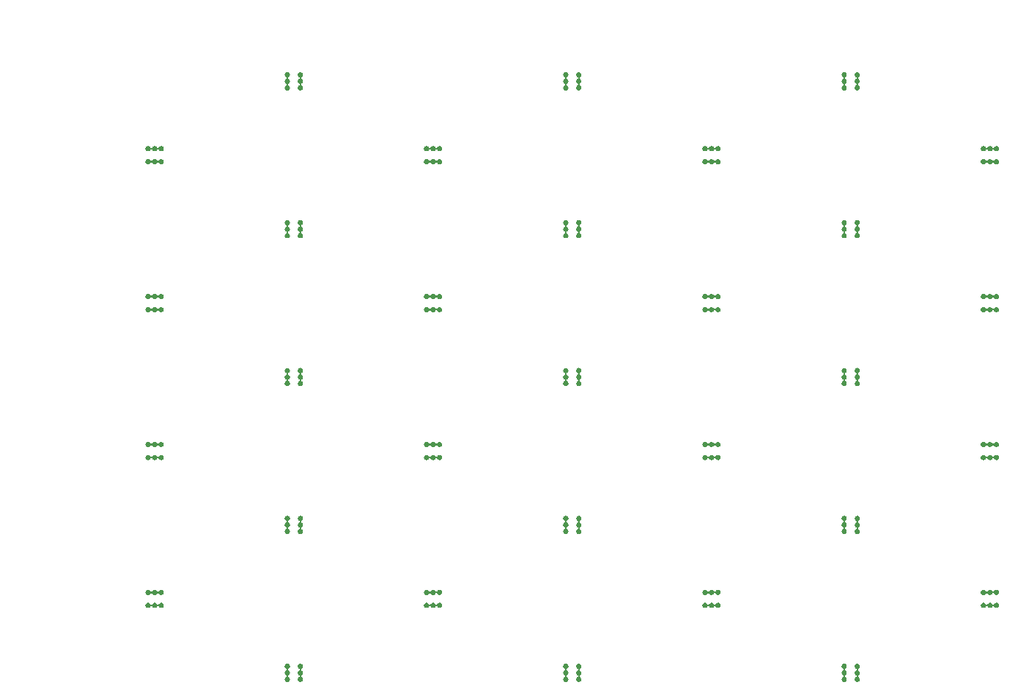
<source format=gbr>
G04 #@! TF.GenerationSoftware,KiCad,Pcbnew,(5.1.5-0-10_14)*
G04 #@! TF.CreationDate,2020-08-30T00:05:12+03:00*
G04 #@! TF.ProjectId,miniRGBii,6d696e69-5247-4426-9969-2e6b69636164,rev?*
G04 #@! TF.SameCoordinates,Original*
G04 #@! TF.FileFunction,Soldermask,Bot*
G04 #@! TF.FilePolarity,Negative*
%FSLAX46Y46*%
G04 Gerber Fmt 4.6, Leading zero omitted, Abs format (unit mm)*
G04 Created by KiCad (PCBNEW (5.1.5-0-10_14)) date 2020-08-30 00:05:12*
%MOMM*%
%LPD*%
G04 APERTURE LIST*
%ADD10C,0.100000*%
G04 APERTURE END LIST*
D10*
G36*
X278837797Y-128460567D02*
G01*
X278892575Y-128483257D01*
X278892577Y-128483258D01*
X278941876Y-128516198D01*
X278983802Y-128558124D01*
X279016742Y-128607423D01*
X279016743Y-128607425D01*
X279039433Y-128662203D01*
X279051000Y-128720353D01*
X279051000Y-128779647D01*
X279039433Y-128837797D01*
X279016743Y-128892575D01*
X279016742Y-128892577D01*
X278983802Y-128941876D01*
X278941876Y-128983802D01*
X278892577Y-129016742D01*
X278886104Y-129021067D01*
X278867162Y-129036612D01*
X278851617Y-129055554D01*
X278840066Y-129077165D01*
X278832953Y-129100614D01*
X278830551Y-129125000D01*
X278832953Y-129149386D01*
X278840066Y-129172835D01*
X278851617Y-129194446D01*
X278867162Y-129213388D01*
X278886104Y-129228933D01*
X278892577Y-129233258D01*
X278941876Y-129266198D01*
X278983802Y-129308124D01*
X279016742Y-129357423D01*
X279016743Y-129357425D01*
X279039433Y-129412203D01*
X279051000Y-129470353D01*
X279051000Y-129529647D01*
X279039433Y-129587797D01*
X279016743Y-129642575D01*
X279016742Y-129642577D01*
X278983802Y-129691876D01*
X278941876Y-129733802D01*
X278892577Y-129766742D01*
X278886104Y-129771067D01*
X278867162Y-129786612D01*
X278851617Y-129805554D01*
X278840066Y-129827165D01*
X278832953Y-129850614D01*
X278830551Y-129875000D01*
X278832953Y-129899386D01*
X278840066Y-129922835D01*
X278851617Y-129944446D01*
X278867162Y-129963388D01*
X278886104Y-129978933D01*
X278892577Y-129983258D01*
X278941876Y-130016198D01*
X278983802Y-130058124D01*
X279016742Y-130107423D01*
X279016743Y-130107425D01*
X279039433Y-130162203D01*
X279051000Y-130220353D01*
X279051000Y-130279647D01*
X279039433Y-130337797D01*
X279016743Y-130392575D01*
X279016742Y-130392577D01*
X278983802Y-130441876D01*
X278941876Y-130483802D01*
X278892577Y-130516742D01*
X278892576Y-130516743D01*
X278892575Y-130516743D01*
X278837797Y-130539433D01*
X278779647Y-130551000D01*
X278720353Y-130551000D01*
X278662203Y-130539433D01*
X278607425Y-130516743D01*
X278607424Y-130516743D01*
X278607423Y-130516742D01*
X278558124Y-130483802D01*
X278516198Y-130441876D01*
X278483258Y-130392577D01*
X278483257Y-130392575D01*
X278460567Y-130337797D01*
X278449000Y-130279647D01*
X278449000Y-130220353D01*
X278460567Y-130162203D01*
X278483257Y-130107425D01*
X278483258Y-130107423D01*
X278516198Y-130058124D01*
X278558124Y-130016198D01*
X278607423Y-129983258D01*
X278613896Y-129978933D01*
X278632838Y-129963388D01*
X278648383Y-129944446D01*
X278659934Y-129922835D01*
X278667047Y-129899386D01*
X278669449Y-129875000D01*
X278667047Y-129850614D01*
X278659934Y-129827165D01*
X278648383Y-129805554D01*
X278632838Y-129786612D01*
X278613896Y-129771067D01*
X278607423Y-129766742D01*
X278558124Y-129733802D01*
X278516198Y-129691876D01*
X278483258Y-129642577D01*
X278483257Y-129642575D01*
X278460567Y-129587797D01*
X278449000Y-129529647D01*
X278449000Y-129470353D01*
X278460567Y-129412203D01*
X278483257Y-129357425D01*
X278483258Y-129357423D01*
X278516198Y-129308124D01*
X278558124Y-129266198D01*
X278607423Y-129233258D01*
X278613896Y-129228933D01*
X278632838Y-129213388D01*
X278648383Y-129194446D01*
X278659934Y-129172835D01*
X278667047Y-129149386D01*
X278669449Y-129125000D01*
X278667047Y-129100614D01*
X278659934Y-129077165D01*
X278648383Y-129055554D01*
X278632838Y-129036612D01*
X278613896Y-129021067D01*
X278607423Y-129016742D01*
X278558124Y-128983802D01*
X278516198Y-128941876D01*
X278483258Y-128892577D01*
X278483257Y-128892575D01*
X278460567Y-128837797D01*
X278449000Y-128779647D01*
X278449000Y-128720353D01*
X278460567Y-128662203D01*
X278483257Y-128607425D01*
X278483258Y-128607423D01*
X278516198Y-128558124D01*
X278558124Y-128516198D01*
X278607423Y-128483258D01*
X278607425Y-128483257D01*
X278662203Y-128460567D01*
X278720353Y-128449000D01*
X278779647Y-128449000D01*
X278837797Y-128460567D01*
G37*
G36*
X277337797Y-128460567D02*
G01*
X277392575Y-128483257D01*
X277392577Y-128483258D01*
X277441876Y-128516198D01*
X277483802Y-128558124D01*
X277516742Y-128607423D01*
X277516743Y-128607425D01*
X277539433Y-128662203D01*
X277551000Y-128720353D01*
X277551000Y-128779647D01*
X277539433Y-128837797D01*
X277516743Y-128892575D01*
X277516742Y-128892577D01*
X277483802Y-128941876D01*
X277441876Y-128983802D01*
X277392577Y-129016742D01*
X277386104Y-129021067D01*
X277367162Y-129036612D01*
X277351617Y-129055554D01*
X277340066Y-129077165D01*
X277332953Y-129100614D01*
X277330551Y-129125000D01*
X277332953Y-129149386D01*
X277340066Y-129172835D01*
X277351617Y-129194446D01*
X277367162Y-129213388D01*
X277386104Y-129228933D01*
X277392577Y-129233258D01*
X277441876Y-129266198D01*
X277483802Y-129308124D01*
X277516742Y-129357423D01*
X277516743Y-129357425D01*
X277539433Y-129412203D01*
X277551000Y-129470353D01*
X277551000Y-129529647D01*
X277539433Y-129587797D01*
X277516743Y-129642575D01*
X277516742Y-129642577D01*
X277483802Y-129691876D01*
X277441876Y-129733802D01*
X277392577Y-129766742D01*
X277386104Y-129771067D01*
X277367162Y-129786612D01*
X277351617Y-129805554D01*
X277340066Y-129827165D01*
X277332953Y-129850614D01*
X277330551Y-129875000D01*
X277332953Y-129899386D01*
X277340066Y-129922835D01*
X277351617Y-129944446D01*
X277367162Y-129963388D01*
X277386104Y-129978933D01*
X277392577Y-129983258D01*
X277441876Y-130016198D01*
X277483802Y-130058124D01*
X277516742Y-130107423D01*
X277516743Y-130107425D01*
X277539433Y-130162203D01*
X277551000Y-130220353D01*
X277551000Y-130279647D01*
X277539433Y-130337797D01*
X277516743Y-130392575D01*
X277516742Y-130392577D01*
X277483802Y-130441876D01*
X277441876Y-130483802D01*
X277392577Y-130516742D01*
X277392576Y-130516743D01*
X277392575Y-130516743D01*
X277337797Y-130539433D01*
X277279647Y-130551000D01*
X277220353Y-130551000D01*
X277162203Y-130539433D01*
X277107425Y-130516743D01*
X277107424Y-130516743D01*
X277107423Y-130516742D01*
X277058124Y-130483802D01*
X277016198Y-130441876D01*
X276983258Y-130392577D01*
X276983257Y-130392575D01*
X276960567Y-130337797D01*
X276949000Y-130279647D01*
X276949000Y-130220353D01*
X276960567Y-130162203D01*
X276983257Y-130107425D01*
X276983258Y-130107423D01*
X277016198Y-130058124D01*
X277058124Y-130016198D01*
X277107423Y-129983258D01*
X277113896Y-129978933D01*
X277132838Y-129963388D01*
X277148383Y-129944446D01*
X277159934Y-129922835D01*
X277167047Y-129899386D01*
X277169449Y-129875000D01*
X277167047Y-129850614D01*
X277159934Y-129827165D01*
X277148383Y-129805554D01*
X277132838Y-129786612D01*
X277113896Y-129771067D01*
X277107423Y-129766742D01*
X277058124Y-129733802D01*
X277016198Y-129691876D01*
X276983258Y-129642577D01*
X276983257Y-129642575D01*
X276960567Y-129587797D01*
X276949000Y-129529647D01*
X276949000Y-129470353D01*
X276960567Y-129412203D01*
X276983257Y-129357425D01*
X276983258Y-129357423D01*
X277016198Y-129308124D01*
X277058124Y-129266198D01*
X277107423Y-129233258D01*
X277113896Y-129228933D01*
X277132838Y-129213388D01*
X277148383Y-129194446D01*
X277159934Y-129172835D01*
X277167047Y-129149386D01*
X277169449Y-129125000D01*
X277167047Y-129100614D01*
X277159934Y-129077165D01*
X277148383Y-129055554D01*
X277132838Y-129036612D01*
X277113896Y-129021067D01*
X277107423Y-129016742D01*
X277058124Y-128983802D01*
X277016198Y-128941876D01*
X276983258Y-128892577D01*
X276983257Y-128892575D01*
X276960567Y-128837797D01*
X276949000Y-128779647D01*
X276949000Y-128720353D01*
X276960567Y-128662203D01*
X276983257Y-128607425D01*
X276983258Y-128607423D01*
X277016198Y-128558124D01*
X277058124Y-128516198D01*
X277107423Y-128483258D01*
X277107425Y-128483257D01*
X277162203Y-128460567D01*
X277220353Y-128449000D01*
X277279647Y-128449000D01*
X277337797Y-128460567D01*
G37*
G36*
X246837797Y-128460567D02*
G01*
X246892575Y-128483257D01*
X246892577Y-128483258D01*
X246941876Y-128516198D01*
X246983802Y-128558124D01*
X247016742Y-128607423D01*
X247016743Y-128607425D01*
X247039433Y-128662203D01*
X247051000Y-128720353D01*
X247051000Y-128779647D01*
X247039433Y-128837797D01*
X247016743Y-128892575D01*
X247016742Y-128892577D01*
X246983802Y-128941876D01*
X246941876Y-128983802D01*
X246892577Y-129016742D01*
X246886104Y-129021067D01*
X246867162Y-129036612D01*
X246851617Y-129055554D01*
X246840066Y-129077165D01*
X246832953Y-129100614D01*
X246830551Y-129125000D01*
X246832953Y-129149386D01*
X246840066Y-129172835D01*
X246851617Y-129194446D01*
X246867162Y-129213388D01*
X246886104Y-129228933D01*
X246892577Y-129233258D01*
X246941876Y-129266198D01*
X246983802Y-129308124D01*
X247016742Y-129357423D01*
X247016743Y-129357425D01*
X247039433Y-129412203D01*
X247051000Y-129470353D01*
X247051000Y-129529647D01*
X247039433Y-129587797D01*
X247016743Y-129642575D01*
X247016742Y-129642577D01*
X246983802Y-129691876D01*
X246941876Y-129733802D01*
X246892577Y-129766742D01*
X246886104Y-129771067D01*
X246867162Y-129786612D01*
X246851617Y-129805554D01*
X246840066Y-129827165D01*
X246832953Y-129850614D01*
X246830551Y-129875000D01*
X246832953Y-129899386D01*
X246840066Y-129922835D01*
X246851617Y-129944446D01*
X246867162Y-129963388D01*
X246886104Y-129978933D01*
X246892577Y-129983258D01*
X246941876Y-130016198D01*
X246983802Y-130058124D01*
X247016742Y-130107423D01*
X247016743Y-130107425D01*
X247039433Y-130162203D01*
X247051000Y-130220353D01*
X247051000Y-130279647D01*
X247039433Y-130337797D01*
X247016743Y-130392575D01*
X247016742Y-130392577D01*
X246983802Y-130441876D01*
X246941876Y-130483802D01*
X246892577Y-130516742D01*
X246892576Y-130516743D01*
X246892575Y-130516743D01*
X246837797Y-130539433D01*
X246779647Y-130551000D01*
X246720353Y-130551000D01*
X246662203Y-130539433D01*
X246607425Y-130516743D01*
X246607424Y-130516743D01*
X246607423Y-130516742D01*
X246558124Y-130483802D01*
X246516198Y-130441876D01*
X246483258Y-130392577D01*
X246483257Y-130392575D01*
X246460567Y-130337797D01*
X246449000Y-130279647D01*
X246449000Y-130220353D01*
X246460567Y-130162203D01*
X246483257Y-130107425D01*
X246483258Y-130107423D01*
X246516198Y-130058124D01*
X246558124Y-130016198D01*
X246607423Y-129983258D01*
X246613896Y-129978933D01*
X246632838Y-129963388D01*
X246648383Y-129944446D01*
X246659934Y-129922835D01*
X246667047Y-129899386D01*
X246669449Y-129875000D01*
X246667047Y-129850614D01*
X246659934Y-129827165D01*
X246648383Y-129805554D01*
X246632838Y-129786612D01*
X246613896Y-129771067D01*
X246607423Y-129766742D01*
X246558124Y-129733802D01*
X246516198Y-129691876D01*
X246483258Y-129642577D01*
X246483257Y-129642575D01*
X246460567Y-129587797D01*
X246449000Y-129529647D01*
X246449000Y-129470353D01*
X246460567Y-129412203D01*
X246483257Y-129357425D01*
X246483258Y-129357423D01*
X246516198Y-129308124D01*
X246558124Y-129266198D01*
X246607423Y-129233258D01*
X246613896Y-129228933D01*
X246632838Y-129213388D01*
X246648383Y-129194446D01*
X246659934Y-129172835D01*
X246667047Y-129149386D01*
X246669449Y-129125000D01*
X246667047Y-129100614D01*
X246659934Y-129077165D01*
X246648383Y-129055554D01*
X246632838Y-129036612D01*
X246613896Y-129021067D01*
X246607423Y-129016742D01*
X246558124Y-128983802D01*
X246516198Y-128941876D01*
X246483258Y-128892577D01*
X246483257Y-128892575D01*
X246460567Y-128837797D01*
X246449000Y-128779647D01*
X246449000Y-128720353D01*
X246460567Y-128662203D01*
X246483257Y-128607425D01*
X246483258Y-128607423D01*
X246516198Y-128558124D01*
X246558124Y-128516198D01*
X246607423Y-128483258D01*
X246607425Y-128483257D01*
X246662203Y-128460567D01*
X246720353Y-128449000D01*
X246779647Y-128449000D01*
X246837797Y-128460567D01*
G37*
G36*
X245337797Y-128460567D02*
G01*
X245392575Y-128483257D01*
X245392577Y-128483258D01*
X245441876Y-128516198D01*
X245483802Y-128558124D01*
X245516742Y-128607423D01*
X245516743Y-128607425D01*
X245539433Y-128662203D01*
X245551000Y-128720353D01*
X245551000Y-128779647D01*
X245539433Y-128837797D01*
X245516743Y-128892575D01*
X245516742Y-128892577D01*
X245483802Y-128941876D01*
X245441876Y-128983802D01*
X245392577Y-129016742D01*
X245386104Y-129021067D01*
X245367162Y-129036612D01*
X245351617Y-129055554D01*
X245340066Y-129077165D01*
X245332953Y-129100614D01*
X245330551Y-129125000D01*
X245332953Y-129149386D01*
X245340066Y-129172835D01*
X245351617Y-129194446D01*
X245367162Y-129213388D01*
X245386104Y-129228933D01*
X245392577Y-129233258D01*
X245441876Y-129266198D01*
X245483802Y-129308124D01*
X245516742Y-129357423D01*
X245516743Y-129357425D01*
X245539433Y-129412203D01*
X245551000Y-129470353D01*
X245551000Y-129529647D01*
X245539433Y-129587797D01*
X245516743Y-129642575D01*
X245516742Y-129642577D01*
X245483802Y-129691876D01*
X245441876Y-129733802D01*
X245392577Y-129766742D01*
X245386104Y-129771067D01*
X245367162Y-129786612D01*
X245351617Y-129805554D01*
X245340066Y-129827165D01*
X245332953Y-129850614D01*
X245330551Y-129875000D01*
X245332953Y-129899386D01*
X245340066Y-129922835D01*
X245351617Y-129944446D01*
X245367162Y-129963388D01*
X245386104Y-129978933D01*
X245392577Y-129983258D01*
X245441876Y-130016198D01*
X245483802Y-130058124D01*
X245516742Y-130107423D01*
X245516743Y-130107425D01*
X245539433Y-130162203D01*
X245551000Y-130220353D01*
X245551000Y-130279647D01*
X245539433Y-130337797D01*
X245516743Y-130392575D01*
X245516742Y-130392577D01*
X245483802Y-130441876D01*
X245441876Y-130483802D01*
X245392577Y-130516742D01*
X245392576Y-130516743D01*
X245392575Y-130516743D01*
X245337797Y-130539433D01*
X245279647Y-130551000D01*
X245220353Y-130551000D01*
X245162203Y-130539433D01*
X245107425Y-130516743D01*
X245107424Y-130516743D01*
X245107423Y-130516742D01*
X245058124Y-130483802D01*
X245016198Y-130441876D01*
X244983258Y-130392577D01*
X244983257Y-130392575D01*
X244960567Y-130337797D01*
X244949000Y-130279647D01*
X244949000Y-130220353D01*
X244960567Y-130162203D01*
X244983257Y-130107425D01*
X244983258Y-130107423D01*
X245016198Y-130058124D01*
X245058124Y-130016198D01*
X245107423Y-129983258D01*
X245113896Y-129978933D01*
X245132838Y-129963388D01*
X245148383Y-129944446D01*
X245159934Y-129922835D01*
X245167047Y-129899386D01*
X245169449Y-129875000D01*
X245167047Y-129850614D01*
X245159934Y-129827165D01*
X245148383Y-129805554D01*
X245132838Y-129786612D01*
X245113896Y-129771067D01*
X245107423Y-129766742D01*
X245058124Y-129733802D01*
X245016198Y-129691876D01*
X244983258Y-129642577D01*
X244983257Y-129642575D01*
X244960567Y-129587797D01*
X244949000Y-129529647D01*
X244949000Y-129470353D01*
X244960567Y-129412203D01*
X244983257Y-129357425D01*
X244983258Y-129357423D01*
X245016198Y-129308124D01*
X245058124Y-129266198D01*
X245107423Y-129233258D01*
X245113896Y-129228933D01*
X245132838Y-129213388D01*
X245148383Y-129194446D01*
X245159934Y-129172835D01*
X245167047Y-129149386D01*
X245169449Y-129125000D01*
X245167047Y-129100614D01*
X245159934Y-129077165D01*
X245148383Y-129055554D01*
X245132838Y-129036612D01*
X245113896Y-129021067D01*
X245107423Y-129016742D01*
X245058124Y-128983802D01*
X245016198Y-128941876D01*
X244983258Y-128892577D01*
X244983257Y-128892575D01*
X244960567Y-128837797D01*
X244949000Y-128779647D01*
X244949000Y-128720353D01*
X244960567Y-128662203D01*
X244983257Y-128607425D01*
X244983258Y-128607423D01*
X245016198Y-128558124D01*
X245058124Y-128516198D01*
X245107423Y-128483258D01*
X245107425Y-128483257D01*
X245162203Y-128460567D01*
X245220353Y-128449000D01*
X245279647Y-128449000D01*
X245337797Y-128460567D01*
G37*
G36*
X214837797Y-128460567D02*
G01*
X214892575Y-128483257D01*
X214892577Y-128483258D01*
X214941876Y-128516198D01*
X214983802Y-128558124D01*
X215016742Y-128607423D01*
X215016743Y-128607425D01*
X215039433Y-128662203D01*
X215051000Y-128720353D01*
X215051000Y-128779647D01*
X215039433Y-128837797D01*
X215016743Y-128892575D01*
X215016742Y-128892577D01*
X214983802Y-128941876D01*
X214941876Y-128983802D01*
X214892577Y-129016742D01*
X214886104Y-129021067D01*
X214867162Y-129036612D01*
X214851617Y-129055554D01*
X214840066Y-129077165D01*
X214832953Y-129100614D01*
X214830551Y-129125000D01*
X214832953Y-129149386D01*
X214840066Y-129172835D01*
X214851617Y-129194446D01*
X214867162Y-129213388D01*
X214886104Y-129228933D01*
X214892577Y-129233258D01*
X214941876Y-129266198D01*
X214983802Y-129308124D01*
X215016742Y-129357423D01*
X215016743Y-129357425D01*
X215039433Y-129412203D01*
X215051000Y-129470353D01*
X215051000Y-129529647D01*
X215039433Y-129587797D01*
X215016743Y-129642575D01*
X215016742Y-129642577D01*
X214983802Y-129691876D01*
X214941876Y-129733802D01*
X214892577Y-129766742D01*
X214886104Y-129771067D01*
X214867162Y-129786612D01*
X214851617Y-129805554D01*
X214840066Y-129827165D01*
X214832953Y-129850614D01*
X214830551Y-129875000D01*
X214832953Y-129899386D01*
X214840066Y-129922835D01*
X214851617Y-129944446D01*
X214867162Y-129963388D01*
X214886104Y-129978933D01*
X214892577Y-129983258D01*
X214941876Y-130016198D01*
X214983802Y-130058124D01*
X215016742Y-130107423D01*
X215016743Y-130107425D01*
X215039433Y-130162203D01*
X215051000Y-130220353D01*
X215051000Y-130279647D01*
X215039433Y-130337797D01*
X215016743Y-130392575D01*
X215016742Y-130392577D01*
X214983802Y-130441876D01*
X214941876Y-130483802D01*
X214892577Y-130516742D01*
X214892576Y-130516743D01*
X214892575Y-130516743D01*
X214837797Y-130539433D01*
X214779647Y-130551000D01*
X214720353Y-130551000D01*
X214662203Y-130539433D01*
X214607425Y-130516743D01*
X214607424Y-130516743D01*
X214607423Y-130516742D01*
X214558124Y-130483802D01*
X214516198Y-130441876D01*
X214483258Y-130392577D01*
X214483257Y-130392575D01*
X214460567Y-130337797D01*
X214449000Y-130279647D01*
X214449000Y-130220353D01*
X214460567Y-130162203D01*
X214483257Y-130107425D01*
X214483258Y-130107423D01*
X214516198Y-130058124D01*
X214558124Y-130016198D01*
X214607423Y-129983258D01*
X214613896Y-129978933D01*
X214632838Y-129963388D01*
X214648383Y-129944446D01*
X214659934Y-129922835D01*
X214667047Y-129899386D01*
X214669449Y-129875000D01*
X214667047Y-129850614D01*
X214659934Y-129827165D01*
X214648383Y-129805554D01*
X214632838Y-129786612D01*
X214613896Y-129771067D01*
X214607423Y-129766742D01*
X214558124Y-129733802D01*
X214516198Y-129691876D01*
X214483258Y-129642577D01*
X214483257Y-129642575D01*
X214460567Y-129587797D01*
X214449000Y-129529647D01*
X214449000Y-129470353D01*
X214460567Y-129412203D01*
X214483257Y-129357425D01*
X214483258Y-129357423D01*
X214516198Y-129308124D01*
X214558124Y-129266198D01*
X214607423Y-129233258D01*
X214613896Y-129228933D01*
X214632838Y-129213388D01*
X214648383Y-129194446D01*
X214659934Y-129172835D01*
X214667047Y-129149386D01*
X214669449Y-129125000D01*
X214667047Y-129100614D01*
X214659934Y-129077165D01*
X214648383Y-129055554D01*
X214632838Y-129036612D01*
X214613896Y-129021067D01*
X214607423Y-129016742D01*
X214558124Y-128983802D01*
X214516198Y-128941876D01*
X214483258Y-128892577D01*
X214483257Y-128892575D01*
X214460567Y-128837797D01*
X214449000Y-128779647D01*
X214449000Y-128720353D01*
X214460567Y-128662203D01*
X214483257Y-128607425D01*
X214483258Y-128607423D01*
X214516198Y-128558124D01*
X214558124Y-128516198D01*
X214607423Y-128483258D01*
X214607425Y-128483257D01*
X214662203Y-128460567D01*
X214720353Y-128449000D01*
X214779647Y-128449000D01*
X214837797Y-128460567D01*
G37*
G36*
X213337797Y-128460567D02*
G01*
X213392575Y-128483257D01*
X213392577Y-128483258D01*
X213441876Y-128516198D01*
X213483802Y-128558124D01*
X213516742Y-128607423D01*
X213516743Y-128607425D01*
X213539433Y-128662203D01*
X213551000Y-128720353D01*
X213551000Y-128779647D01*
X213539433Y-128837797D01*
X213516743Y-128892575D01*
X213516742Y-128892577D01*
X213483802Y-128941876D01*
X213441876Y-128983802D01*
X213392577Y-129016742D01*
X213386104Y-129021067D01*
X213367162Y-129036612D01*
X213351617Y-129055554D01*
X213340066Y-129077165D01*
X213332953Y-129100614D01*
X213330551Y-129125000D01*
X213332953Y-129149386D01*
X213340066Y-129172835D01*
X213351617Y-129194446D01*
X213367162Y-129213388D01*
X213386104Y-129228933D01*
X213392577Y-129233258D01*
X213441876Y-129266198D01*
X213483802Y-129308124D01*
X213516742Y-129357423D01*
X213516743Y-129357425D01*
X213539433Y-129412203D01*
X213551000Y-129470353D01*
X213551000Y-129529647D01*
X213539433Y-129587797D01*
X213516743Y-129642575D01*
X213516742Y-129642577D01*
X213483802Y-129691876D01*
X213441876Y-129733802D01*
X213392577Y-129766742D01*
X213386104Y-129771067D01*
X213367162Y-129786612D01*
X213351617Y-129805554D01*
X213340066Y-129827165D01*
X213332953Y-129850614D01*
X213330551Y-129875000D01*
X213332953Y-129899386D01*
X213340066Y-129922835D01*
X213351617Y-129944446D01*
X213367162Y-129963388D01*
X213386104Y-129978933D01*
X213392577Y-129983258D01*
X213441876Y-130016198D01*
X213483802Y-130058124D01*
X213516742Y-130107423D01*
X213516743Y-130107425D01*
X213539433Y-130162203D01*
X213551000Y-130220353D01*
X213551000Y-130279647D01*
X213539433Y-130337797D01*
X213516743Y-130392575D01*
X213516742Y-130392577D01*
X213483802Y-130441876D01*
X213441876Y-130483802D01*
X213392577Y-130516742D01*
X213392576Y-130516743D01*
X213392575Y-130516743D01*
X213337797Y-130539433D01*
X213279647Y-130551000D01*
X213220353Y-130551000D01*
X213162203Y-130539433D01*
X213107425Y-130516743D01*
X213107424Y-130516743D01*
X213107423Y-130516742D01*
X213058124Y-130483802D01*
X213016198Y-130441876D01*
X212983258Y-130392577D01*
X212983257Y-130392575D01*
X212960567Y-130337797D01*
X212949000Y-130279647D01*
X212949000Y-130220353D01*
X212960567Y-130162203D01*
X212983257Y-130107425D01*
X212983258Y-130107423D01*
X213016198Y-130058124D01*
X213058124Y-130016198D01*
X213107423Y-129983258D01*
X213113896Y-129978933D01*
X213132838Y-129963388D01*
X213148383Y-129944446D01*
X213159934Y-129922835D01*
X213167047Y-129899386D01*
X213169449Y-129875000D01*
X213167047Y-129850614D01*
X213159934Y-129827165D01*
X213148383Y-129805554D01*
X213132838Y-129786612D01*
X213113896Y-129771067D01*
X213107423Y-129766742D01*
X213058124Y-129733802D01*
X213016198Y-129691876D01*
X212983258Y-129642577D01*
X212983257Y-129642575D01*
X212960567Y-129587797D01*
X212949000Y-129529647D01*
X212949000Y-129470353D01*
X212960567Y-129412203D01*
X212983257Y-129357425D01*
X212983258Y-129357423D01*
X213016198Y-129308124D01*
X213058124Y-129266198D01*
X213107423Y-129233258D01*
X213113896Y-129228933D01*
X213132838Y-129213388D01*
X213148383Y-129194446D01*
X213159934Y-129172835D01*
X213167047Y-129149386D01*
X213169449Y-129125000D01*
X213167047Y-129100614D01*
X213159934Y-129077165D01*
X213148383Y-129055554D01*
X213132838Y-129036612D01*
X213113896Y-129021067D01*
X213107423Y-129016742D01*
X213058124Y-128983802D01*
X213016198Y-128941876D01*
X212983258Y-128892577D01*
X212983257Y-128892575D01*
X212960567Y-128837797D01*
X212949000Y-128779647D01*
X212949000Y-128720353D01*
X212960567Y-128662203D01*
X212983257Y-128607425D01*
X212983258Y-128607423D01*
X213016198Y-128558124D01*
X213058124Y-128516198D01*
X213107423Y-128483258D01*
X213107425Y-128483257D01*
X213162203Y-128460567D01*
X213220353Y-128449000D01*
X213279647Y-128449000D01*
X213337797Y-128460567D01*
G37*
G36*
X279090000Y-122090000D02*
G01*
X279080000Y-122090000D01*
X279080000Y-122080000D01*
X279090000Y-122080000D01*
X279090000Y-122090000D01*
G37*
G36*
X183090000Y-122090000D02*
G01*
X183080000Y-122090000D01*
X183080000Y-122080000D01*
X183090000Y-122080000D01*
X183090000Y-122090000D01*
G37*
G36*
X247090000Y-122090000D02*
G01*
X247080000Y-122090000D01*
X247080000Y-122080000D01*
X247090000Y-122080000D01*
X247090000Y-122090000D01*
G37*
G36*
X215090000Y-122090000D02*
G01*
X215080000Y-122090000D01*
X215080000Y-122080000D01*
X215090000Y-122080000D01*
X215090000Y-122090000D01*
G37*
G36*
X293337797Y-121460567D02*
G01*
X293392575Y-121483257D01*
X293392577Y-121483258D01*
X293441876Y-121516198D01*
X293483802Y-121558124D01*
X293516742Y-121607423D01*
X293521067Y-121613896D01*
X293536612Y-121632838D01*
X293555554Y-121648383D01*
X293577165Y-121659934D01*
X293600614Y-121667047D01*
X293625000Y-121669449D01*
X293649386Y-121667047D01*
X293672835Y-121659934D01*
X293694446Y-121648383D01*
X293713388Y-121632838D01*
X293728933Y-121613896D01*
X293733258Y-121607423D01*
X293766198Y-121558124D01*
X293808124Y-121516198D01*
X293857423Y-121483258D01*
X293857425Y-121483257D01*
X293912203Y-121460567D01*
X293970353Y-121449000D01*
X294029647Y-121449000D01*
X294087797Y-121460567D01*
X294142575Y-121483257D01*
X294142577Y-121483258D01*
X294191876Y-121516198D01*
X294233802Y-121558124D01*
X294266742Y-121607423D01*
X294271067Y-121613896D01*
X294286612Y-121632838D01*
X294305554Y-121648383D01*
X294327165Y-121659934D01*
X294350614Y-121667047D01*
X294375000Y-121669449D01*
X294399386Y-121667047D01*
X294422835Y-121659934D01*
X294444446Y-121648383D01*
X294463388Y-121632838D01*
X294478933Y-121613896D01*
X294483258Y-121607423D01*
X294516198Y-121558124D01*
X294558124Y-121516198D01*
X294607423Y-121483258D01*
X294607425Y-121483257D01*
X294662203Y-121460567D01*
X294720353Y-121449000D01*
X294779647Y-121449000D01*
X294837797Y-121460567D01*
X294892575Y-121483257D01*
X294892577Y-121483258D01*
X294941876Y-121516198D01*
X294983802Y-121558124D01*
X295016742Y-121607423D01*
X295016743Y-121607425D01*
X295039433Y-121662203D01*
X295051000Y-121720353D01*
X295051000Y-121779647D01*
X295039433Y-121837797D01*
X295019423Y-121886104D01*
X295016742Y-121892577D01*
X294983802Y-121941876D01*
X294941876Y-121983802D01*
X294892577Y-122016742D01*
X294892576Y-122016743D01*
X294892575Y-122016743D01*
X294837797Y-122039433D01*
X294779647Y-122051000D01*
X294720353Y-122051000D01*
X294662203Y-122039433D01*
X294607425Y-122016743D01*
X294607424Y-122016743D01*
X294607423Y-122016742D01*
X294558124Y-121983802D01*
X294516198Y-121941876D01*
X294483258Y-121892577D01*
X294483257Y-121892575D01*
X294478933Y-121886104D01*
X294463388Y-121867162D01*
X294444446Y-121851617D01*
X294422835Y-121840066D01*
X294399386Y-121832953D01*
X294375000Y-121830551D01*
X294350614Y-121832953D01*
X294327165Y-121840066D01*
X294305554Y-121851617D01*
X294286612Y-121867162D01*
X294271067Y-121886104D01*
X294266743Y-121892575D01*
X294266742Y-121892577D01*
X294233802Y-121941876D01*
X294191876Y-121983802D01*
X294142577Y-122016742D01*
X294142576Y-122016743D01*
X294142575Y-122016743D01*
X294087797Y-122039433D01*
X294029647Y-122051000D01*
X293970353Y-122051000D01*
X293912203Y-122039433D01*
X293857425Y-122016743D01*
X293857424Y-122016743D01*
X293857423Y-122016742D01*
X293808124Y-121983802D01*
X293766198Y-121941876D01*
X293733258Y-121892577D01*
X293733257Y-121892575D01*
X293728933Y-121886104D01*
X293713388Y-121867162D01*
X293694446Y-121851617D01*
X293672835Y-121840066D01*
X293649386Y-121832953D01*
X293625000Y-121830551D01*
X293600614Y-121832953D01*
X293577165Y-121840066D01*
X293555554Y-121851617D01*
X293536612Y-121867162D01*
X293521067Y-121886104D01*
X293516743Y-121892575D01*
X293516742Y-121892577D01*
X293483802Y-121941876D01*
X293441876Y-121983802D01*
X293392577Y-122016742D01*
X293392576Y-122016743D01*
X293392575Y-122016743D01*
X293337797Y-122039433D01*
X293279647Y-122051000D01*
X293220353Y-122051000D01*
X293162203Y-122039433D01*
X293107425Y-122016743D01*
X293107424Y-122016743D01*
X293107423Y-122016742D01*
X293058124Y-121983802D01*
X293016198Y-121941876D01*
X292983258Y-121892577D01*
X292980577Y-121886104D01*
X292960567Y-121837797D01*
X292949000Y-121779647D01*
X292949000Y-121720353D01*
X292960567Y-121662203D01*
X292983257Y-121607425D01*
X292983258Y-121607423D01*
X293016198Y-121558124D01*
X293058124Y-121516198D01*
X293107423Y-121483258D01*
X293107425Y-121483257D01*
X293162203Y-121460567D01*
X293220353Y-121449000D01*
X293279647Y-121449000D01*
X293337797Y-121460567D01*
G37*
G36*
X197337797Y-121460567D02*
G01*
X197392575Y-121483257D01*
X197392577Y-121483258D01*
X197441876Y-121516198D01*
X197483802Y-121558124D01*
X197516742Y-121607423D01*
X197521067Y-121613896D01*
X197536612Y-121632838D01*
X197555554Y-121648383D01*
X197577165Y-121659934D01*
X197600614Y-121667047D01*
X197625000Y-121669449D01*
X197649386Y-121667047D01*
X197672835Y-121659934D01*
X197694446Y-121648383D01*
X197713388Y-121632838D01*
X197728933Y-121613896D01*
X197733258Y-121607423D01*
X197766198Y-121558124D01*
X197808124Y-121516198D01*
X197857423Y-121483258D01*
X197857425Y-121483257D01*
X197912203Y-121460567D01*
X197970353Y-121449000D01*
X198029647Y-121449000D01*
X198087797Y-121460567D01*
X198142575Y-121483257D01*
X198142577Y-121483258D01*
X198191876Y-121516198D01*
X198233802Y-121558124D01*
X198266742Y-121607423D01*
X198271067Y-121613896D01*
X198286612Y-121632838D01*
X198305554Y-121648383D01*
X198327165Y-121659934D01*
X198350614Y-121667047D01*
X198375000Y-121669449D01*
X198399386Y-121667047D01*
X198422835Y-121659934D01*
X198444446Y-121648383D01*
X198463388Y-121632838D01*
X198478933Y-121613896D01*
X198483258Y-121607423D01*
X198516198Y-121558124D01*
X198558124Y-121516198D01*
X198607423Y-121483258D01*
X198607425Y-121483257D01*
X198662203Y-121460567D01*
X198720353Y-121449000D01*
X198779647Y-121449000D01*
X198837797Y-121460567D01*
X198892575Y-121483257D01*
X198892577Y-121483258D01*
X198941876Y-121516198D01*
X198983802Y-121558124D01*
X199016742Y-121607423D01*
X199016743Y-121607425D01*
X199039433Y-121662203D01*
X199051000Y-121720353D01*
X199051000Y-121779647D01*
X199039433Y-121837797D01*
X199019423Y-121886104D01*
X199016742Y-121892577D01*
X198983802Y-121941876D01*
X198941876Y-121983802D01*
X198892577Y-122016742D01*
X198892576Y-122016743D01*
X198892575Y-122016743D01*
X198837797Y-122039433D01*
X198779647Y-122051000D01*
X198720353Y-122051000D01*
X198662203Y-122039433D01*
X198607425Y-122016743D01*
X198607424Y-122016743D01*
X198607423Y-122016742D01*
X198558124Y-121983802D01*
X198516198Y-121941876D01*
X198483258Y-121892577D01*
X198483257Y-121892575D01*
X198478933Y-121886104D01*
X198463388Y-121867162D01*
X198444446Y-121851617D01*
X198422835Y-121840066D01*
X198399386Y-121832953D01*
X198375000Y-121830551D01*
X198350614Y-121832953D01*
X198327165Y-121840066D01*
X198305554Y-121851617D01*
X198286612Y-121867162D01*
X198271067Y-121886104D01*
X198266743Y-121892575D01*
X198266742Y-121892577D01*
X198233802Y-121941876D01*
X198191876Y-121983802D01*
X198142577Y-122016742D01*
X198142576Y-122016743D01*
X198142575Y-122016743D01*
X198087797Y-122039433D01*
X198029647Y-122051000D01*
X197970353Y-122051000D01*
X197912203Y-122039433D01*
X197857425Y-122016743D01*
X197857424Y-122016743D01*
X197857423Y-122016742D01*
X197808124Y-121983802D01*
X197766198Y-121941876D01*
X197733258Y-121892577D01*
X197733257Y-121892575D01*
X197728933Y-121886104D01*
X197713388Y-121867162D01*
X197694446Y-121851617D01*
X197672835Y-121840066D01*
X197649386Y-121832953D01*
X197625000Y-121830551D01*
X197600614Y-121832953D01*
X197577165Y-121840066D01*
X197555554Y-121851617D01*
X197536612Y-121867162D01*
X197521067Y-121886104D01*
X197516743Y-121892575D01*
X197516742Y-121892577D01*
X197483802Y-121941876D01*
X197441876Y-121983802D01*
X197392577Y-122016742D01*
X197392576Y-122016743D01*
X197392575Y-122016743D01*
X197337797Y-122039433D01*
X197279647Y-122051000D01*
X197220353Y-122051000D01*
X197162203Y-122039433D01*
X197107425Y-122016743D01*
X197107424Y-122016743D01*
X197107423Y-122016742D01*
X197058124Y-121983802D01*
X197016198Y-121941876D01*
X196983258Y-121892577D01*
X196980577Y-121886104D01*
X196960567Y-121837797D01*
X196949000Y-121779647D01*
X196949000Y-121720353D01*
X196960567Y-121662203D01*
X196983257Y-121607425D01*
X196983258Y-121607423D01*
X197016198Y-121558124D01*
X197058124Y-121516198D01*
X197107423Y-121483258D01*
X197107425Y-121483257D01*
X197162203Y-121460567D01*
X197220353Y-121449000D01*
X197279647Y-121449000D01*
X197337797Y-121460567D01*
G37*
G36*
X261337797Y-121460567D02*
G01*
X261392575Y-121483257D01*
X261392577Y-121483258D01*
X261441876Y-121516198D01*
X261483802Y-121558124D01*
X261516742Y-121607423D01*
X261521067Y-121613896D01*
X261536612Y-121632838D01*
X261555554Y-121648383D01*
X261577165Y-121659934D01*
X261600614Y-121667047D01*
X261625000Y-121669449D01*
X261649386Y-121667047D01*
X261672835Y-121659934D01*
X261694446Y-121648383D01*
X261713388Y-121632838D01*
X261728933Y-121613896D01*
X261733258Y-121607423D01*
X261766198Y-121558124D01*
X261808124Y-121516198D01*
X261857423Y-121483258D01*
X261857425Y-121483257D01*
X261912203Y-121460567D01*
X261970353Y-121449000D01*
X262029647Y-121449000D01*
X262087797Y-121460567D01*
X262142575Y-121483257D01*
X262142577Y-121483258D01*
X262191876Y-121516198D01*
X262233802Y-121558124D01*
X262266742Y-121607423D01*
X262271067Y-121613896D01*
X262286612Y-121632838D01*
X262305554Y-121648383D01*
X262327165Y-121659934D01*
X262350614Y-121667047D01*
X262375000Y-121669449D01*
X262399386Y-121667047D01*
X262422835Y-121659934D01*
X262444446Y-121648383D01*
X262463388Y-121632838D01*
X262478933Y-121613896D01*
X262483258Y-121607423D01*
X262516198Y-121558124D01*
X262558124Y-121516198D01*
X262607423Y-121483258D01*
X262607425Y-121483257D01*
X262662203Y-121460567D01*
X262720353Y-121449000D01*
X262779647Y-121449000D01*
X262837797Y-121460567D01*
X262892575Y-121483257D01*
X262892577Y-121483258D01*
X262941876Y-121516198D01*
X262983802Y-121558124D01*
X263016742Y-121607423D01*
X263016743Y-121607425D01*
X263039433Y-121662203D01*
X263051000Y-121720353D01*
X263051000Y-121779647D01*
X263039433Y-121837797D01*
X263019423Y-121886104D01*
X263016742Y-121892577D01*
X262983802Y-121941876D01*
X262941876Y-121983802D01*
X262892577Y-122016742D01*
X262892576Y-122016743D01*
X262892575Y-122016743D01*
X262837797Y-122039433D01*
X262779647Y-122051000D01*
X262720353Y-122051000D01*
X262662203Y-122039433D01*
X262607425Y-122016743D01*
X262607424Y-122016743D01*
X262607423Y-122016742D01*
X262558124Y-121983802D01*
X262516198Y-121941876D01*
X262483258Y-121892577D01*
X262483257Y-121892575D01*
X262478933Y-121886104D01*
X262463388Y-121867162D01*
X262444446Y-121851617D01*
X262422835Y-121840066D01*
X262399386Y-121832953D01*
X262375000Y-121830551D01*
X262350614Y-121832953D01*
X262327165Y-121840066D01*
X262305554Y-121851617D01*
X262286612Y-121867162D01*
X262271067Y-121886104D01*
X262266743Y-121892575D01*
X262266742Y-121892577D01*
X262233802Y-121941876D01*
X262191876Y-121983802D01*
X262142577Y-122016742D01*
X262142576Y-122016743D01*
X262142575Y-122016743D01*
X262087797Y-122039433D01*
X262029647Y-122051000D01*
X261970353Y-122051000D01*
X261912203Y-122039433D01*
X261857425Y-122016743D01*
X261857424Y-122016743D01*
X261857423Y-122016742D01*
X261808124Y-121983802D01*
X261766198Y-121941876D01*
X261733258Y-121892577D01*
X261733257Y-121892575D01*
X261728933Y-121886104D01*
X261713388Y-121867162D01*
X261694446Y-121851617D01*
X261672835Y-121840066D01*
X261649386Y-121832953D01*
X261625000Y-121830551D01*
X261600614Y-121832953D01*
X261577165Y-121840066D01*
X261555554Y-121851617D01*
X261536612Y-121867162D01*
X261521067Y-121886104D01*
X261516743Y-121892575D01*
X261516742Y-121892577D01*
X261483802Y-121941876D01*
X261441876Y-121983802D01*
X261392577Y-122016742D01*
X261392576Y-122016743D01*
X261392575Y-122016743D01*
X261337797Y-122039433D01*
X261279647Y-122051000D01*
X261220353Y-122051000D01*
X261162203Y-122039433D01*
X261107425Y-122016743D01*
X261107424Y-122016743D01*
X261107423Y-122016742D01*
X261058124Y-121983802D01*
X261016198Y-121941876D01*
X260983258Y-121892577D01*
X260980577Y-121886104D01*
X260960567Y-121837797D01*
X260949000Y-121779647D01*
X260949000Y-121720353D01*
X260960567Y-121662203D01*
X260983257Y-121607425D01*
X260983258Y-121607423D01*
X261016198Y-121558124D01*
X261058124Y-121516198D01*
X261107423Y-121483258D01*
X261107425Y-121483257D01*
X261162203Y-121460567D01*
X261220353Y-121449000D01*
X261279647Y-121449000D01*
X261337797Y-121460567D01*
G37*
G36*
X229337797Y-121460567D02*
G01*
X229392575Y-121483257D01*
X229392577Y-121483258D01*
X229441876Y-121516198D01*
X229483802Y-121558124D01*
X229516742Y-121607423D01*
X229521067Y-121613896D01*
X229536612Y-121632838D01*
X229555554Y-121648383D01*
X229577165Y-121659934D01*
X229600614Y-121667047D01*
X229625000Y-121669449D01*
X229649386Y-121667047D01*
X229672835Y-121659934D01*
X229694446Y-121648383D01*
X229713388Y-121632838D01*
X229728933Y-121613896D01*
X229733258Y-121607423D01*
X229766198Y-121558124D01*
X229808124Y-121516198D01*
X229857423Y-121483258D01*
X229857425Y-121483257D01*
X229912203Y-121460567D01*
X229970353Y-121449000D01*
X230029647Y-121449000D01*
X230087797Y-121460567D01*
X230142575Y-121483257D01*
X230142577Y-121483258D01*
X230191876Y-121516198D01*
X230233802Y-121558124D01*
X230266742Y-121607423D01*
X230271067Y-121613896D01*
X230286612Y-121632838D01*
X230305554Y-121648383D01*
X230327165Y-121659934D01*
X230350614Y-121667047D01*
X230375000Y-121669449D01*
X230399386Y-121667047D01*
X230422835Y-121659934D01*
X230444446Y-121648383D01*
X230463388Y-121632838D01*
X230478933Y-121613896D01*
X230483258Y-121607423D01*
X230516198Y-121558124D01*
X230558124Y-121516198D01*
X230607423Y-121483258D01*
X230607425Y-121483257D01*
X230662203Y-121460567D01*
X230720353Y-121449000D01*
X230779647Y-121449000D01*
X230837797Y-121460567D01*
X230892575Y-121483257D01*
X230892577Y-121483258D01*
X230941876Y-121516198D01*
X230983802Y-121558124D01*
X231016742Y-121607423D01*
X231016743Y-121607425D01*
X231039433Y-121662203D01*
X231051000Y-121720353D01*
X231051000Y-121779647D01*
X231039433Y-121837797D01*
X231019423Y-121886104D01*
X231016742Y-121892577D01*
X230983802Y-121941876D01*
X230941876Y-121983802D01*
X230892577Y-122016742D01*
X230892576Y-122016743D01*
X230892575Y-122016743D01*
X230837797Y-122039433D01*
X230779647Y-122051000D01*
X230720353Y-122051000D01*
X230662203Y-122039433D01*
X230607425Y-122016743D01*
X230607424Y-122016743D01*
X230607423Y-122016742D01*
X230558124Y-121983802D01*
X230516198Y-121941876D01*
X230483258Y-121892577D01*
X230483257Y-121892575D01*
X230478933Y-121886104D01*
X230463388Y-121867162D01*
X230444446Y-121851617D01*
X230422835Y-121840066D01*
X230399386Y-121832953D01*
X230375000Y-121830551D01*
X230350614Y-121832953D01*
X230327165Y-121840066D01*
X230305554Y-121851617D01*
X230286612Y-121867162D01*
X230271067Y-121886104D01*
X230266743Y-121892575D01*
X230266742Y-121892577D01*
X230233802Y-121941876D01*
X230191876Y-121983802D01*
X230142577Y-122016742D01*
X230142576Y-122016743D01*
X230142575Y-122016743D01*
X230087797Y-122039433D01*
X230029647Y-122051000D01*
X229970353Y-122051000D01*
X229912203Y-122039433D01*
X229857425Y-122016743D01*
X229857424Y-122016743D01*
X229857423Y-122016742D01*
X229808124Y-121983802D01*
X229766198Y-121941876D01*
X229733258Y-121892577D01*
X229733257Y-121892575D01*
X229728933Y-121886104D01*
X229713388Y-121867162D01*
X229694446Y-121851617D01*
X229672835Y-121840066D01*
X229649386Y-121832953D01*
X229625000Y-121830551D01*
X229600614Y-121832953D01*
X229577165Y-121840066D01*
X229555554Y-121851617D01*
X229536612Y-121867162D01*
X229521067Y-121886104D01*
X229516743Y-121892575D01*
X229516742Y-121892577D01*
X229483802Y-121941876D01*
X229441876Y-121983802D01*
X229392577Y-122016742D01*
X229392576Y-122016743D01*
X229392575Y-122016743D01*
X229337797Y-122039433D01*
X229279647Y-122051000D01*
X229220353Y-122051000D01*
X229162203Y-122039433D01*
X229107425Y-122016743D01*
X229107424Y-122016743D01*
X229107423Y-122016742D01*
X229058124Y-121983802D01*
X229016198Y-121941876D01*
X228983258Y-121892577D01*
X228980577Y-121886104D01*
X228960567Y-121837797D01*
X228949000Y-121779647D01*
X228949000Y-121720353D01*
X228960567Y-121662203D01*
X228983257Y-121607425D01*
X228983258Y-121607423D01*
X229016198Y-121558124D01*
X229058124Y-121516198D01*
X229107423Y-121483258D01*
X229107425Y-121483257D01*
X229162203Y-121460567D01*
X229220353Y-121449000D01*
X229279647Y-121449000D01*
X229337797Y-121460567D01*
G37*
G36*
X261337797Y-119960567D02*
G01*
X261392575Y-119983257D01*
X261392577Y-119983258D01*
X261441876Y-120016198D01*
X261483802Y-120058124D01*
X261516742Y-120107423D01*
X261521067Y-120113896D01*
X261536612Y-120132838D01*
X261555554Y-120148383D01*
X261577165Y-120159934D01*
X261600614Y-120167047D01*
X261625000Y-120169449D01*
X261649386Y-120167047D01*
X261672835Y-120159934D01*
X261694446Y-120148383D01*
X261713388Y-120132838D01*
X261728933Y-120113896D01*
X261733258Y-120107423D01*
X261766198Y-120058124D01*
X261808124Y-120016198D01*
X261857423Y-119983258D01*
X261857425Y-119983257D01*
X261912203Y-119960567D01*
X261970353Y-119949000D01*
X262029647Y-119949000D01*
X262087797Y-119960567D01*
X262142575Y-119983257D01*
X262142577Y-119983258D01*
X262191876Y-120016198D01*
X262233802Y-120058124D01*
X262266742Y-120107423D01*
X262271067Y-120113896D01*
X262286612Y-120132838D01*
X262305554Y-120148383D01*
X262327165Y-120159934D01*
X262350614Y-120167047D01*
X262375000Y-120169449D01*
X262399386Y-120167047D01*
X262422835Y-120159934D01*
X262444446Y-120148383D01*
X262463388Y-120132838D01*
X262478933Y-120113896D01*
X262483258Y-120107423D01*
X262516198Y-120058124D01*
X262558124Y-120016198D01*
X262607423Y-119983258D01*
X262607425Y-119983257D01*
X262662203Y-119960567D01*
X262720353Y-119949000D01*
X262779647Y-119949000D01*
X262837797Y-119960567D01*
X262892575Y-119983257D01*
X262892577Y-119983258D01*
X262941876Y-120016198D01*
X262983802Y-120058124D01*
X263016742Y-120107423D01*
X263016743Y-120107425D01*
X263039433Y-120162203D01*
X263051000Y-120220353D01*
X263051000Y-120279647D01*
X263039433Y-120337797D01*
X263019423Y-120386104D01*
X263016742Y-120392577D01*
X262983802Y-120441876D01*
X262941876Y-120483802D01*
X262892577Y-120516742D01*
X262892576Y-120516743D01*
X262892575Y-120516743D01*
X262837797Y-120539433D01*
X262779647Y-120551000D01*
X262720353Y-120551000D01*
X262662203Y-120539433D01*
X262607425Y-120516743D01*
X262607424Y-120516743D01*
X262607423Y-120516742D01*
X262558124Y-120483802D01*
X262516198Y-120441876D01*
X262483258Y-120392577D01*
X262483257Y-120392575D01*
X262478933Y-120386104D01*
X262463388Y-120367162D01*
X262444446Y-120351617D01*
X262422835Y-120340066D01*
X262399386Y-120332953D01*
X262375000Y-120330551D01*
X262350614Y-120332953D01*
X262327165Y-120340066D01*
X262305554Y-120351617D01*
X262286612Y-120367162D01*
X262271067Y-120386104D01*
X262266743Y-120392575D01*
X262266742Y-120392577D01*
X262233802Y-120441876D01*
X262191876Y-120483802D01*
X262142577Y-120516742D01*
X262142576Y-120516743D01*
X262142575Y-120516743D01*
X262087797Y-120539433D01*
X262029647Y-120551000D01*
X261970353Y-120551000D01*
X261912203Y-120539433D01*
X261857425Y-120516743D01*
X261857424Y-120516743D01*
X261857423Y-120516742D01*
X261808124Y-120483802D01*
X261766198Y-120441876D01*
X261733258Y-120392577D01*
X261733257Y-120392575D01*
X261728933Y-120386104D01*
X261713388Y-120367162D01*
X261694446Y-120351617D01*
X261672835Y-120340066D01*
X261649386Y-120332953D01*
X261625000Y-120330551D01*
X261600614Y-120332953D01*
X261577165Y-120340066D01*
X261555554Y-120351617D01*
X261536612Y-120367162D01*
X261521067Y-120386104D01*
X261516743Y-120392575D01*
X261516742Y-120392577D01*
X261483802Y-120441876D01*
X261441876Y-120483802D01*
X261392577Y-120516742D01*
X261392576Y-120516743D01*
X261392575Y-120516743D01*
X261337797Y-120539433D01*
X261279647Y-120551000D01*
X261220353Y-120551000D01*
X261162203Y-120539433D01*
X261107425Y-120516743D01*
X261107424Y-120516743D01*
X261107423Y-120516742D01*
X261058124Y-120483802D01*
X261016198Y-120441876D01*
X260983258Y-120392577D01*
X260980577Y-120386104D01*
X260960567Y-120337797D01*
X260949000Y-120279647D01*
X260949000Y-120220353D01*
X260960567Y-120162203D01*
X260983257Y-120107425D01*
X260983258Y-120107423D01*
X261016198Y-120058124D01*
X261058124Y-120016198D01*
X261107423Y-119983258D01*
X261107425Y-119983257D01*
X261162203Y-119960567D01*
X261220353Y-119949000D01*
X261279647Y-119949000D01*
X261337797Y-119960567D01*
G37*
G36*
X293337797Y-119960567D02*
G01*
X293392575Y-119983257D01*
X293392577Y-119983258D01*
X293441876Y-120016198D01*
X293483802Y-120058124D01*
X293516742Y-120107423D01*
X293521067Y-120113896D01*
X293536612Y-120132838D01*
X293555554Y-120148383D01*
X293577165Y-120159934D01*
X293600614Y-120167047D01*
X293625000Y-120169449D01*
X293649386Y-120167047D01*
X293672835Y-120159934D01*
X293694446Y-120148383D01*
X293713388Y-120132838D01*
X293728933Y-120113896D01*
X293733258Y-120107423D01*
X293766198Y-120058124D01*
X293808124Y-120016198D01*
X293857423Y-119983258D01*
X293857425Y-119983257D01*
X293912203Y-119960567D01*
X293970353Y-119949000D01*
X294029647Y-119949000D01*
X294087797Y-119960567D01*
X294142575Y-119983257D01*
X294142577Y-119983258D01*
X294191876Y-120016198D01*
X294233802Y-120058124D01*
X294266742Y-120107423D01*
X294271067Y-120113896D01*
X294286612Y-120132838D01*
X294305554Y-120148383D01*
X294327165Y-120159934D01*
X294350614Y-120167047D01*
X294375000Y-120169449D01*
X294399386Y-120167047D01*
X294422835Y-120159934D01*
X294444446Y-120148383D01*
X294463388Y-120132838D01*
X294478933Y-120113896D01*
X294483258Y-120107423D01*
X294516198Y-120058124D01*
X294558124Y-120016198D01*
X294607423Y-119983258D01*
X294607425Y-119983257D01*
X294662203Y-119960567D01*
X294720353Y-119949000D01*
X294779647Y-119949000D01*
X294837797Y-119960567D01*
X294892575Y-119983257D01*
X294892577Y-119983258D01*
X294941876Y-120016198D01*
X294983802Y-120058124D01*
X295016742Y-120107423D01*
X295016743Y-120107425D01*
X295039433Y-120162203D01*
X295051000Y-120220353D01*
X295051000Y-120279647D01*
X295039433Y-120337797D01*
X295019423Y-120386104D01*
X295016742Y-120392577D01*
X294983802Y-120441876D01*
X294941876Y-120483802D01*
X294892577Y-120516742D01*
X294892576Y-120516743D01*
X294892575Y-120516743D01*
X294837797Y-120539433D01*
X294779647Y-120551000D01*
X294720353Y-120551000D01*
X294662203Y-120539433D01*
X294607425Y-120516743D01*
X294607424Y-120516743D01*
X294607423Y-120516742D01*
X294558124Y-120483802D01*
X294516198Y-120441876D01*
X294483258Y-120392577D01*
X294483257Y-120392575D01*
X294478933Y-120386104D01*
X294463388Y-120367162D01*
X294444446Y-120351617D01*
X294422835Y-120340066D01*
X294399386Y-120332953D01*
X294375000Y-120330551D01*
X294350614Y-120332953D01*
X294327165Y-120340066D01*
X294305554Y-120351617D01*
X294286612Y-120367162D01*
X294271067Y-120386104D01*
X294266743Y-120392575D01*
X294266742Y-120392577D01*
X294233802Y-120441876D01*
X294191876Y-120483802D01*
X294142577Y-120516742D01*
X294142576Y-120516743D01*
X294142575Y-120516743D01*
X294087797Y-120539433D01*
X294029647Y-120551000D01*
X293970353Y-120551000D01*
X293912203Y-120539433D01*
X293857425Y-120516743D01*
X293857424Y-120516743D01*
X293857423Y-120516742D01*
X293808124Y-120483802D01*
X293766198Y-120441876D01*
X293733258Y-120392577D01*
X293733257Y-120392575D01*
X293728933Y-120386104D01*
X293713388Y-120367162D01*
X293694446Y-120351617D01*
X293672835Y-120340066D01*
X293649386Y-120332953D01*
X293625000Y-120330551D01*
X293600614Y-120332953D01*
X293577165Y-120340066D01*
X293555554Y-120351617D01*
X293536612Y-120367162D01*
X293521067Y-120386104D01*
X293516743Y-120392575D01*
X293516742Y-120392577D01*
X293483802Y-120441876D01*
X293441876Y-120483802D01*
X293392577Y-120516742D01*
X293392576Y-120516743D01*
X293392575Y-120516743D01*
X293337797Y-120539433D01*
X293279647Y-120551000D01*
X293220353Y-120551000D01*
X293162203Y-120539433D01*
X293107425Y-120516743D01*
X293107424Y-120516743D01*
X293107423Y-120516742D01*
X293058124Y-120483802D01*
X293016198Y-120441876D01*
X292983258Y-120392577D01*
X292980577Y-120386104D01*
X292960567Y-120337797D01*
X292949000Y-120279647D01*
X292949000Y-120220353D01*
X292960567Y-120162203D01*
X292983257Y-120107425D01*
X292983258Y-120107423D01*
X293016198Y-120058124D01*
X293058124Y-120016198D01*
X293107423Y-119983258D01*
X293107425Y-119983257D01*
X293162203Y-119960567D01*
X293220353Y-119949000D01*
X293279647Y-119949000D01*
X293337797Y-119960567D01*
G37*
G36*
X197337797Y-119960567D02*
G01*
X197392575Y-119983257D01*
X197392577Y-119983258D01*
X197441876Y-120016198D01*
X197483802Y-120058124D01*
X197516742Y-120107423D01*
X197521067Y-120113896D01*
X197536612Y-120132838D01*
X197555554Y-120148383D01*
X197577165Y-120159934D01*
X197600614Y-120167047D01*
X197625000Y-120169449D01*
X197649386Y-120167047D01*
X197672835Y-120159934D01*
X197694446Y-120148383D01*
X197713388Y-120132838D01*
X197728933Y-120113896D01*
X197733258Y-120107423D01*
X197766198Y-120058124D01*
X197808124Y-120016198D01*
X197857423Y-119983258D01*
X197857425Y-119983257D01*
X197912203Y-119960567D01*
X197970353Y-119949000D01*
X198029647Y-119949000D01*
X198087797Y-119960567D01*
X198142575Y-119983257D01*
X198142577Y-119983258D01*
X198191876Y-120016198D01*
X198233802Y-120058124D01*
X198266742Y-120107423D01*
X198271067Y-120113896D01*
X198286612Y-120132838D01*
X198305554Y-120148383D01*
X198327165Y-120159934D01*
X198350614Y-120167047D01*
X198375000Y-120169449D01*
X198399386Y-120167047D01*
X198422835Y-120159934D01*
X198444446Y-120148383D01*
X198463388Y-120132838D01*
X198478933Y-120113896D01*
X198483258Y-120107423D01*
X198516198Y-120058124D01*
X198558124Y-120016198D01*
X198607423Y-119983258D01*
X198607425Y-119983257D01*
X198662203Y-119960567D01*
X198720353Y-119949000D01*
X198779647Y-119949000D01*
X198837797Y-119960567D01*
X198892575Y-119983257D01*
X198892577Y-119983258D01*
X198941876Y-120016198D01*
X198983802Y-120058124D01*
X199016742Y-120107423D01*
X199016743Y-120107425D01*
X199039433Y-120162203D01*
X199051000Y-120220353D01*
X199051000Y-120279647D01*
X199039433Y-120337797D01*
X199019423Y-120386104D01*
X199016742Y-120392577D01*
X198983802Y-120441876D01*
X198941876Y-120483802D01*
X198892577Y-120516742D01*
X198892576Y-120516743D01*
X198892575Y-120516743D01*
X198837797Y-120539433D01*
X198779647Y-120551000D01*
X198720353Y-120551000D01*
X198662203Y-120539433D01*
X198607425Y-120516743D01*
X198607424Y-120516743D01*
X198607423Y-120516742D01*
X198558124Y-120483802D01*
X198516198Y-120441876D01*
X198483258Y-120392577D01*
X198483257Y-120392575D01*
X198478933Y-120386104D01*
X198463388Y-120367162D01*
X198444446Y-120351617D01*
X198422835Y-120340066D01*
X198399386Y-120332953D01*
X198375000Y-120330551D01*
X198350614Y-120332953D01*
X198327165Y-120340066D01*
X198305554Y-120351617D01*
X198286612Y-120367162D01*
X198271067Y-120386104D01*
X198266743Y-120392575D01*
X198266742Y-120392577D01*
X198233802Y-120441876D01*
X198191876Y-120483802D01*
X198142577Y-120516742D01*
X198142576Y-120516743D01*
X198142575Y-120516743D01*
X198087797Y-120539433D01*
X198029647Y-120551000D01*
X197970353Y-120551000D01*
X197912203Y-120539433D01*
X197857425Y-120516743D01*
X197857424Y-120516743D01*
X197857423Y-120516742D01*
X197808124Y-120483802D01*
X197766198Y-120441876D01*
X197733258Y-120392577D01*
X197733257Y-120392575D01*
X197728933Y-120386104D01*
X197713388Y-120367162D01*
X197694446Y-120351617D01*
X197672835Y-120340066D01*
X197649386Y-120332953D01*
X197625000Y-120330551D01*
X197600614Y-120332953D01*
X197577165Y-120340066D01*
X197555554Y-120351617D01*
X197536612Y-120367162D01*
X197521067Y-120386104D01*
X197516743Y-120392575D01*
X197516742Y-120392577D01*
X197483802Y-120441876D01*
X197441876Y-120483802D01*
X197392577Y-120516742D01*
X197392576Y-120516743D01*
X197392575Y-120516743D01*
X197337797Y-120539433D01*
X197279647Y-120551000D01*
X197220353Y-120551000D01*
X197162203Y-120539433D01*
X197107425Y-120516743D01*
X197107424Y-120516743D01*
X197107423Y-120516742D01*
X197058124Y-120483802D01*
X197016198Y-120441876D01*
X196983258Y-120392577D01*
X196980577Y-120386104D01*
X196960567Y-120337797D01*
X196949000Y-120279647D01*
X196949000Y-120220353D01*
X196960567Y-120162203D01*
X196983257Y-120107425D01*
X196983258Y-120107423D01*
X197016198Y-120058124D01*
X197058124Y-120016198D01*
X197107423Y-119983258D01*
X197107425Y-119983257D01*
X197162203Y-119960567D01*
X197220353Y-119949000D01*
X197279647Y-119949000D01*
X197337797Y-119960567D01*
G37*
G36*
X229337797Y-119960567D02*
G01*
X229392575Y-119983257D01*
X229392577Y-119983258D01*
X229441876Y-120016198D01*
X229483802Y-120058124D01*
X229516742Y-120107423D01*
X229521067Y-120113896D01*
X229536612Y-120132838D01*
X229555554Y-120148383D01*
X229577165Y-120159934D01*
X229600614Y-120167047D01*
X229625000Y-120169449D01*
X229649386Y-120167047D01*
X229672835Y-120159934D01*
X229694446Y-120148383D01*
X229713388Y-120132838D01*
X229728933Y-120113896D01*
X229733258Y-120107423D01*
X229766198Y-120058124D01*
X229808124Y-120016198D01*
X229857423Y-119983258D01*
X229857425Y-119983257D01*
X229912203Y-119960567D01*
X229970353Y-119949000D01*
X230029647Y-119949000D01*
X230087797Y-119960567D01*
X230142575Y-119983257D01*
X230142577Y-119983258D01*
X230191876Y-120016198D01*
X230233802Y-120058124D01*
X230266742Y-120107423D01*
X230271067Y-120113896D01*
X230286612Y-120132838D01*
X230305554Y-120148383D01*
X230327165Y-120159934D01*
X230350614Y-120167047D01*
X230375000Y-120169449D01*
X230399386Y-120167047D01*
X230422835Y-120159934D01*
X230444446Y-120148383D01*
X230463388Y-120132838D01*
X230478933Y-120113896D01*
X230483258Y-120107423D01*
X230516198Y-120058124D01*
X230558124Y-120016198D01*
X230607423Y-119983258D01*
X230607425Y-119983257D01*
X230662203Y-119960567D01*
X230720353Y-119949000D01*
X230779647Y-119949000D01*
X230837797Y-119960567D01*
X230892575Y-119983257D01*
X230892577Y-119983258D01*
X230941876Y-120016198D01*
X230983802Y-120058124D01*
X231016742Y-120107423D01*
X231016743Y-120107425D01*
X231039433Y-120162203D01*
X231051000Y-120220353D01*
X231051000Y-120279647D01*
X231039433Y-120337797D01*
X231019423Y-120386104D01*
X231016742Y-120392577D01*
X230983802Y-120441876D01*
X230941876Y-120483802D01*
X230892577Y-120516742D01*
X230892576Y-120516743D01*
X230892575Y-120516743D01*
X230837797Y-120539433D01*
X230779647Y-120551000D01*
X230720353Y-120551000D01*
X230662203Y-120539433D01*
X230607425Y-120516743D01*
X230607424Y-120516743D01*
X230607423Y-120516742D01*
X230558124Y-120483802D01*
X230516198Y-120441876D01*
X230483258Y-120392577D01*
X230483257Y-120392575D01*
X230478933Y-120386104D01*
X230463388Y-120367162D01*
X230444446Y-120351617D01*
X230422835Y-120340066D01*
X230399386Y-120332953D01*
X230375000Y-120330551D01*
X230350614Y-120332953D01*
X230327165Y-120340066D01*
X230305554Y-120351617D01*
X230286612Y-120367162D01*
X230271067Y-120386104D01*
X230266743Y-120392575D01*
X230266742Y-120392577D01*
X230233802Y-120441876D01*
X230191876Y-120483802D01*
X230142577Y-120516742D01*
X230142576Y-120516743D01*
X230142575Y-120516743D01*
X230087797Y-120539433D01*
X230029647Y-120551000D01*
X229970353Y-120551000D01*
X229912203Y-120539433D01*
X229857425Y-120516743D01*
X229857424Y-120516743D01*
X229857423Y-120516742D01*
X229808124Y-120483802D01*
X229766198Y-120441876D01*
X229733258Y-120392577D01*
X229733257Y-120392575D01*
X229728933Y-120386104D01*
X229713388Y-120367162D01*
X229694446Y-120351617D01*
X229672835Y-120340066D01*
X229649386Y-120332953D01*
X229625000Y-120330551D01*
X229600614Y-120332953D01*
X229577165Y-120340066D01*
X229555554Y-120351617D01*
X229536612Y-120367162D01*
X229521067Y-120386104D01*
X229516743Y-120392575D01*
X229516742Y-120392577D01*
X229483802Y-120441876D01*
X229441876Y-120483802D01*
X229392577Y-120516742D01*
X229392576Y-120516743D01*
X229392575Y-120516743D01*
X229337797Y-120539433D01*
X229279647Y-120551000D01*
X229220353Y-120551000D01*
X229162203Y-120539433D01*
X229107425Y-120516743D01*
X229107424Y-120516743D01*
X229107423Y-120516742D01*
X229058124Y-120483802D01*
X229016198Y-120441876D01*
X228983258Y-120392577D01*
X228980577Y-120386104D01*
X228960567Y-120337797D01*
X228949000Y-120279647D01*
X228949000Y-120220353D01*
X228960567Y-120162203D01*
X228983257Y-120107425D01*
X228983258Y-120107423D01*
X229016198Y-120058124D01*
X229058124Y-120016198D01*
X229107423Y-119983258D01*
X229107425Y-119983257D01*
X229162203Y-119960567D01*
X229220353Y-119949000D01*
X229279647Y-119949000D01*
X229337797Y-119960567D01*
G37*
G36*
X277337797Y-111460567D02*
G01*
X277392575Y-111483257D01*
X277392577Y-111483258D01*
X277441876Y-111516198D01*
X277483802Y-111558124D01*
X277516742Y-111607423D01*
X277516743Y-111607425D01*
X277539433Y-111662203D01*
X277551000Y-111720353D01*
X277551000Y-111779647D01*
X277539433Y-111837797D01*
X277516743Y-111892575D01*
X277516742Y-111892577D01*
X277483802Y-111941876D01*
X277441876Y-111983802D01*
X277392577Y-112016742D01*
X277386104Y-112021067D01*
X277367162Y-112036612D01*
X277351617Y-112055554D01*
X277340066Y-112077165D01*
X277332953Y-112100614D01*
X277330551Y-112125000D01*
X277332953Y-112149386D01*
X277340066Y-112172835D01*
X277351617Y-112194446D01*
X277367162Y-112213388D01*
X277386104Y-112228933D01*
X277392577Y-112233258D01*
X277441876Y-112266198D01*
X277483802Y-112308124D01*
X277516742Y-112357423D01*
X277516743Y-112357425D01*
X277539433Y-112412203D01*
X277551000Y-112470353D01*
X277551000Y-112529647D01*
X277539433Y-112587797D01*
X277516743Y-112642575D01*
X277516742Y-112642577D01*
X277483802Y-112691876D01*
X277441876Y-112733802D01*
X277392577Y-112766742D01*
X277386104Y-112771067D01*
X277367162Y-112786612D01*
X277351617Y-112805554D01*
X277340066Y-112827165D01*
X277332953Y-112850614D01*
X277330551Y-112875000D01*
X277332953Y-112899386D01*
X277340066Y-112922835D01*
X277351617Y-112944446D01*
X277367162Y-112963388D01*
X277386104Y-112978933D01*
X277392577Y-112983258D01*
X277441876Y-113016198D01*
X277483802Y-113058124D01*
X277516742Y-113107423D01*
X277516743Y-113107425D01*
X277539433Y-113162203D01*
X277551000Y-113220353D01*
X277551000Y-113279647D01*
X277539433Y-113337797D01*
X277516743Y-113392575D01*
X277516742Y-113392577D01*
X277483802Y-113441876D01*
X277441876Y-113483802D01*
X277392577Y-113516742D01*
X277392576Y-113516743D01*
X277392575Y-113516743D01*
X277337797Y-113539433D01*
X277279647Y-113551000D01*
X277220353Y-113551000D01*
X277162203Y-113539433D01*
X277107425Y-113516743D01*
X277107424Y-113516743D01*
X277107423Y-113516742D01*
X277058124Y-113483802D01*
X277016198Y-113441876D01*
X276983258Y-113392577D01*
X276983257Y-113392575D01*
X276960567Y-113337797D01*
X276949000Y-113279647D01*
X276949000Y-113220353D01*
X276960567Y-113162203D01*
X276983257Y-113107425D01*
X276983258Y-113107423D01*
X277016198Y-113058124D01*
X277058124Y-113016198D01*
X277107423Y-112983258D01*
X277113896Y-112978933D01*
X277132838Y-112963388D01*
X277148383Y-112944446D01*
X277159934Y-112922835D01*
X277167047Y-112899386D01*
X277169449Y-112875000D01*
X277167047Y-112850614D01*
X277159934Y-112827165D01*
X277148383Y-112805554D01*
X277132838Y-112786612D01*
X277113896Y-112771067D01*
X277107423Y-112766742D01*
X277058124Y-112733802D01*
X277016198Y-112691876D01*
X276983258Y-112642577D01*
X276983257Y-112642575D01*
X276960567Y-112587797D01*
X276949000Y-112529647D01*
X276949000Y-112470353D01*
X276960567Y-112412203D01*
X276983257Y-112357425D01*
X276983258Y-112357423D01*
X277016198Y-112308124D01*
X277058124Y-112266198D01*
X277107423Y-112233258D01*
X277113896Y-112228933D01*
X277132838Y-112213388D01*
X277148383Y-112194446D01*
X277159934Y-112172835D01*
X277167047Y-112149386D01*
X277169449Y-112125000D01*
X277167047Y-112100614D01*
X277159934Y-112077165D01*
X277148383Y-112055554D01*
X277132838Y-112036612D01*
X277113896Y-112021067D01*
X277107423Y-112016742D01*
X277058124Y-111983802D01*
X277016198Y-111941876D01*
X276983258Y-111892577D01*
X276983257Y-111892575D01*
X276960567Y-111837797D01*
X276949000Y-111779647D01*
X276949000Y-111720353D01*
X276960567Y-111662203D01*
X276983257Y-111607425D01*
X276983258Y-111607423D01*
X277016198Y-111558124D01*
X277058124Y-111516198D01*
X277107423Y-111483258D01*
X277107425Y-111483257D01*
X277162203Y-111460567D01*
X277220353Y-111449000D01*
X277279647Y-111449000D01*
X277337797Y-111460567D01*
G37*
G36*
X214837797Y-111460567D02*
G01*
X214892575Y-111483257D01*
X214892577Y-111483258D01*
X214941876Y-111516198D01*
X214983802Y-111558124D01*
X215016742Y-111607423D01*
X215016743Y-111607425D01*
X215039433Y-111662203D01*
X215051000Y-111720353D01*
X215051000Y-111779647D01*
X215039433Y-111837797D01*
X215016743Y-111892575D01*
X215016742Y-111892577D01*
X214983802Y-111941876D01*
X214941876Y-111983802D01*
X214892577Y-112016742D01*
X214886104Y-112021067D01*
X214867162Y-112036612D01*
X214851617Y-112055554D01*
X214840066Y-112077165D01*
X214832953Y-112100614D01*
X214830551Y-112125000D01*
X214832953Y-112149386D01*
X214840066Y-112172835D01*
X214851617Y-112194446D01*
X214867162Y-112213388D01*
X214886104Y-112228933D01*
X214892577Y-112233258D01*
X214941876Y-112266198D01*
X214983802Y-112308124D01*
X215016742Y-112357423D01*
X215016743Y-112357425D01*
X215039433Y-112412203D01*
X215051000Y-112470353D01*
X215051000Y-112529647D01*
X215039433Y-112587797D01*
X215016743Y-112642575D01*
X215016742Y-112642577D01*
X214983802Y-112691876D01*
X214941876Y-112733802D01*
X214892577Y-112766742D01*
X214886104Y-112771067D01*
X214867162Y-112786612D01*
X214851617Y-112805554D01*
X214840066Y-112827165D01*
X214832953Y-112850614D01*
X214830551Y-112875000D01*
X214832953Y-112899386D01*
X214840066Y-112922835D01*
X214851617Y-112944446D01*
X214867162Y-112963388D01*
X214886104Y-112978933D01*
X214892577Y-112983258D01*
X214941876Y-113016198D01*
X214983802Y-113058124D01*
X215016742Y-113107423D01*
X215016743Y-113107425D01*
X215039433Y-113162203D01*
X215051000Y-113220353D01*
X215051000Y-113279647D01*
X215039433Y-113337797D01*
X215016743Y-113392575D01*
X215016742Y-113392577D01*
X214983802Y-113441876D01*
X214941876Y-113483802D01*
X214892577Y-113516742D01*
X214892576Y-113516743D01*
X214892575Y-113516743D01*
X214837797Y-113539433D01*
X214779647Y-113551000D01*
X214720353Y-113551000D01*
X214662203Y-113539433D01*
X214607425Y-113516743D01*
X214607424Y-113516743D01*
X214607423Y-113516742D01*
X214558124Y-113483802D01*
X214516198Y-113441876D01*
X214483258Y-113392577D01*
X214483257Y-113392575D01*
X214460567Y-113337797D01*
X214449000Y-113279647D01*
X214449000Y-113220353D01*
X214460567Y-113162203D01*
X214483257Y-113107425D01*
X214483258Y-113107423D01*
X214516198Y-113058124D01*
X214558124Y-113016198D01*
X214607423Y-112983258D01*
X214613896Y-112978933D01*
X214632838Y-112963388D01*
X214648383Y-112944446D01*
X214659934Y-112922835D01*
X214667047Y-112899386D01*
X214669449Y-112875000D01*
X214667047Y-112850614D01*
X214659934Y-112827165D01*
X214648383Y-112805554D01*
X214632838Y-112786612D01*
X214613896Y-112771067D01*
X214607423Y-112766742D01*
X214558124Y-112733802D01*
X214516198Y-112691876D01*
X214483258Y-112642577D01*
X214483257Y-112642575D01*
X214460567Y-112587797D01*
X214449000Y-112529647D01*
X214449000Y-112470353D01*
X214460567Y-112412203D01*
X214483257Y-112357425D01*
X214483258Y-112357423D01*
X214516198Y-112308124D01*
X214558124Y-112266198D01*
X214607423Y-112233258D01*
X214613896Y-112228933D01*
X214632838Y-112213388D01*
X214648383Y-112194446D01*
X214659934Y-112172835D01*
X214667047Y-112149386D01*
X214669449Y-112125000D01*
X214667047Y-112100614D01*
X214659934Y-112077165D01*
X214648383Y-112055554D01*
X214632838Y-112036612D01*
X214613896Y-112021067D01*
X214607423Y-112016742D01*
X214558124Y-111983802D01*
X214516198Y-111941876D01*
X214483258Y-111892577D01*
X214483257Y-111892575D01*
X214460567Y-111837797D01*
X214449000Y-111779647D01*
X214449000Y-111720353D01*
X214460567Y-111662203D01*
X214483257Y-111607425D01*
X214483258Y-111607423D01*
X214516198Y-111558124D01*
X214558124Y-111516198D01*
X214607423Y-111483258D01*
X214607425Y-111483257D01*
X214662203Y-111460567D01*
X214720353Y-111449000D01*
X214779647Y-111449000D01*
X214837797Y-111460567D01*
G37*
G36*
X246837797Y-111460567D02*
G01*
X246892575Y-111483257D01*
X246892577Y-111483258D01*
X246941876Y-111516198D01*
X246983802Y-111558124D01*
X247016742Y-111607423D01*
X247016743Y-111607425D01*
X247039433Y-111662203D01*
X247051000Y-111720353D01*
X247051000Y-111779647D01*
X247039433Y-111837797D01*
X247016743Y-111892575D01*
X247016742Y-111892577D01*
X246983802Y-111941876D01*
X246941876Y-111983802D01*
X246892577Y-112016742D01*
X246886104Y-112021067D01*
X246867162Y-112036612D01*
X246851617Y-112055554D01*
X246840066Y-112077165D01*
X246832953Y-112100614D01*
X246830551Y-112125000D01*
X246832953Y-112149386D01*
X246840066Y-112172835D01*
X246851617Y-112194446D01*
X246867162Y-112213388D01*
X246886104Y-112228933D01*
X246892577Y-112233258D01*
X246941876Y-112266198D01*
X246983802Y-112308124D01*
X247016742Y-112357423D01*
X247016743Y-112357425D01*
X247039433Y-112412203D01*
X247051000Y-112470353D01*
X247051000Y-112529647D01*
X247039433Y-112587797D01*
X247016743Y-112642575D01*
X247016742Y-112642577D01*
X246983802Y-112691876D01*
X246941876Y-112733802D01*
X246892577Y-112766742D01*
X246886104Y-112771067D01*
X246867162Y-112786612D01*
X246851617Y-112805554D01*
X246840066Y-112827165D01*
X246832953Y-112850614D01*
X246830551Y-112875000D01*
X246832953Y-112899386D01*
X246840066Y-112922835D01*
X246851617Y-112944446D01*
X246867162Y-112963388D01*
X246886104Y-112978933D01*
X246892577Y-112983258D01*
X246941876Y-113016198D01*
X246983802Y-113058124D01*
X247016742Y-113107423D01*
X247016743Y-113107425D01*
X247039433Y-113162203D01*
X247051000Y-113220353D01*
X247051000Y-113279647D01*
X247039433Y-113337797D01*
X247016743Y-113392575D01*
X247016742Y-113392577D01*
X246983802Y-113441876D01*
X246941876Y-113483802D01*
X246892577Y-113516742D01*
X246892576Y-113516743D01*
X246892575Y-113516743D01*
X246837797Y-113539433D01*
X246779647Y-113551000D01*
X246720353Y-113551000D01*
X246662203Y-113539433D01*
X246607425Y-113516743D01*
X246607424Y-113516743D01*
X246607423Y-113516742D01*
X246558124Y-113483802D01*
X246516198Y-113441876D01*
X246483258Y-113392577D01*
X246483257Y-113392575D01*
X246460567Y-113337797D01*
X246449000Y-113279647D01*
X246449000Y-113220353D01*
X246460567Y-113162203D01*
X246483257Y-113107425D01*
X246483258Y-113107423D01*
X246516198Y-113058124D01*
X246558124Y-113016198D01*
X246607423Y-112983258D01*
X246613896Y-112978933D01*
X246632838Y-112963388D01*
X246648383Y-112944446D01*
X246659934Y-112922835D01*
X246667047Y-112899386D01*
X246669449Y-112875000D01*
X246667047Y-112850614D01*
X246659934Y-112827165D01*
X246648383Y-112805554D01*
X246632838Y-112786612D01*
X246613896Y-112771067D01*
X246607423Y-112766742D01*
X246558124Y-112733802D01*
X246516198Y-112691876D01*
X246483258Y-112642577D01*
X246483257Y-112642575D01*
X246460567Y-112587797D01*
X246449000Y-112529647D01*
X246449000Y-112470353D01*
X246460567Y-112412203D01*
X246483257Y-112357425D01*
X246483258Y-112357423D01*
X246516198Y-112308124D01*
X246558124Y-112266198D01*
X246607423Y-112233258D01*
X246613896Y-112228933D01*
X246632838Y-112213388D01*
X246648383Y-112194446D01*
X246659934Y-112172835D01*
X246667047Y-112149386D01*
X246669449Y-112125000D01*
X246667047Y-112100614D01*
X246659934Y-112077165D01*
X246648383Y-112055554D01*
X246632838Y-112036612D01*
X246613896Y-112021067D01*
X246607423Y-112016742D01*
X246558124Y-111983802D01*
X246516198Y-111941876D01*
X246483258Y-111892577D01*
X246483257Y-111892575D01*
X246460567Y-111837797D01*
X246449000Y-111779647D01*
X246449000Y-111720353D01*
X246460567Y-111662203D01*
X246483257Y-111607425D01*
X246483258Y-111607423D01*
X246516198Y-111558124D01*
X246558124Y-111516198D01*
X246607423Y-111483258D01*
X246607425Y-111483257D01*
X246662203Y-111460567D01*
X246720353Y-111449000D01*
X246779647Y-111449000D01*
X246837797Y-111460567D01*
G37*
G36*
X245337797Y-111460567D02*
G01*
X245392575Y-111483257D01*
X245392577Y-111483258D01*
X245441876Y-111516198D01*
X245483802Y-111558124D01*
X245516742Y-111607423D01*
X245516743Y-111607425D01*
X245539433Y-111662203D01*
X245551000Y-111720353D01*
X245551000Y-111779647D01*
X245539433Y-111837797D01*
X245516743Y-111892575D01*
X245516742Y-111892577D01*
X245483802Y-111941876D01*
X245441876Y-111983802D01*
X245392577Y-112016742D01*
X245386104Y-112021067D01*
X245367162Y-112036612D01*
X245351617Y-112055554D01*
X245340066Y-112077165D01*
X245332953Y-112100614D01*
X245330551Y-112125000D01*
X245332953Y-112149386D01*
X245340066Y-112172835D01*
X245351617Y-112194446D01*
X245367162Y-112213388D01*
X245386104Y-112228933D01*
X245392577Y-112233258D01*
X245441876Y-112266198D01*
X245483802Y-112308124D01*
X245516742Y-112357423D01*
X245516743Y-112357425D01*
X245539433Y-112412203D01*
X245551000Y-112470353D01*
X245551000Y-112529647D01*
X245539433Y-112587797D01*
X245516743Y-112642575D01*
X245516742Y-112642577D01*
X245483802Y-112691876D01*
X245441876Y-112733802D01*
X245392577Y-112766742D01*
X245386104Y-112771067D01*
X245367162Y-112786612D01*
X245351617Y-112805554D01*
X245340066Y-112827165D01*
X245332953Y-112850614D01*
X245330551Y-112875000D01*
X245332953Y-112899386D01*
X245340066Y-112922835D01*
X245351617Y-112944446D01*
X245367162Y-112963388D01*
X245386104Y-112978933D01*
X245392577Y-112983258D01*
X245441876Y-113016198D01*
X245483802Y-113058124D01*
X245516742Y-113107423D01*
X245516743Y-113107425D01*
X245539433Y-113162203D01*
X245551000Y-113220353D01*
X245551000Y-113279647D01*
X245539433Y-113337797D01*
X245516743Y-113392575D01*
X245516742Y-113392577D01*
X245483802Y-113441876D01*
X245441876Y-113483802D01*
X245392577Y-113516742D01*
X245392576Y-113516743D01*
X245392575Y-113516743D01*
X245337797Y-113539433D01*
X245279647Y-113551000D01*
X245220353Y-113551000D01*
X245162203Y-113539433D01*
X245107425Y-113516743D01*
X245107424Y-113516743D01*
X245107423Y-113516742D01*
X245058124Y-113483802D01*
X245016198Y-113441876D01*
X244983258Y-113392577D01*
X244983257Y-113392575D01*
X244960567Y-113337797D01*
X244949000Y-113279647D01*
X244949000Y-113220353D01*
X244960567Y-113162203D01*
X244983257Y-113107425D01*
X244983258Y-113107423D01*
X245016198Y-113058124D01*
X245058124Y-113016198D01*
X245107423Y-112983258D01*
X245113896Y-112978933D01*
X245132838Y-112963388D01*
X245148383Y-112944446D01*
X245159934Y-112922835D01*
X245167047Y-112899386D01*
X245169449Y-112875000D01*
X245167047Y-112850614D01*
X245159934Y-112827165D01*
X245148383Y-112805554D01*
X245132838Y-112786612D01*
X245113896Y-112771067D01*
X245107423Y-112766742D01*
X245058124Y-112733802D01*
X245016198Y-112691876D01*
X244983258Y-112642577D01*
X244983257Y-112642575D01*
X244960567Y-112587797D01*
X244949000Y-112529647D01*
X244949000Y-112470353D01*
X244960567Y-112412203D01*
X244983257Y-112357425D01*
X244983258Y-112357423D01*
X245016198Y-112308124D01*
X245058124Y-112266198D01*
X245107423Y-112233258D01*
X245113896Y-112228933D01*
X245132838Y-112213388D01*
X245148383Y-112194446D01*
X245159934Y-112172835D01*
X245167047Y-112149386D01*
X245169449Y-112125000D01*
X245167047Y-112100614D01*
X245159934Y-112077165D01*
X245148383Y-112055554D01*
X245132838Y-112036612D01*
X245113896Y-112021067D01*
X245107423Y-112016742D01*
X245058124Y-111983802D01*
X245016198Y-111941876D01*
X244983258Y-111892577D01*
X244983257Y-111892575D01*
X244960567Y-111837797D01*
X244949000Y-111779647D01*
X244949000Y-111720353D01*
X244960567Y-111662203D01*
X244983257Y-111607425D01*
X244983258Y-111607423D01*
X245016198Y-111558124D01*
X245058124Y-111516198D01*
X245107423Y-111483258D01*
X245107425Y-111483257D01*
X245162203Y-111460567D01*
X245220353Y-111449000D01*
X245279647Y-111449000D01*
X245337797Y-111460567D01*
G37*
G36*
X278837797Y-111460567D02*
G01*
X278892575Y-111483257D01*
X278892577Y-111483258D01*
X278941876Y-111516198D01*
X278983802Y-111558124D01*
X279016742Y-111607423D01*
X279016743Y-111607425D01*
X279039433Y-111662203D01*
X279051000Y-111720353D01*
X279051000Y-111779647D01*
X279039433Y-111837797D01*
X279016743Y-111892575D01*
X279016742Y-111892577D01*
X278983802Y-111941876D01*
X278941876Y-111983802D01*
X278892577Y-112016742D01*
X278886104Y-112021067D01*
X278867162Y-112036612D01*
X278851617Y-112055554D01*
X278840066Y-112077165D01*
X278832953Y-112100614D01*
X278830551Y-112125000D01*
X278832953Y-112149386D01*
X278840066Y-112172835D01*
X278851617Y-112194446D01*
X278867162Y-112213388D01*
X278886104Y-112228933D01*
X278892577Y-112233258D01*
X278941876Y-112266198D01*
X278983802Y-112308124D01*
X279016742Y-112357423D01*
X279016743Y-112357425D01*
X279039433Y-112412203D01*
X279051000Y-112470353D01*
X279051000Y-112529647D01*
X279039433Y-112587797D01*
X279016743Y-112642575D01*
X279016742Y-112642577D01*
X278983802Y-112691876D01*
X278941876Y-112733802D01*
X278892577Y-112766742D01*
X278886104Y-112771067D01*
X278867162Y-112786612D01*
X278851617Y-112805554D01*
X278840066Y-112827165D01*
X278832953Y-112850614D01*
X278830551Y-112875000D01*
X278832953Y-112899386D01*
X278840066Y-112922835D01*
X278851617Y-112944446D01*
X278867162Y-112963388D01*
X278886104Y-112978933D01*
X278892577Y-112983258D01*
X278941876Y-113016198D01*
X278983802Y-113058124D01*
X279016742Y-113107423D01*
X279016743Y-113107425D01*
X279039433Y-113162203D01*
X279051000Y-113220353D01*
X279051000Y-113279647D01*
X279039433Y-113337797D01*
X279016743Y-113392575D01*
X279016742Y-113392577D01*
X278983802Y-113441876D01*
X278941876Y-113483802D01*
X278892577Y-113516742D01*
X278892576Y-113516743D01*
X278892575Y-113516743D01*
X278837797Y-113539433D01*
X278779647Y-113551000D01*
X278720353Y-113551000D01*
X278662203Y-113539433D01*
X278607425Y-113516743D01*
X278607424Y-113516743D01*
X278607423Y-113516742D01*
X278558124Y-113483802D01*
X278516198Y-113441876D01*
X278483258Y-113392577D01*
X278483257Y-113392575D01*
X278460567Y-113337797D01*
X278449000Y-113279647D01*
X278449000Y-113220353D01*
X278460567Y-113162203D01*
X278483257Y-113107425D01*
X278483258Y-113107423D01*
X278516198Y-113058124D01*
X278558124Y-113016198D01*
X278607423Y-112983258D01*
X278613896Y-112978933D01*
X278632838Y-112963388D01*
X278648383Y-112944446D01*
X278659934Y-112922835D01*
X278667047Y-112899386D01*
X278669449Y-112875000D01*
X278667047Y-112850614D01*
X278659934Y-112827165D01*
X278648383Y-112805554D01*
X278632838Y-112786612D01*
X278613896Y-112771067D01*
X278607423Y-112766742D01*
X278558124Y-112733802D01*
X278516198Y-112691876D01*
X278483258Y-112642577D01*
X278483257Y-112642575D01*
X278460567Y-112587797D01*
X278449000Y-112529647D01*
X278449000Y-112470353D01*
X278460567Y-112412203D01*
X278483257Y-112357425D01*
X278483258Y-112357423D01*
X278516198Y-112308124D01*
X278558124Y-112266198D01*
X278607423Y-112233258D01*
X278613896Y-112228933D01*
X278632838Y-112213388D01*
X278648383Y-112194446D01*
X278659934Y-112172835D01*
X278667047Y-112149386D01*
X278669449Y-112125000D01*
X278667047Y-112100614D01*
X278659934Y-112077165D01*
X278648383Y-112055554D01*
X278632838Y-112036612D01*
X278613896Y-112021067D01*
X278607423Y-112016742D01*
X278558124Y-111983802D01*
X278516198Y-111941876D01*
X278483258Y-111892577D01*
X278483257Y-111892575D01*
X278460567Y-111837797D01*
X278449000Y-111779647D01*
X278449000Y-111720353D01*
X278460567Y-111662203D01*
X278483257Y-111607425D01*
X278483258Y-111607423D01*
X278516198Y-111558124D01*
X278558124Y-111516198D01*
X278607423Y-111483258D01*
X278607425Y-111483257D01*
X278662203Y-111460567D01*
X278720353Y-111449000D01*
X278779647Y-111449000D01*
X278837797Y-111460567D01*
G37*
G36*
X213337797Y-111460567D02*
G01*
X213392575Y-111483257D01*
X213392577Y-111483258D01*
X213441876Y-111516198D01*
X213483802Y-111558124D01*
X213516742Y-111607423D01*
X213516743Y-111607425D01*
X213539433Y-111662203D01*
X213551000Y-111720353D01*
X213551000Y-111779647D01*
X213539433Y-111837797D01*
X213516743Y-111892575D01*
X213516742Y-111892577D01*
X213483802Y-111941876D01*
X213441876Y-111983802D01*
X213392577Y-112016742D01*
X213386104Y-112021067D01*
X213367162Y-112036612D01*
X213351617Y-112055554D01*
X213340066Y-112077165D01*
X213332953Y-112100614D01*
X213330551Y-112125000D01*
X213332953Y-112149386D01*
X213340066Y-112172835D01*
X213351617Y-112194446D01*
X213367162Y-112213388D01*
X213386104Y-112228933D01*
X213392577Y-112233258D01*
X213441876Y-112266198D01*
X213483802Y-112308124D01*
X213516742Y-112357423D01*
X213516743Y-112357425D01*
X213539433Y-112412203D01*
X213551000Y-112470353D01*
X213551000Y-112529647D01*
X213539433Y-112587797D01*
X213516743Y-112642575D01*
X213516742Y-112642577D01*
X213483802Y-112691876D01*
X213441876Y-112733802D01*
X213392577Y-112766742D01*
X213386104Y-112771067D01*
X213367162Y-112786612D01*
X213351617Y-112805554D01*
X213340066Y-112827165D01*
X213332953Y-112850614D01*
X213330551Y-112875000D01*
X213332953Y-112899386D01*
X213340066Y-112922835D01*
X213351617Y-112944446D01*
X213367162Y-112963388D01*
X213386104Y-112978933D01*
X213392577Y-112983258D01*
X213441876Y-113016198D01*
X213483802Y-113058124D01*
X213516742Y-113107423D01*
X213516743Y-113107425D01*
X213539433Y-113162203D01*
X213551000Y-113220353D01*
X213551000Y-113279647D01*
X213539433Y-113337797D01*
X213516743Y-113392575D01*
X213516742Y-113392577D01*
X213483802Y-113441876D01*
X213441876Y-113483802D01*
X213392577Y-113516742D01*
X213392576Y-113516743D01*
X213392575Y-113516743D01*
X213337797Y-113539433D01*
X213279647Y-113551000D01*
X213220353Y-113551000D01*
X213162203Y-113539433D01*
X213107425Y-113516743D01*
X213107424Y-113516743D01*
X213107423Y-113516742D01*
X213058124Y-113483802D01*
X213016198Y-113441876D01*
X212983258Y-113392577D01*
X212983257Y-113392575D01*
X212960567Y-113337797D01*
X212949000Y-113279647D01*
X212949000Y-113220353D01*
X212960567Y-113162203D01*
X212983257Y-113107425D01*
X212983258Y-113107423D01*
X213016198Y-113058124D01*
X213058124Y-113016198D01*
X213107423Y-112983258D01*
X213113896Y-112978933D01*
X213132838Y-112963388D01*
X213148383Y-112944446D01*
X213159934Y-112922835D01*
X213167047Y-112899386D01*
X213169449Y-112875000D01*
X213167047Y-112850614D01*
X213159934Y-112827165D01*
X213148383Y-112805554D01*
X213132838Y-112786612D01*
X213113896Y-112771067D01*
X213107423Y-112766742D01*
X213058124Y-112733802D01*
X213016198Y-112691876D01*
X212983258Y-112642577D01*
X212983257Y-112642575D01*
X212960567Y-112587797D01*
X212949000Y-112529647D01*
X212949000Y-112470353D01*
X212960567Y-112412203D01*
X212983257Y-112357425D01*
X212983258Y-112357423D01*
X213016198Y-112308124D01*
X213058124Y-112266198D01*
X213107423Y-112233258D01*
X213113896Y-112228933D01*
X213132838Y-112213388D01*
X213148383Y-112194446D01*
X213159934Y-112172835D01*
X213167047Y-112149386D01*
X213169449Y-112125000D01*
X213167047Y-112100614D01*
X213159934Y-112077165D01*
X213148383Y-112055554D01*
X213132838Y-112036612D01*
X213113896Y-112021067D01*
X213107423Y-112016742D01*
X213058124Y-111983802D01*
X213016198Y-111941876D01*
X212983258Y-111892577D01*
X212983257Y-111892575D01*
X212960567Y-111837797D01*
X212949000Y-111779647D01*
X212949000Y-111720353D01*
X212960567Y-111662203D01*
X212983257Y-111607425D01*
X212983258Y-111607423D01*
X213016198Y-111558124D01*
X213058124Y-111516198D01*
X213107423Y-111483258D01*
X213107425Y-111483257D01*
X213162203Y-111460567D01*
X213220353Y-111449000D01*
X213279647Y-111449000D01*
X213337797Y-111460567D01*
G37*
G36*
X183090000Y-105090000D02*
G01*
X183080000Y-105090000D01*
X183080000Y-105080000D01*
X183090000Y-105080000D01*
X183090000Y-105090000D01*
G37*
G36*
X215090000Y-105090000D02*
G01*
X215080000Y-105090000D01*
X215080000Y-105080000D01*
X215090000Y-105080000D01*
X215090000Y-105090000D01*
G37*
G36*
X247090000Y-105090000D02*
G01*
X247080000Y-105090000D01*
X247080000Y-105080000D01*
X247090000Y-105080000D01*
X247090000Y-105090000D01*
G37*
G36*
X279090000Y-105090000D02*
G01*
X279080000Y-105090000D01*
X279080000Y-105080000D01*
X279090000Y-105080000D01*
X279090000Y-105090000D01*
G37*
G36*
X229337797Y-104460567D02*
G01*
X229392575Y-104483257D01*
X229392577Y-104483258D01*
X229441876Y-104516198D01*
X229483802Y-104558124D01*
X229516742Y-104607423D01*
X229521067Y-104613896D01*
X229536612Y-104632838D01*
X229555554Y-104648383D01*
X229577165Y-104659934D01*
X229600614Y-104667047D01*
X229625000Y-104669449D01*
X229649386Y-104667047D01*
X229672835Y-104659934D01*
X229694446Y-104648383D01*
X229713388Y-104632838D01*
X229728933Y-104613896D01*
X229733258Y-104607423D01*
X229766198Y-104558124D01*
X229808124Y-104516198D01*
X229857423Y-104483258D01*
X229857425Y-104483257D01*
X229912203Y-104460567D01*
X229970353Y-104449000D01*
X230029647Y-104449000D01*
X230087797Y-104460567D01*
X230142575Y-104483257D01*
X230142577Y-104483258D01*
X230191876Y-104516198D01*
X230233802Y-104558124D01*
X230266742Y-104607423D01*
X230271067Y-104613896D01*
X230286612Y-104632838D01*
X230305554Y-104648383D01*
X230327165Y-104659934D01*
X230350614Y-104667047D01*
X230375000Y-104669449D01*
X230399386Y-104667047D01*
X230422835Y-104659934D01*
X230444446Y-104648383D01*
X230463388Y-104632838D01*
X230478933Y-104613896D01*
X230483258Y-104607423D01*
X230516198Y-104558124D01*
X230558124Y-104516198D01*
X230607423Y-104483258D01*
X230607425Y-104483257D01*
X230662203Y-104460567D01*
X230720353Y-104449000D01*
X230779647Y-104449000D01*
X230837797Y-104460567D01*
X230892575Y-104483257D01*
X230892577Y-104483258D01*
X230941876Y-104516198D01*
X230983802Y-104558124D01*
X231016742Y-104607423D01*
X231016743Y-104607425D01*
X231039433Y-104662203D01*
X231051000Y-104720353D01*
X231051000Y-104779647D01*
X231039433Y-104837797D01*
X231019423Y-104886104D01*
X231016742Y-104892577D01*
X230983802Y-104941876D01*
X230941876Y-104983802D01*
X230892577Y-105016742D01*
X230892576Y-105016743D01*
X230892575Y-105016743D01*
X230837797Y-105039433D01*
X230779647Y-105051000D01*
X230720353Y-105051000D01*
X230662203Y-105039433D01*
X230607425Y-105016743D01*
X230607424Y-105016743D01*
X230607423Y-105016742D01*
X230558124Y-104983802D01*
X230516198Y-104941876D01*
X230483258Y-104892577D01*
X230483257Y-104892575D01*
X230478933Y-104886104D01*
X230463388Y-104867162D01*
X230444446Y-104851617D01*
X230422835Y-104840066D01*
X230399386Y-104832953D01*
X230375000Y-104830551D01*
X230350614Y-104832953D01*
X230327165Y-104840066D01*
X230305554Y-104851617D01*
X230286612Y-104867162D01*
X230271067Y-104886104D01*
X230266743Y-104892575D01*
X230266742Y-104892577D01*
X230233802Y-104941876D01*
X230191876Y-104983802D01*
X230142577Y-105016742D01*
X230142576Y-105016743D01*
X230142575Y-105016743D01*
X230087797Y-105039433D01*
X230029647Y-105051000D01*
X229970353Y-105051000D01*
X229912203Y-105039433D01*
X229857425Y-105016743D01*
X229857424Y-105016743D01*
X229857423Y-105016742D01*
X229808124Y-104983802D01*
X229766198Y-104941876D01*
X229733258Y-104892577D01*
X229733257Y-104892575D01*
X229728933Y-104886104D01*
X229713388Y-104867162D01*
X229694446Y-104851617D01*
X229672835Y-104840066D01*
X229649386Y-104832953D01*
X229625000Y-104830551D01*
X229600614Y-104832953D01*
X229577165Y-104840066D01*
X229555554Y-104851617D01*
X229536612Y-104867162D01*
X229521067Y-104886104D01*
X229516743Y-104892575D01*
X229516742Y-104892577D01*
X229483802Y-104941876D01*
X229441876Y-104983802D01*
X229392577Y-105016742D01*
X229392576Y-105016743D01*
X229392575Y-105016743D01*
X229337797Y-105039433D01*
X229279647Y-105051000D01*
X229220353Y-105051000D01*
X229162203Y-105039433D01*
X229107425Y-105016743D01*
X229107424Y-105016743D01*
X229107423Y-105016742D01*
X229058124Y-104983802D01*
X229016198Y-104941876D01*
X228983258Y-104892577D01*
X228980577Y-104886104D01*
X228960567Y-104837797D01*
X228949000Y-104779647D01*
X228949000Y-104720353D01*
X228960567Y-104662203D01*
X228983257Y-104607425D01*
X228983258Y-104607423D01*
X229016198Y-104558124D01*
X229058124Y-104516198D01*
X229107423Y-104483258D01*
X229107425Y-104483257D01*
X229162203Y-104460567D01*
X229220353Y-104449000D01*
X229279647Y-104449000D01*
X229337797Y-104460567D01*
G37*
G36*
X261337797Y-104460567D02*
G01*
X261392575Y-104483257D01*
X261392577Y-104483258D01*
X261441876Y-104516198D01*
X261483802Y-104558124D01*
X261516742Y-104607423D01*
X261521067Y-104613896D01*
X261536612Y-104632838D01*
X261555554Y-104648383D01*
X261577165Y-104659934D01*
X261600614Y-104667047D01*
X261625000Y-104669449D01*
X261649386Y-104667047D01*
X261672835Y-104659934D01*
X261694446Y-104648383D01*
X261713388Y-104632838D01*
X261728933Y-104613896D01*
X261733258Y-104607423D01*
X261766198Y-104558124D01*
X261808124Y-104516198D01*
X261857423Y-104483258D01*
X261857425Y-104483257D01*
X261912203Y-104460567D01*
X261970353Y-104449000D01*
X262029647Y-104449000D01*
X262087797Y-104460567D01*
X262142575Y-104483257D01*
X262142577Y-104483258D01*
X262191876Y-104516198D01*
X262233802Y-104558124D01*
X262266742Y-104607423D01*
X262271067Y-104613896D01*
X262286612Y-104632838D01*
X262305554Y-104648383D01*
X262327165Y-104659934D01*
X262350614Y-104667047D01*
X262375000Y-104669449D01*
X262399386Y-104667047D01*
X262422835Y-104659934D01*
X262444446Y-104648383D01*
X262463388Y-104632838D01*
X262478933Y-104613896D01*
X262483258Y-104607423D01*
X262516198Y-104558124D01*
X262558124Y-104516198D01*
X262607423Y-104483258D01*
X262607425Y-104483257D01*
X262662203Y-104460567D01*
X262720353Y-104449000D01*
X262779647Y-104449000D01*
X262837797Y-104460567D01*
X262892575Y-104483257D01*
X262892577Y-104483258D01*
X262941876Y-104516198D01*
X262983802Y-104558124D01*
X263016742Y-104607423D01*
X263016743Y-104607425D01*
X263039433Y-104662203D01*
X263051000Y-104720353D01*
X263051000Y-104779647D01*
X263039433Y-104837797D01*
X263019423Y-104886104D01*
X263016742Y-104892577D01*
X262983802Y-104941876D01*
X262941876Y-104983802D01*
X262892577Y-105016742D01*
X262892576Y-105016743D01*
X262892575Y-105016743D01*
X262837797Y-105039433D01*
X262779647Y-105051000D01*
X262720353Y-105051000D01*
X262662203Y-105039433D01*
X262607425Y-105016743D01*
X262607424Y-105016743D01*
X262607423Y-105016742D01*
X262558124Y-104983802D01*
X262516198Y-104941876D01*
X262483258Y-104892577D01*
X262483257Y-104892575D01*
X262478933Y-104886104D01*
X262463388Y-104867162D01*
X262444446Y-104851617D01*
X262422835Y-104840066D01*
X262399386Y-104832953D01*
X262375000Y-104830551D01*
X262350614Y-104832953D01*
X262327165Y-104840066D01*
X262305554Y-104851617D01*
X262286612Y-104867162D01*
X262271067Y-104886104D01*
X262266743Y-104892575D01*
X262266742Y-104892577D01*
X262233802Y-104941876D01*
X262191876Y-104983802D01*
X262142577Y-105016742D01*
X262142576Y-105016743D01*
X262142575Y-105016743D01*
X262087797Y-105039433D01*
X262029647Y-105051000D01*
X261970353Y-105051000D01*
X261912203Y-105039433D01*
X261857425Y-105016743D01*
X261857424Y-105016743D01*
X261857423Y-105016742D01*
X261808124Y-104983802D01*
X261766198Y-104941876D01*
X261733258Y-104892577D01*
X261733257Y-104892575D01*
X261728933Y-104886104D01*
X261713388Y-104867162D01*
X261694446Y-104851617D01*
X261672835Y-104840066D01*
X261649386Y-104832953D01*
X261625000Y-104830551D01*
X261600614Y-104832953D01*
X261577165Y-104840066D01*
X261555554Y-104851617D01*
X261536612Y-104867162D01*
X261521067Y-104886104D01*
X261516743Y-104892575D01*
X261516742Y-104892577D01*
X261483802Y-104941876D01*
X261441876Y-104983802D01*
X261392577Y-105016742D01*
X261392576Y-105016743D01*
X261392575Y-105016743D01*
X261337797Y-105039433D01*
X261279647Y-105051000D01*
X261220353Y-105051000D01*
X261162203Y-105039433D01*
X261107425Y-105016743D01*
X261107424Y-105016743D01*
X261107423Y-105016742D01*
X261058124Y-104983802D01*
X261016198Y-104941876D01*
X260983258Y-104892577D01*
X260980577Y-104886104D01*
X260960567Y-104837797D01*
X260949000Y-104779647D01*
X260949000Y-104720353D01*
X260960567Y-104662203D01*
X260983257Y-104607425D01*
X260983258Y-104607423D01*
X261016198Y-104558124D01*
X261058124Y-104516198D01*
X261107423Y-104483258D01*
X261107425Y-104483257D01*
X261162203Y-104460567D01*
X261220353Y-104449000D01*
X261279647Y-104449000D01*
X261337797Y-104460567D01*
G37*
G36*
X293337797Y-104460567D02*
G01*
X293392575Y-104483257D01*
X293392577Y-104483258D01*
X293441876Y-104516198D01*
X293483802Y-104558124D01*
X293516742Y-104607423D01*
X293521067Y-104613896D01*
X293536612Y-104632838D01*
X293555554Y-104648383D01*
X293577165Y-104659934D01*
X293600614Y-104667047D01*
X293625000Y-104669449D01*
X293649386Y-104667047D01*
X293672835Y-104659934D01*
X293694446Y-104648383D01*
X293713388Y-104632838D01*
X293728933Y-104613896D01*
X293733258Y-104607423D01*
X293766198Y-104558124D01*
X293808124Y-104516198D01*
X293857423Y-104483258D01*
X293857425Y-104483257D01*
X293912203Y-104460567D01*
X293970353Y-104449000D01*
X294029647Y-104449000D01*
X294087797Y-104460567D01*
X294142575Y-104483257D01*
X294142577Y-104483258D01*
X294191876Y-104516198D01*
X294233802Y-104558124D01*
X294266742Y-104607423D01*
X294271067Y-104613896D01*
X294286612Y-104632838D01*
X294305554Y-104648383D01*
X294327165Y-104659934D01*
X294350614Y-104667047D01*
X294375000Y-104669449D01*
X294399386Y-104667047D01*
X294422835Y-104659934D01*
X294444446Y-104648383D01*
X294463388Y-104632838D01*
X294478933Y-104613896D01*
X294483258Y-104607423D01*
X294516198Y-104558124D01*
X294558124Y-104516198D01*
X294607423Y-104483258D01*
X294607425Y-104483257D01*
X294662203Y-104460567D01*
X294720353Y-104449000D01*
X294779647Y-104449000D01*
X294837797Y-104460567D01*
X294892575Y-104483257D01*
X294892577Y-104483258D01*
X294941876Y-104516198D01*
X294983802Y-104558124D01*
X295016742Y-104607423D01*
X295016743Y-104607425D01*
X295039433Y-104662203D01*
X295051000Y-104720353D01*
X295051000Y-104779647D01*
X295039433Y-104837797D01*
X295019423Y-104886104D01*
X295016742Y-104892577D01*
X294983802Y-104941876D01*
X294941876Y-104983802D01*
X294892577Y-105016742D01*
X294892576Y-105016743D01*
X294892575Y-105016743D01*
X294837797Y-105039433D01*
X294779647Y-105051000D01*
X294720353Y-105051000D01*
X294662203Y-105039433D01*
X294607425Y-105016743D01*
X294607424Y-105016743D01*
X294607423Y-105016742D01*
X294558124Y-104983802D01*
X294516198Y-104941876D01*
X294483258Y-104892577D01*
X294483257Y-104892575D01*
X294478933Y-104886104D01*
X294463388Y-104867162D01*
X294444446Y-104851617D01*
X294422835Y-104840066D01*
X294399386Y-104832953D01*
X294375000Y-104830551D01*
X294350614Y-104832953D01*
X294327165Y-104840066D01*
X294305554Y-104851617D01*
X294286612Y-104867162D01*
X294271067Y-104886104D01*
X294266743Y-104892575D01*
X294266742Y-104892577D01*
X294233802Y-104941876D01*
X294191876Y-104983802D01*
X294142577Y-105016742D01*
X294142576Y-105016743D01*
X294142575Y-105016743D01*
X294087797Y-105039433D01*
X294029647Y-105051000D01*
X293970353Y-105051000D01*
X293912203Y-105039433D01*
X293857425Y-105016743D01*
X293857424Y-105016743D01*
X293857423Y-105016742D01*
X293808124Y-104983802D01*
X293766198Y-104941876D01*
X293733258Y-104892577D01*
X293733257Y-104892575D01*
X293728933Y-104886104D01*
X293713388Y-104867162D01*
X293694446Y-104851617D01*
X293672835Y-104840066D01*
X293649386Y-104832953D01*
X293625000Y-104830551D01*
X293600614Y-104832953D01*
X293577165Y-104840066D01*
X293555554Y-104851617D01*
X293536612Y-104867162D01*
X293521067Y-104886104D01*
X293516743Y-104892575D01*
X293516742Y-104892577D01*
X293483802Y-104941876D01*
X293441876Y-104983802D01*
X293392577Y-105016742D01*
X293392576Y-105016743D01*
X293392575Y-105016743D01*
X293337797Y-105039433D01*
X293279647Y-105051000D01*
X293220353Y-105051000D01*
X293162203Y-105039433D01*
X293107425Y-105016743D01*
X293107424Y-105016743D01*
X293107423Y-105016742D01*
X293058124Y-104983802D01*
X293016198Y-104941876D01*
X292983258Y-104892577D01*
X292980577Y-104886104D01*
X292960567Y-104837797D01*
X292949000Y-104779647D01*
X292949000Y-104720353D01*
X292960567Y-104662203D01*
X292983257Y-104607425D01*
X292983258Y-104607423D01*
X293016198Y-104558124D01*
X293058124Y-104516198D01*
X293107423Y-104483258D01*
X293107425Y-104483257D01*
X293162203Y-104460567D01*
X293220353Y-104449000D01*
X293279647Y-104449000D01*
X293337797Y-104460567D01*
G37*
G36*
X197337797Y-104460567D02*
G01*
X197392575Y-104483257D01*
X197392577Y-104483258D01*
X197441876Y-104516198D01*
X197483802Y-104558124D01*
X197516742Y-104607423D01*
X197521067Y-104613896D01*
X197536612Y-104632838D01*
X197555554Y-104648383D01*
X197577165Y-104659934D01*
X197600614Y-104667047D01*
X197625000Y-104669449D01*
X197649386Y-104667047D01*
X197672835Y-104659934D01*
X197694446Y-104648383D01*
X197713388Y-104632838D01*
X197728933Y-104613896D01*
X197733258Y-104607423D01*
X197766198Y-104558124D01*
X197808124Y-104516198D01*
X197857423Y-104483258D01*
X197857425Y-104483257D01*
X197912203Y-104460567D01*
X197970353Y-104449000D01*
X198029647Y-104449000D01*
X198087797Y-104460567D01*
X198142575Y-104483257D01*
X198142577Y-104483258D01*
X198191876Y-104516198D01*
X198233802Y-104558124D01*
X198266742Y-104607423D01*
X198271067Y-104613896D01*
X198286612Y-104632838D01*
X198305554Y-104648383D01*
X198327165Y-104659934D01*
X198350614Y-104667047D01*
X198375000Y-104669449D01*
X198399386Y-104667047D01*
X198422835Y-104659934D01*
X198444446Y-104648383D01*
X198463388Y-104632838D01*
X198478933Y-104613896D01*
X198483258Y-104607423D01*
X198516198Y-104558124D01*
X198558124Y-104516198D01*
X198607423Y-104483258D01*
X198607425Y-104483257D01*
X198662203Y-104460567D01*
X198720353Y-104449000D01*
X198779647Y-104449000D01*
X198837797Y-104460567D01*
X198892575Y-104483257D01*
X198892577Y-104483258D01*
X198941876Y-104516198D01*
X198983802Y-104558124D01*
X199016742Y-104607423D01*
X199016743Y-104607425D01*
X199039433Y-104662203D01*
X199051000Y-104720353D01*
X199051000Y-104779647D01*
X199039433Y-104837797D01*
X199019423Y-104886104D01*
X199016742Y-104892577D01*
X198983802Y-104941876D01*
X198941876Y-104983802D01*
X198892577Y-105016742D01*
X198892576Y-105016743D01*
X198892575Y-105016743D01*
X198837797Y-105039433D01*
X198779647Y-105051000D01*
X198720353Y-105051000D01*
X198662203Y-105039433D01*
X198607425Y-105016743D01*
X198607424Y-105016743D01*
X198607423Y-105016742D01*
X198558124Y-104983802D01*
X198516198Y-104941876D01*
X198483258Y-104892577D01*
X198483257Y-104892575D01*
X198478933Y-104886104D01*
X198463388Y-104867162D01*
X198444446Y-104851617D01*
X198422835Y-104840066D01*
X198399386Y-104832953D01*
X198375000Y-104830551D01*
X198350614Y-104832953D01*
X198327165Y-104840066D01*
X198305554Y-104851617D01*
X198286612Y-104867162D01*
X198271067Y-104886104D01*
X198266743Y-104892575D01*
X198266742Y-104892577D01*
X198233802Y-104941876D01*
X198191876Y-104983802D01*
X198142577Y-105016742D01*
X198142576Y-105016743D01*
X198142575Y-105016743D01*
X198087797Y-105039433D01*
X198029647Y-105051000D01*
X197970353Y-105051000D01*
X197912203Y-105039433D01*
X197857425Y-105016743D01*
X197857424Y-105016743D01*
X197857423Y-105016742D01*
X197808124Y-104983802D01*
X197766198Y-104941876D01*
X197733258Y-104892577D01*
X197733257Y-104892575D01*
X197728933Y-104886104D01*
X197713388Y-104867162D01*
X197694446Y-104851617D01*
X197672835Y-104840066D01*
X197649386Y-104832953D01*
X197625000Y-104830551D01*
X197600614Y-104832953D01*
X197577165Y-104840066D01*
X197555554Y-104851617D01*
X197536612Y-104867162D01*
X197521067Y-104886104D01*
X197516743Y-104892575D01*
X197516742Y-104892577D01*
X197483802Y-104941876D01*
X197441876Y-104983802D01*
X197392577Y-105016742D01*
X197392576Y-105016743D01*
X197392575Y-105016743D01*
X197337797Y-105039433D01*
X197279647Y-105051000D01*
X197220353Y-105051000D01*
X197162203Y-105039433D01*
X197107425Y-105016743D01*
X197107424Y-105016743D01*
X197107423Y-105016742D01*
X197058124Y-104983802D01*
X197016198Y-104941876D01*
X196983258Y-104892577D01*
X196980577Y-104886104D01*
X196960567Y-104837797D01*
X196949000Y-104779647D01*
X196949000Y-104720353D01*
X196960567Y-104662203D01*
X196983257Y-104607425D01*
X196983258Y-104607423D01*
X197016198Y-104558124D01*
X197058124Y-104516198D01*
X197107423Y-104483258D01*
X197107425Y-104483257D01*
X197162203Y-104460567D01*
X197220353Y-104449000D01*
X197279647Y-104449000D01*
X197337797Y-104460567D01*
G37*
G36*
X261337797Y-102960567D02*
G01*
X261392575Y-102983257D01*
X261392577Y-102983258D01*
X261441876Y-103016198D01*
X261483802Y-103058124D01*
X261516742Y-103107423D01*
X261521067Y-103113896D01*
X261536612Y-103132838D01*
X261555554Y-103148383D01*
X261577165Y-103159934D01*
X261600614Y-103167047D01*
X261625000Y-103169449D01*
X261649386Y-103167047D01*
X261672835Y-103159934D01*
X261694446Y-103148383D01*
X261713388Y-103132838D01*
X261728933Y-103113896D01*
X261733258Y-103107423D01*
X261766198Y-103058124D01*
X261808124Y-103016198D01*
X261857423Y-102983258D01*
X261857425Y-102983257D01*
X261912203Y-102960567D01*
X261970353Y-102949000D01*
X262029647Y-102949000D01*
X262087797Y-102960567D01*
X262142575Y-102983257D01*
X262142577Y-102983258D01*
X262191876Y-103016198D01*
X262233802Y-103058124D01*
X262266742Y-103107423D01*
X262271067Y-103113896D01*
X262286612Y-103132838D01*
X262305554Y-103148383D01*
X262327165Y-103159934D01*
X262350614Y-103167047D01*
X262375000Y-103169449D01*
X262399386Y-103167047D01*
X262422835Y-103159934D01*
X262444446Y-103148383D01*
X262463388Y-103132838D01*
X262478933Y-103113896D01*
X262483258Y-103107423D01*
X262516198Y-103058124D01*
X262558124Y-103016198D01*
X262607423Y-102983258D01*
X262607425Y-102983257D01*
X262662203Y-102960567D01*
X262720353Y-102949000D01*
X262779647Y-102949000D01*
X262837797Y-102960567D01*
X262892575Y-102983257D01*
X262892577Y-102983258D01*
X262941876Y-103016198D01*
X262983802Y-103058124D01*
X263016742Y-103107423D01*
X263016743Y-103107425D01*
X263039433Y-103162203D01*
X263051000Y-103220353D01*
X263051000Y-103279647D01*
X263039433Y-103337797D01*
X263019423Y-103386104D01*
X263016742Y-103392577D01*
X262983802Y-103441876D01*
X262941876Y-103483802D01*
X262892577Y-103516742D01*
X262892576Y-103516743D01*
X262892575Y-103516743D01*
X262837797Y-103539433D01*
X262779647Y-103551000D01*
X262720353Y-103551000D01*
X262662203Y-103539433D01*
X262607425Y-103516743D01*
X262607424Y-103516743D01*
X262607423Y-103516742D01*
X262558124Y-103483802D01*
X262516198Y-103441876D01*
X262483258Y-103392577D01*
X262483257Y-103392575D01*
X262478933Y-103386104D01*
X262463388Y-103367162D01*
X262444446Y-103351617D01*
X262422835Y-103340066D01*
X262399386Y-103332953D01*
X262375000Y-103330551D01*
X262350614Y-103332953D01*
X262327165Y-103340066D01*
X262305554Y-103351617D01*
X262286612Y-103367162D01*
X262271067Y-103386104D01*
X262266743Y-103392575D01*
X262266742Y-103392577D01*
X262233802Y-103441876D01*
X262191876Y-103483802D01*
X262142577Y-103516742D01*
X262142576Y-103516743D01*
X262142575Y-103516743D01*
X262087797Y-103539433D01*
X262029647Y-103551000D01*
X261970353Y-103551000D01*
X261912203Y-103539433D01*
X261857425Y-103516743D01*
X261857424Y-103516743D01*
X261857423Y-103516742D01*
X261808124Y-103483802D01*
X261766198Y-103441876D01*
X261733258Y-103392577D01*
X261733257Y-103392575D01*
X261728933Y-103386104D01*
X261713388Y-103367162D01*
X261694446Y-103351617D01*
X261672835Y-103340066D01*
X261649386Y-103332953D01*
X261625000Y-103330551D01*
X261600614Y-103332953D01*
X261577165Y-103340066D01*
X261555554Y-103351617D01*
X261536612Y-103367162D01*
X261521067Y-103386104D01*
X261516743Y-103392575D01*
X261516742Y-103392577D01*
X261483802Y-103441876D01*
X261441876Y-103483802D01*
X261392577Y-103516742D01*
X261392576Y-103516743D01*
X261392575Y-103516743D01*
X261337797Y-103539433D01*
X261279647Y-103551000D01*
X261220353Y-103551000D01*
X261162203Y-103539433D01*
X261107425Y-103516743D01*
X261107424Y-103516743D01*
X261107423Y-103516742D01*
X261058124Y-103483802D01*
X261016198Y-103441876D01*
X260983258Y-103392577D01*
X260980577Y-103386104D01*
X260960567Y-103337797D01*
X260949000Y-103279647D01*
X260949000Y-103220353D01*
X260960567Y-103162203D01*
X260983257Y-103107425D01*
X260983258Y-103107423D01*
X261016198Y-103058124D01*
X261058124Y-103016198D01*
X261107423Y-102983258D01*
X261107425Y-102983257D01*
X261162203Y-102960567D01*
X261220353Y-102949000D01*
X261279647Y-102949000D01*
X261337797Y-102960567D01*
G37*
G36*
X197337797Y-102960567D02*
G01*
X197392575Y-102983257D01*
X197392577Y-102983258D01*
X197441876Y-103016198D01*
X197483802Y-103058124D01*
X197516742Y-103107423D01*
X197521067Y-103113896D01*
X197536612Y-103132838D01*
X197555554Y-103148383D01*
X197577165Y-103159934D01*
X197600614Y-103167047D01*
X197625000Y-103169449D01*
X197649386Y-103167047D01*
X197672835Y-103159934D01*
X197694446Y-103148383D01*
X197713388Y-103132838D01*
X197728933Y-103113896D01*
X197733258Y-103107423D01*
X197766198Y-103058124D01*
X197808124Y-103016198D01*
X197857423Y-102983258D01*
X197857425Y-102983257D01*
X197912203Y-102960567D01*
X197970353Y-102949000D01*
X198029647Y-102949000D01*
X198087797Y-102960567D01*
X198142575Y-102983257D01*
X198142577Y-102983258D01*
X198191876Y-103016198D01*
X198233802Y-103058124D01*
X198266742Y-103107423D01*
X198271067Y-103113896D01*
X198286612Y-103132838D01*
X198305554Y-103148383D01*
X198327165Y-103159934D01*
X198350614Y-103167047D01*
X198375000Y-103169449D01*
X198399386Y-103167047D01*
X198422835Y-103159934D01*
X198444446Y-103148383D01*
X198463388Y-103132838D01*
X198478933Y-103113896D01*
X198483258Y-103107423D01*
X198516198Y-103058124D01*
X198558124Y-103016198D01*
X198607423Y-102983258D01*
X198607425Y-102983257D01*
X198662203Y-102960567D01*
X198720353Y-102949000D01*
X198779647Y-102949000D01*
X198837797Y-102960567D01*
X198892575Y-102983257D01*
X198892577Y-102983258D01*
X198941876Y-103016198D01*
X198983802Y-103058124D01*
X199016742Y-103107423D01*
X199016743Y-103107425D01*
X199039433Y-103162203D01*
X199051000Y-103220353D01*
X199051000Y-103279647D01*
X199039433Y-103337797D01*
X199019423Y-103386104D01*
X199016742Y-103392577D01*
X198983802Y-103441876D01*
X198941876Y-103483802D01*
X198892577Y-103516742D01*
X198892576Y-103516743D01*
X198892575Y-103516743D01*
X198837797Y-103539433D01*
X198779647Y-103551000D01*
X198720353Y-103551000D01*
X198662203Y-103539433D01*
X198607425Y-103516743D01*
X198607424Y-103516743D01*
X198607423Y-103516742D01*
X198558124Y-103483802D01*
X198516198Y-103441876D01*
X198483258Y-103392577D01*
X198483257Y-103392575D01*
X198478933Y-103386104D01*
X198463388Y-103367162D01*
X198444446Y-103351617D01*
X198422835Y-103340066D01*
X198399386Y-103332953D01*
X198375000Y-103330551D01*
X198350614Y-103332953D01*
X198327165Y-103340066D01*
X198305554Y-103351617D01*
X198286612Y-103367162D01*
X198271067Y-103386104D01*
X198266743Y-103392575D01*
X198266742Y-103392577D01*
X198233802Y-103441876D01*
X198191876Y-103483802D01*
X198142577Y-103516742D01*
X198142576Y-103516743D01*
X198142575Y-103516743D01*
X198087797Y-103539433D01*
X198029647Y-103551000D01*
X197970353Y-103551000D01*
X197912203Y-103539433D01*
X197857425Y-103516743D01*
X197857424Y-103516743D01*
X197857423Y-103516742D01*
X197808124Y-103483802D01*
X197766198Y-103441876D01*
X197733258Y-103392577D01*
X197733257Y-103392575D01*
X197728933Y-103386104D01*
X197713388Y-103367162D01*
X197694446Y-103351617D01*
X197672835Y-103340066D01*
X197649386Y-103332953D01*
X197625000Y-103330551D01*
X197600614Y-103332953D01*
X197577165Y-103340066D01*
X197555554Y-103351617D01*
X197536612Y-103367162D01*
X197521067Y-103386104D01*
X197516743Y-103392575D01*
X197516742Y-103392577D01*
X197483802Y-103441876D01*
X197441876Y-103483802D01*
X197392577Y-103516742D01*
X197392576Y-103516743D01*
X197392575Y-103516743D01*
X197337797Y-103539433D01*
X197279647Y-103551000D01*
X197220353Y-103551000D01*
X197162203Y-103539433D01*
X197107425Y-103516743D01*
X197107424Y-103516743D01*
X197107423Y-103516742D01*
X197058124Y-103483802D01*
X197016198Y-103441876D01*
X196983258Y-103392577D01*
X196980577Y-103386104D01*
X196960567Y-103337797D01*
X196949000Y-103279647D01*
X196949000Y-103220353D01*
X196960567Y-103162203D01*
X196983257Y-103107425D01*
X196983258Y-103107423D01*
X197016198Y-103058124D01*
X197058124Y-103016198D01*
X197107423Y-102983258D01*
X197107425Y-102983257D01*
X197162203Y-102960567D01*
X197220353Y-102949000D01*
X197279647Y-102949000D01*
X197337797Y-102960567D01*
G37*
G36*
X293337797Y-102960567D02*
G01*
X293392575Y-102983257D01*
X293392577Y-102983258D01*
X293441876Y-103016198D01*
X293483802Y-103058124D01*
X293516742Y-103107423D01*
X293521067Y-103113896D01*
X293536612Y-103132838D01*
X293555554Y-103148383D01*
X293577165Y-103159934D01*
X293600614Y-103167047D01*
X293625000Y-103169449D01*
X293649386Y-103167047D01*
X293672835Y-103159934D01*
X293694446Y-103148383D01*
X293713388Y-103132838D01*
X293728933Y-103113896D01*
X293733258Y-103107423D01*
X293766198Y-103058124D01*
X293808124Y-103016198D01*
X293857423Y-102983258D01*
X293857425Y-102983257D01*
X293912203Y-102960567D01*
X293970353Y-102949000D01*
X294029647Y-102949000D01*
X294087797Y-102960567D01*
X294142575Y-102983257D01*
X294142577Y-102983258D01*
X294191876Y-103016198D01*
X294233802Y-103058124D01*
X294266742Y-103107423D01*
X294271067Y-103113896D01*
X294286612Y-103132838D01*
X294305554Y-103148383D01*
X294327165Y-103159934D01*
X294350614Y-103167047D01*
X294375000Y-103169449D01*
X294399386Y-103167047D01*
X294422835Y-103159934D01*
X294444446Y-103148383D01*
X294463388Y-103132838D01*
X294478933Y-103113896D01*
X294483258Y-103107423D01*
X294516198Y-103058124D01*
X294558124Y-103016198D01*
X294607423Y-102983258D01*
X294607425Y-102983257D01*
X294662203Y-102960567D01*
X294720353Y-102949000D01*
X294779647Y-102949000D01*
X294837797Y-102960567D01*
X294892575Y-102983257D01*
X294892577Y-102983258D01*
X294941876Y-103016198D01*
X294983802Y-103058124D01*
X295016742Y-103107423D01*
X295016743Y-103107425D01*
X295039433Y-103162203D01*
X295051000Y-103220353D01*
X295051000Y-103279647D01*
X295039433Y-103337797D01*
X295019423Y-103386104D01*
X295016742Y-103392577D01*
X294983802Y-103441876D01*
X294941876Y-103483802D01*
X294892577Y-103516742D01*
X294892576Y-103516743D01*
X294892575Y-103516743D01*
X294837797Y-103539433D01*
X294779647Y-103551000D01*
X294720353Y-103551000D01*
X294662203Y-103539433D01*
X294607425Y-103516743D01*
X294607424Y-103516743D01*
X294607423Y-103516742D01*
X294558124Y-103483802D01*
X294516198Y-103441876D01*
X294483258Y-103392577D01*
X294483257Y-103392575D01*
X294478933Y-103386104D01*
X294463388Y-103367162D01*
X294444446Y-103351617D01*
X294422835Y-103340066D01*
X294399386Y-103332953D01*
X294375000Y-103330551D01*
X294350614Y-103332953D01*
X294327165Y-103340066D01*
X294305554Y-103351617D01*
X294286612Y-103367162D01*
X294271067Y-103386104D01*
X294266743Y-103392575D01*
X294266742Y-103392577D01*
X294233802Y-103441876D01*
X294191876Y-103483802D01*
X294142577Y-103516742D01*
X294142576Y-103516743D01*
X294142575Y-103516743D01*
X294087797Y-103539433D01*
X294029647Y-103551000D01*
X293970353Y-103551000D01*
X293912203Y-103539433D01*
X293857425Y-103516743D01*
X293857424Y-103516743D01*
X293857423Y-103516742D01*
X293808124Y-103483802D01*
X293766198Y-103441876D01*
X293733258Y-103392577D01*
X293733257Y-103392575D01*
X293728933Y-103386104D01*
X293713388Y-103367162D01*
X293694446Y-103351617D01*
X293672835Y-103340066D01*
X293649386Y-103332953D01*
X293625000Y-103330551D01*
X293600614Y-103332953D01*
X293577165Y-103340066D01*
X293555554Y-103351617D01*
X293536612Y-103367162D01*
X293521067Y-103386104D01*
X293516743Y-103392575D01*
X293516742Y-103392577D01*
X293483802Y-103441876D01*
X293441876Y-103483802D01*
X293392577Y-103516742D01*
X293392576Y-103516743D01*
X293392575Y-103516743D01*
X293337797Y-103539433D01*
X293279647Y-103551000D01*
X293220353Y-103551000D01*
X293162203Y-103539433D01*
X293107425Y-103516743D01*
X293107424Y-103516743D01*
X293107423Y-103516742D01*
X293058124Y-103483802D01*
X293016198Y-103441876D01*
X292983258Y-103392577D01*
X292980577Y-103386104D01*
X292960567Y-103337797D01*
X292949000Y-103279647D01*
X292949000Y-103220353D01*
X292960567Y-103162203D01*
X292983257Y-103107425D01*
X292983258Y-103107423D01*
X293016198Y-103058124D01*
X293058124Y-103016198D01*
X293107423Y-102983258D01*
X293107425Y-102983257D01*
X293162203Y-102960567D01*
X293220353Y-102949000D01*
X293279647Y-102949000D01*
X293337797Y-102960567D01*
G37*
G36*
X229337797Y-102960567D02*
G01*
X229392575Y-102983257D01*
X229392577Y-102983258D01*
X229441876Y-103016198D01*
X229483802Y-103058124D01*
X229516742Y-103107423D01*
X229521067Y-103113896D01*
X229536612Y-103132838D01*
X229555554Y-103148383D01*
X229577165Y-103159934D01*
X229600614Y-103167047D01*
X229625000Y-103169449D01*
X229649386Y-103167047D01*
X229672835Y-103159934D01*
X229694446Y-103148383D01*
X229713388Y-103132838D01*
X229728933Y-103113896D01*
X229733258Y-103107423D01*
X229766198Y-103058124D01*
X229808124Y-103016198D01*
X229857423Y-102983258D01*
X229857425Y-102983257D01*
X229912203Y-102960567D01*
X229970353Y-102949000D01*
X230029647Y-102949000D01*
X230087797Y-102960567D01*
X230142575Y-102983257D01*
X230142577Y-102983258D01*
X230191876Y-103016198D01*
X230233802Y-103058124D01*
X230266742Y-103107423D01*
X230271067Y-103113896D01*
X230286612Y-103132838D01*
X230305554Y-103148383D01*
X230327165Y-103159934D01*
X230350614Y-103167047D01*
X230375000Y-103169449D01*
X230399386Y-103167047D01*
X230422835Y-103159934D01*
X230444446Y-103148383D01*
X230463388Y-103132838D01*
X230478933Y-103113896D01*
X230483258Y-103107423D01*
X230516198Y-103058124D01*
X230558124Y-103016198D01*
X230607423Y-102983258D01*
X230607425Y-102983257D01*
X230662203Y-102960567D01*
X230720353Y-102949000D01*
X230779647Y-102949000D01*
X230837797Y-102960567D01*
X230892575Y-102983257D01*
X230892577Y-102983258D01*
X230941876Y-103016198D01*
X230983802Y-103058124D01*
X231016742Y-103107423D01*
X231016743Y-103107425D01*
X231039433Y-103162203D01*
X231051000Y-103220353D01*
X231051000Y-103279647D01*
X231039433Y-103337797D01*
X231019423Y-103386104D01*
X231016742Y-103392577D01*
X230983802Y-103441876D01*
X230941876Y-103483802D01*
X230892577Y-103516742D01*
X230892576Y-103516743D01*
X230892575Y-103516743D01*
X230837797Y-103539433D01*
X230779647Y-103551000D01*
X230720353Y-103551000D01*
X230662203Y-103539433D01*
X230607425Y-103516743D01*
X230607424Y-103516743D01*
X230607423Y-103516742D01*
X230558124Y-103483802D01*
X230516198Y-103441876D01*
X230483258Y-103392577D01*
X230483257Y-103392575D01*
X230478933Y-103386104D01*
X230463388Y-103367162D01*
X230444446Y-103351617D01*
X230422835Y-103340066D01*
X230399386Y-103332953D01*
X230375000Y-103330551D01*
X230350614Y-103332953D01*
X230327165Y-103340066D01*
X230305554Y-103351617D01*
X230286612Y-103367162D01*
X230271067Y-103386104D01*
X230266743Y-103392575D01*
X230266742Y-103392577D01*
X230233802Y-103441876D01*
X230191876Y-103483802D01*
X230142577Y-103516742D01*
X230142576Y-103516743D01*
X230142575Y-103516743D01*
X230087797Y-103539433D01*
X230029647Y-103551000D01*
X229970353Y-103551000D01*
X229912203Y-103539433D01*
X229857425Y-103516743D01*
X229857424Y-103516743D01*
X229857423Y-103516742D01*
X229808124Y-103483802D01*
X229766198Y-103441876D01*
X229733258Y-103392577D01*
X229733257Y-103392575D01*
X229728933Y-103386104D01*
X229713388Y-103367162D01*
X229694446Y-103351617D01*
X229672835Y-103340066D01*
X229649386Y-103332953D01*
X229625000Y-103330551D01*
X229600614Y-103332953D01*
X229577165Y-103340066D01*
X229555554Y-103351617D01*
X229536612Y-103367162D01*
X229521067Y-103386104D01*
X229516743Y-103392575D01*
X229516742Y-103392577D01*
X229483802Y-103441876D01*
X229441876Y-103483802D01*
X229392577Y-103516742D01*
X229392576Y-103516743D01*
X229392575Y-103516743D01*
X229337797Y-103539433D01*
X229279647Y-103551000D01*
X229220353Y-103551000D01*
X229162203Y-103539433D01*
X229107425Y-103516743D01*
X229107424Y-103516743D01*
X229107423Y-103516742D01*
X229058124Y-103483802D01*
X229016198Y-103441876D01*
X228983258Y-103392577D01*
X228980577Y-103386104D01*
X228960567Y-103337797D01*
X228949000Y-103279647D01*
X228949000Y-103220353D01*
X228960567Y-103162203D01*
X228983257Y-103107425D01*
X228983258Y-103107423D01*
X229016198Y-103058124D01*
X229058124Y-103016198D01*
X229107423Y-102983258D01*
X229107425Y-102983257D01*
X229162203Y-102960567D01*
X229220353Y-102949000D01*
X229279647Y-102949000D01*
X229337797Y-102960567D01*
G37*
G36*
X213337797Y-94460567D02*
G01*
X213392575Y-94483257D01*
X213392577Y-94483258D01*
X213441876Y-94516198D01*
X213483802Y-94558124D01*
X213516742Y-94607423D01*
X213516743Y-94607425D01*
X213539433Y-94662203D01*
X213551000Y-94720353D01*
X213551000Y-94779647D01*
X213539433Y-94837797D01*
X213516743Y-94892575D01*
X213516742Y-94892577D01*
X213483802Y-94941876D01*
X213441876Y-94983802D01*
X213392577Y-95016742D01*
X213386104Y-95021067D01*
X213367162Y-95036612D01*
X213351617Y-95055554D01*
X213340066Y-95077165D01*
X213332953Y-95100614D01*
X213330551Y-95125000D01*
X213332953Y-95149386D01*
X213340066Y-95172835D01*
X213351617Y-95194446D01*
X213367162Y-95213388D01*
X213386104Y-95228933D01*
X213392577Y-95233258D01*
X213441876Y-95266198D01*
X213483802Y-95308124D01*
X213516742Y-95357423D01*
X213516743Y-95357425D01*
X213539433Y-95412203D01*
X213551000Y-95470353D01*
X213551000Y-95529647D01*
X213539433Y-95587797D01*
X213516743Y-95642575D01*
X213516742Y-95642577D01*
X213483802Y-95691876D01*
X213441876Y-95733802D01*
X213392577Y-95766742D01*
X213386104Y-95771067D01*
X213367162Y-95786612D01*
X213351617Y-95805554D01*
X213340066Y-95827165D01*
X213332953Y-95850614D01*
X213330551Y-95875000D01*
X213332953Y-95899386D01*
X213340066Y-95922835D01*
X213351617Y-95944446D01*
X213367162Y-95963388D01*
X213386104Y-95978933D01*
X213392577Y-95983258D01*
X213441876Y-96016198D01*
X213483802Y-96058124D01*
X213516742Y-96107423D01*
X213516743Y-96107425D01*
X213539433Y-96162203D01*
X213551000Y-96220353D01*
X213551000Y-96279647D01*
X213539433Y-96337797D01*
X213516743Y-96392575D01*
X213516742Y-96392577D01*
X213483802Y-96441876D01*
X213441876Y-96483802D01*
X213392577Y-96516742D01*
X213392576Y-96516743D01*
X213392575Y-96516743D01*
X213337797Y-96539433D01*
X213279647Y-96551000D01*
X213220353Y-96551000D01*
X213162203Y-96539433D01*
X213107425Y-96516743D01*
X213107424Y-96516743D01*
X213107423Y-96516742D01*
X213058124Y-96483802D01*
X213016198Y-96441876D01*
X212983258Y-96392577D01*
X212983257Y-96392575D01*
X212960567Y-96337797D01*
X212949000Y-96279647D01*
X212949000Y-96220353D01*
X212960567Y-96162203D01*
X212983257Y-96107425D01*
X212983258Y-96107423D01*
X213016198Y-96058124D01*
X213058124Y-96016198D01*
X213107423Y-95983258D01*
X213113896Y-95978933D01*
X213132838Y-95963388D01*
X213148383Y-95944446D01*
X213159934Y-95922835D01*
X213167047Y-95899386D01*
X213169449Y-95875000D01*
X213167047Y-95850614D01*
X213159934Y-95827165D01*
X213148383Y-95805554D01*
X213132838Y-95786612D01*
X213113896Y-95771067D01*
X213107423Y-95766742D01*
X213058124Y-95733802D01*
X213016198Y-95691876D01*
X212983258Y-95642577D01*
X212983257Y-95642575D01*
X212960567Y-95587797D01*
X212949000Y-95529647D01*
X212949000Y-95470353D01*
X212960567Y-95412203D01*
X212983257Y-95357425D01*
X212983258Y-95357423D01*
X213016198Y-95308124D01*
X213058124Y-95266198D01*
X213107423Y-95233258D01*
X213113896Y-95228933D01*
X213132838Y-95213388D01*
X213148383Y-95194446D01*
X213159934Y-95172835D01*
X213167047Y-95149386D01*
X213169449Y-95125000D01*
X213167047Y-95100614D01*
X213159934Y-95077165D01*
X213148383Y-95055554D01*
X213132838Y-95036612D01*
X213113896Y-95021067D01*
X213107423Y-95016742D01*
X213058124Y-94983802D01*
X213016198Y-94941876D01*
X212983258Y-94892577D01*
X212983257Y-94892575D01*
X212960567Y-94837797D01*
X212949000Y-94779647D01*
X212949000Y-94720353D01*
X212960567Y-94662203D01*
X212983257Y-94607425D01*
X212983258Y-94607423D01*
X213016198Y-94558124D01*
X213058124Y-94516198D01*
X213107423Y-94483258D01*
X213107425Y-94483257D01*
X213162203Y-94460567D01*
X213220353Y-94449000D01*
X213279647Y-94449000D01*
X213337797Y-94460567D01*
G37*
G36*
X246837797Y-94460567D02*
G01*
X246892575Y-94483257D01*
X246892577Y-94483258D01*
X246941876Y-94516198D01*
X246983802Y-94558124D01*
X247016742Y-94607423D01*
X247016743Y-94607425D01*
X247039433Y-94662203D01*
X247051000Y-94720353D01*
X247051000Y-94779647D01*
X247039433Y-94837797D01*
X247016743Y-94892575D01*
X247016742Y-94892577D01*
X246983802Y-94941876D01*
X246941876Y-94983802D01*
X246892577Y-95016742D01*
X246886104Y-95021067D01*
X246867162Y-95036612D01*
X246851617Y-95055554D01*
X246840066Y-95077165D01*
X246832953Y-95100614D01*
X246830551Y-95125000D01*
X246832953Y-95149386D01*
X246840066Y-95172835D01*
X246851617Y-95194446D01*
X246867162Y-95213388D01*
X246886104Y-95228933D01*
X246892577Y-95233258D01*
X246941876Y-95266198D01*
X246983802Y-95308124D01*
X247016742Y-95357423D01*
X247016743Y-95357425D01*
X247039433Y-95412203D01*
X247051000Y-95470353D01*
X247051000Y-95529647D01*
X247039433Y-95587797D01*
X247016743Y-95642575D01*
X247016742Y-95642577D01*
X246983802Y-95691876D01*
X246941876Y-95733802D01*
X246892577Y-95766742D01*
X246886104Y-95771067D01*
X246867162Y-95786612D01*
X246851617Y-95805554D01*
X246840066Y-95827165D01*
X246832953Y-95850614D01*
X246830551Y-95875000D01*
X246832953Y-95899386D01*
X246840066Y-95922835D01*
X246851617Y-95944446D01*
X246867162Y-95963388D01*
X246886104Y-95978933D01*
X246892577Y-95983258D01*
X246941876Y-96016198D01*
X246983802Y-96058124D01*
X247016742Y-96107423D01*
X247016743Y-96107425D01*
X247039433Y-96162203D01*
X247051000Y-96220353D01*
X247051000Y-96279647D01*
X247039433Y-96337797D01*
X247016743Y-96392575D01*
X247016742Y-96392577D01*
X246983802Y-96441876D01*
X246941876Y-96483802D01*
X246892577Y-96516742D01*
X246892576Y-96516743D01*
X246892575Y-96516743D01*
X246837797Y-96539433D01*
X246779647Y-96551000D01*
X246720353Y-96551000D01*
X246662203Y-96539433D01*
X246607425Y-96516743D01*
X246607424Y-96516743D01*
X246607423Y-96516742D01*
X246558124Y-96483802D01*
X246516198Y-96441876D01*
X246483258Y-96392577D01*
X246483257Y-96392575D01*
X246460567Y-96337797D01*
X246449000Y-96279647D01*
X246449000Y-96220353D01*
X246460567Y-96162203D01*
X246483257Y-96107425D01*
X246483258Y-96107423D01*
X246516198Y-96058124D01*
X246558124Y-96016198D01*
X246607423Y-95983258D01*
X246613896Y-95978933D01*
X246632838Y-95963388D01*
X246648383Y-95944446D01*
X246659934Y-95922835D01*
X246667047Y-95899386D01*
X246669449Y-95875000D01*
X246667047Y-95850614D01*
X246659934Y-95827165D01*
X246648383Y-95805554D01*
X246632838Y-95786612D01*
X246613896Y-95771067D01*
X246607423Y-95766742D01*
X246558124Y-95733802D01*
X246516198Y-95691876D01*
X246483258Y-95642577D01*
X246483257Y-95642575D01*
X246460567Y-95587797D01*
X246449000Y-95529647D01*
X246449000Y-95470353D01*
X246460567Y-95412203D01*
X246483257Y-95357425D01*
X246483258Y-95357423D01*
X246516198Y-95308124D01*
X246558124Y-95266198D01*
X246607423Y-95233258D01*
X246613896Y-95228933D01*
X246632838Y-95213388D01*
X246648383Y-95194446D01*
X246659934Y-95172835D01*
X246667047Y-95149386D01*
X246669449Y-95125000D01*
X246667047Y-95100614D01*
X246659934Y-95077165D01*
X246648383Y-95055554D01*
X246632838Y-95036612D01*
X246613896Y-95021067D01*
X246607423Y-95016742D01*
X246558124Y-94983802D01*
X246516198Y-94941876D01*
X246483258Y-94892577D01*
X246483257Y-94892575D01*
X246460567Y-94837797D01*
X246449000Y-94779647D01*
X246449000Y-94720353D01*
X246460567Y-94662203D01*
X246483257Y-94607425D01*
X246483258Y-94607423D01*
X246516198Y-94558124D01*
X246558124Y-94516198D01*
X246607423Y-94483258D01*
X246607425Y-94483257D01*
X246662203Y-94460567D01*
X246720353Y-94449000D01*
X246779647Y-94449000D01*
X246837797Y-94460567D01*
G37*
G36*
X278837797Y-94460567D02*
G01*
X278892575Y-94483257D01*
X278892577Y-94483258D01*
X278941876Y-94516198D01*
X278983802Y-94558124D01*
X279016742Y-94607423D01*
X279016743Y-94607425D01*
X279039433Y-94662203D01*
X279051000Y-94720353D01*
X279051000Y-94779647D01*
X279039433Y-94837797D01*
X279016743Y-94892575D01*
X279016742Y-94892577D01*
X278983802Y-94941876D01*
X278941876Y-94983802D01*
X278892577Y-95016742D01*
X278886104Y-95021067D01*
X278867162Y-95036612D01*
X278851617Y-95055554D01*
X278840066Y-95077165D01*
X278832953Y-95100614D01*
X278830551Y-95125000D01*
X278832953Y-95149386D01*
X278840066Y-95172835D01*
X278851617Y-95194446D01*
X278867162Y-95213388D01*
X278886104Y-95228933D01*
X278892577Y-95233258D01*
X278941876Y-95266198D01*
X278983802Y-95308124D01*
X279016742Y-95357423D01*
X279016743Y-95357425D01*
X279039433Y-95412203D01*
X279051000Y-95470353D01*
X279051000Y-95529647D01*
X279039433Y-95587797D01*
X279016743Y-95642575D01*
X279016742Y-95642577D01*
X278983802Y-95691876D01*
X278941876Y-95733802D01*
X278892577Y-95766742D01*
X278886104Y-95771067D01*
X278867162Y-95786612D01*
X278851617Y-95805554D01*
X278840066Y-95827165D01*
X278832953Y-95850614D01*
X278830551Y-95875000D01*
X278832953Y-95899386D01*
X278840066Y-95922835D01*
X278851617Y-95944446D01*
X278867162Y-95963388D01*
X278886104Y-95978933D01*
X278892577Y-95983258D01*
X278941876Y-96016198D01*
X278983802Y-96058124D01*
X279016742Y-96107423D01*
X279016743Y-96107425D01*
X279039433Y-96162203D01*
X279051000Y-96220353D01*
X279051000Y-96279647D01*
X279039433Y-96337797D01*
X279016743Y-96392575D01*
X279016742Y-96392577D01*
X278983802Y-96441876D01*
X278941876Y-96483802D01*
X278892577Y-96516742D01*
X278892576Y-96516743D01*
X278892575Y-96516743D01*
X278837797Y-96539433D01*
X278779647Y-96551000D01*
X278720353Y-96551000D01*
X278662203Y-96539433D01*
X278607425Y-96516743D01*
X278607424Y-96516743D01*
X278607423Y-96516742D01*
X278558124Y-96483802D01*
X278516198Y-96441876D01*
X278483258Y-96392577D01*
X278483257Y-96392575D01*
X278460567Y-96337797D01*
X278449000Y-96279647D01*
X278449000Y-96220353D01*
X278460567Y-96162203D01*
X278483257Y-96107425D01*
X278483258Y-96107423D01*
X278516198Y-96058124D01*
X278558124Y-96016198D01*
X278607423Y-95983258D01*
X278613896Y-95978933D01*
X278632838Y-95963388D01*
X278648383Y-95944446D01*
X278659934Y-95922835D01*
X278667047Y-95899386D01*
X278669449Y-95875000D01*
X278667047Y-95850614D01*
X278659934Y-95827165D01*
X278648383Y-95805554D01*
X278632838Y-95786612D01*
X278613896Y-95771067D01*
X278607423Y-95766742D01*
X278558124Y-95733802D01*
X278516198Y-95691876D01*
X278483258Y-95642577D01*
X278483257Y-95642575D01*
X278460567Y-95587797D01*
X278449000Y-95529647D01*
X278449000Y-95470353D01*
X278460567Y-95412203D01*
X278483257Y-95357425D01*
X278483258Y-95357423D01*
X278516198Y-95308124D01*
X278558124Y-95266198D01*
X278607423Y-95233258D01*
X278613896Y-95228933D01*
X278632838Y-95213388D01*
X278648383Y-95194446D01*
X278659934Y-95172835D01*
X278667047Y-95149386D01*
X278669449Y-95125000D01*
X278667047Y-95100614D01*
X278659934Y-95077165D01*
X278648383Y-95055554D01*
X278632838Y-95036612D01*
X278613896Y-95021067D01*
X278607423Y-95016742D01*
X278558124Y-94983802D01*
X278516198Y-94941876D01*
X278483258Y-94892577D01*
X278483257Y-94892575D01*
X278460567Y-94837797D01*
X278449000Y-94779647D01*
X278449000Y-94720353D01*
X278460567Y-94662203D01*
X278483257Y-94607425D01*
X278483258Y-94607423D01*
X278516198Y-94558124D01*
X278558124Y-94516198D01*
X278607423Y-94483258D01*
X278607425Y-94483257D01*
X278662203Y-94460567D01*
X278720353Y-94449000D01*
X278779647Y-94449000D01*
X278837797Y-94460567D01*
G37*
G36*
X277337797Y-94460567D02*
G01*
X277392575Y-94483257D01*
X277392577Y-94483258D01*
X277441876Y-94516198D01*
X277483802Y-94558124D01*
X277516742Y-94607423D01*
X277516743Y-94607425D01*
X277539433Y-94662203D01*
X277551000Y-94720353D01*
X277551000Y-94779647D01*
X277539433Y-94837797D01*
X277516743Y-94892575D01*
X277516742Y-94892577D01*
X277483802Y-94941876D01*
X277441876Y-94983802D01*
X277392577Y-95016742D01*
X277386104Y-95021067D01*
X277367162Y-95036612D01*
X277351617Y-95055554D01*
X277340066Y-95077165D01*
X277332953Y-95100614D01*
X277330551Y-95125000D01*
X277332953Y-95149386D01*
X277340066Y-95172835D01*
X277351617Y-95194446D01*
X277367162Y-95213388D01*
X277386104Y-95228933D01*
X277392577Y-95233258D01*
X277441876Y-95266198D01*
X277483802Y-95308124D01*
X277516742Y-95357423D01*
X277516743Y-95357425D01*
X277539433Y-95412203D01*
X277551000Y-95470353D01*
X277551000Y-95529647D01*
X277539433Y-95587797D01*
X277516743Y-95642575D01*
X277516742Y-95642577D01*
X277483802Y-95691876D01*
X277441876Y-95733802D01*
X277392577Y-95766742D01*
X277386104Y-95771067D01*
X277367162Y-95786612D01*
X277351617Y-95805554D01*
X277340066Y-95827165D01*
X277332953Y-95850614D01*
X277330551Y-95875000D01*
X277332953Y-95899386D01*
X277340066Y-95922835D01*
X277351617Y-95944446D01*
X277367162Y-95963388D01*
X277386104Y-95978933D01*
X277392577Y-95983258D01*
X277441876Y-96016198D01*
X277483802Y-96058124D01*
X277516742Y-96107423D01*
X277516743Y-96107425D01*
X277539433Y-96162203D01*
X277551000Y-96220353D01*
X277551000Y-96279647D01*
X277539433Y-96337797D01*
X277516743Y-96392575D01*
X277516742Y-96392577D01*
X277483802Y-96441876D01*
X277441876Y-96483802D01*
X277392577Y-96516742D01*
X277392576Y-96516743D01*
X277392575Y-96516743D01*
X277337797Y-96539433D01*
X277279647Y-96551000D01*
X277220353Y-96551000D01*
X277162203Y-96539433D01*
X277107425Y-96516743D01*
X277107424Y-96516743D01*
X277107423Y-96516742D01*
X277058124Y-96483802D01*
X277016198Y-96441876D01*
X276983258Y-96392577D01*
X276983257Y-96392575D01*
X276960567Y-96337797D01*
X276949000Y-96279647D01*
X276949000Y-96220353D01*
X276960567Y-96162203D01*
X276983257Y-96107425D01*
X276983258Y-96107423D01*
X277016198Y-96058124D01*
X277058124Y-96016198D01*
X277107423Y-95983258D01*
X277113896Y-95978933D01*
X277132838Y-95963388D01*
X277148383Y-95944446D01*
X277159934Y-95922835D01*
X277167047Y-95899386D01*
X277169449Y-95875000D01*
X277167047Y-95850614D01*
X277159934Y-95827165D01*
X277148383Y-95805554D01*
X277132838Y-95786612D01*
X277113896Y-95771067D01*
X277107423Y-95766742D01*
X277058124Y-95733802D01*
X277016198Y-95691876D01*
X276983258Y-95642577D01*
X276983257Y-95642575D01*
X276960567Y-95587797D01*
X276949000Y-95529647D01*
X276949000Y-95470353D01*
X276960567Y-95412203D01*
X276983257Y-95357425D01*
X276983258Y-95357423D01*
X277016198Y-95308124D01*
X277058124Y-95266198D01*
X277107423Y-95233258D01*
X277113896Y-95228933D01*
X277132838Y-95213388D01*
X277148383Y-95194446D01*
X277159934Y-95172835D01*
X277167047Y-95149386D01*
X277169449Y-95125000D01*
X277167047Y-95100614D01*
X277159934Y-95077165D01*
X277148383Y-95055554D01*
X277132838Y-95036612D01*
X277113896Y-95021067D01*
X277107423Y-95016742D01*
X277058124Y-94983802D01*
X277016198Y-94941876D01*
X276983258Y-94892577D01*
X276983257Y-94892575D01*
X276960567Y-94837797D01*
X276949000Y-94779647D01*
X276949000Y-94720353D01*
X276960567Y-94662203D01*
X276983257Y-94607425D01*
X276983258Y-94607423D01*
X277016198Y-94558124D01*
X277058124Y-94516198D01*
X277107423Y-94483258D01*
X277107425Y-94483257D01*
X277162203Y-94460567D01*
X277220353Y-94449000D01*
X277279647Y-94449000D01*
X277337797Y-94460567D01*
G37*
G36*
X245337797Y-94460567D02*
G01*
X245392575Y-94483257D01*
X245392577Y-94483258D01*
X245441876Y-94516198D01*
X245483802Y-94558124D01*
X245516742Y-94607423D01*
X245516743Y-94607425D01*
X245539433Y-94662203D01*
X245551000Y-94720353D01*
X245551000Y-94779647D01*
X245539433Y-94837797D01*
X245516743Y-94892575D01*
X245516742Y-94892577D01*
X245483802Y-94941876D01*
X245441876Y-94983802D01*
X245392577Y-95016742D01*
X245386104Y-95021067D01*
X245367162Y-95036612D01*
X245351617Y-95055554D01*
X245340066Y-95077165D01*
X245332953Y-95100614D01*
X245330551Y-95125000D01*
X245332953Y-95149386D01*
X245340066Y-95172835D01*
X245351617Y-95194446D01*
X245367162Y-95213388D01*
X245386104Y-95228933D01*
X245392577Y-95233258D01*
X245441876Y-95266198D01*
X245483802Y-95308124D01*
X245516742Y-95357423D01*
X245516743Y-95357425D01*
X245539433Y-95412203D01*
X245551000Y-95470353D01*
X245551000Y-95529647D01*
X245539433Y-95587797D01*
X245516743Y-95642575D01*
X245516742Y-95642577D01*
X245483802Y-95691876D01*
X245441876Y-95733802D01*
X245392577Y-95766742D01*
X245386104Y-95771067D01*
X245367162Y-95786612D01*
X245351617Y-95805554D01*
X245340066Y-95827165D01*
X245332953Y-95850614D01*
X245330551Y-95875000D01*
X245332953Y-95899386D01*
X245340066Y-95922835D01*
X245351617Y-95944446D01*
X245367162Y-95963388D01*
X245386104Y-95978933D01*
X245392577Y-95983258D01*
X245441876Y-96016198D01*
X245483802Y-96058124D01*
X245516742Y-96107423D01*
X245516743Y-96107425D01*
X245539433Y-96162203D01*
X245551000Y-96220353D01*
X245551000Y-96279647D01*
X245539433Y-96337797D01*
X245516743Y-96392575D01*
X245516742Y-96392577D01*
X245483802Y-96441876D01*
X245441876Y-96483802D01*
X245392577Y-96516742D01*
X245392576Y-96516743D01*
X245392575Y-96516743D01*
X245337797Y-96539433D01*
X245279647Y-96551000D01*
X245220353Y-96551000D01*
X245162203Y-96539433D01*
X245107425Y-96516743D01*
X245107424Y-96516743D01*
X245107423Y-96516742D01*
X245058124Y-96483802D01*
X245016198Y-96441876D01*
X244983258Y-96392577D01*
X244983257Y-96392575D01*
X244960567Y-96337797D01*
X244949000Y-96279647D01*
X244949000Y-96220353D01*
X244960567Y-96162203D01*
X244983257Y-96107425D01*
X244983258Y-96107423D01*
X245016198Y-96058124D01*
X245058124Y-96016198D01*
X245107423Y-95983258D01*
X245113896Y-95978933D01*
X245132838Y-95963388D01*
X245148383Y-95944446D01*
X245159934Y-95922835D01*
X245167047Y-95899386D01*
X245169449Y-95875000D01*
X245167047Y-95850614D01*
X245159934Y-95827165D01*
X245148383Y-95805554D01*
X245132838Y-95786612D01*
X245113896Y-95771067D01*
X245107423Y-95766742D01*
X245058124Y-95733802D01*
X245016198Y-95691876D01*
X244983258Y-95642577D01*
X244983257Y-95642575D01*
X244960567Y-95587797D01*
X244949000Y-95529647D01*
X244949000Y-95470353D01*
X244960567Y-95412203D01*
X244983257Y-95357425D01*
X244983258Y-95357423D01*
X245016198Y-95308124D01*
X245058124Y-95266198D01*
X245107423Y-95233258D01*
X245113896Y-95228933D01*
X245132838Y-95213388D01*
X245148383Y-95194446D01*
X245159934Y-95172835D01*
X245167047Y-95149386D01*
X245169449Y-95125000D01*
X245167047Y-95100614D01*
X245159934Y-95077165D01*
X245148383Y-95055554D01*
X245132838Y-95036612D01*
X245113896Y-95021067D01*
X245107423Y-95016742D01*
X245058124Y-94983802D01*
X245016198Y-94941876D01*
X244983258Y-94892577D01*
X244983257Y-94892575D01*
X244960567Y-94837797D01*
X244949000Y-94779647D01*
X244949000Y-94720353D01*
X244960567Y-94662203D01*
X244983257Y-94607425D01*
X244983258Y-94607423D01*
X245016198Y-94558124D01*
X245058124Y-94516198D01*
X245107423Y-94483258D01*
X245107425Y-94483257D01*
X245162203Y-94460567D01*
X245220353Y-94449000D01*
X245279647Y-94449000D01*
X245337797Y-94460567D01*
G37*
G36*
X214837797Y-94460567D02*
G01*
X214892575Y-94483257D01*
X214892577Y-94483258D01*
X214941876Y-94516198D01*
X214983802Y-94558124D01*
X215016742Y-94607423D01*
X215016743Y-94607425D01*
X215039433Y-94662203D01*
X215051000Y-94720353D01*
X215051000Y-94779647D01*
X215039433Y-94837797D01*
X215016743Y-94892575D01*
X215016742Y-94892577D01*
X214983802Y-94941876D01*
X214941876Y-94983802D01*
X214892577Y-95016742D01*
X214886104Y-95021067D01*
X214867162Y-95036612D01*
X214851617Y-95055554D01*
X214840066Y-95077165D01*
X214832953Y-95100614D01*
X214830551Y-95125000D01*
X214832953Y-95149386D01*
X214840066Y-95172835D01*
X214851617Y-95194446D01*
X214867162Y-95213388D01*
X214886104Y-95228933D01*
X214892577Y-95233258D01*
X214941876Y-95266198D01*
X214983802Y-95308124D01*
X215016742Y-95357423D01*
X215016743Y-95357425D01*
X215039433Y-95412203D01*
X215051000Y-95470353D01*
X215051000Y-95529647D01*
X215039433Y-95587797D01*
X215016743Y-95642575D01*
X215016742Y-95642577D01*
X214983802Y-95691876D01*
X214941876Y-95733802D01*
X214892577Y-95766742D01*
X214886104Y-95771067D01*
X214867162Y-95786612D01*
X214851617Y-95805554D01*
X214840066Y-95827165D01*
X214832953Y-95850614D01*
X214830551Y-95875000D01*
X214832953Y-95899386D01*
X214840066Y-95922835D01*
X214851617Y-95944446D01*
X214867162Y-95963388D01*
X214886104Y-95978933D01*
X214892577Y-95983258D01*
X214941876Y-96016198D01*
X214983802Y-96058124D01*
X215016742Y-96107423D01*
X215016743Y-96107425D01*
X215039433Y-96162203D01*
X215051000Y-96220353D01*
X215051000Y-96279647D01*
X215039433Y-96337797D01*
X215016743Y-96392575D01*
X215016742Y-96392577D01*
X214983802Y-96441876D01*
X214941876Y-96483802D01*
X214892577Y-96516742D01*
X214892576Y-96516743D01*
X214892575Y-96516743D01*
X214837797Y-96539433D01*
X214779647Y-96551000D01*
X214720353Y-96551000D01*
X214662203Y-96539433D01*
X214607425Y-96516743D01*
X214607424Y-96516743D01*
X214607423Y-96516742D01*
X214558124Y-96483802D01*
X214516198Y-96441876D01*
X214483258Y-96392577D01*
X214483257Y-96392575D01*
X214460567Y-96337797D01*
X214449000Y-96279647D01*
X214449000Y-96220353D01*
X214460567Y-96162203D01*
X214483257Y-96107425D01*
X214483258Y-96107423D01*
X214516198Y-96058124D01*
X214558124Y-96016198D01*
X214607423Y-95983258D01*
X214613896Y-95978933D01*
X214632838Y-95963388D01*
X214648383Y-95944446D01*
X214659934Y-95922835D01*
X214667047Y-95899386D01*
X214669449Y-95875000D01*
X214667047Y-95850614D01*
X214659934Y-95827165D01*
X214648383Y-95805554D01*
X214632838Y-95786612D01*
X214613896Y-95771067D01*
X214607423Y-95766742D01*
X214558124Y-95733802D01*
X214516198Y-95691876D01*
X214483258Y-95642577D01*
X214483257Y-95642575D01*
X214460567Y-95587797D01*
X214449000Y-95529647D01*
X214449000Y-95470353D01*
X214460567Y-95412203D01*
X214483257Y-95357425D01*
X214483258Y-95357423D01*
X214516198Y-95308124D01*
X214558124Y-95266198D01*
X214607423Y-95233258D01*
X214613896Y-95228933D01*
X214632838Y-95213388D01*
X214648383Y-95194446D01*
X214659934Y-95172835D01*
X214667047Y-95149386D01*
X214669449Y-95125000D01*
X214667047Y-95100614D01*
X214659934Y-95077165D01*
X214648383Y-95055554D01*
X214632838Y-95036612D01*
X214613896Y-95021067D01*
X214607423Y-95016742D01*
X214558124Y-94983802D01*
X214516198Y-94941876D01*
X214483258Y-94892577D01*
X214483257Y-94892575D01*
X214460567Y-94837797D01*
X214449000Y-94779647D01*
X214449000Y-94720353D01*
X214460567Y-94662203D01*
X214483257Y-94607425D01*
X214483258Y-94607423D01*
X214516198Y-94558124D01*
X214558124Y-94516198D01*
X214607423Y-94483258D01*
X214607425Y-94483257D01*
X214662203Y-94460567D01*
X214720353Y-94449000D01*
X214779647Y-94449000D01*
X214837797Y-94460567D01*
G37*
G36*
X279090000Y-88090000D02*
G01*
X279080000Y-88090000D01*
X279080000Y-88080000D01*
X279090000Y-88080000D01*
X279090000Y-88090000D01*
G37*
G36*
X247090000Y-88090000D02*
G01*
X247080000Y-88090000D01*
X247080000Y-88080000D01*
X247090000Y-88080000D01*
X247090000Y-88090000D01*
G37*
G36*
X215090000Y-88090000D02*
G01*
X215080000Y-88090000D01*
X215080000Y-88080000D01*
X215090000Y-88080000D01*
X215090000Y-88090000D01*
G37*
G36*
X183090000Y-88090000D02*
G01*
X183080000Y-88090000D01*
X183080000Y-88080000D01*
X183090000Y-88080000D01*
X183090000Y-88090000D01*
G37*
G36*
X229337797Y-87460567D02*
G01*
X229392575Y-87483257D01*
X229392577Y-87483258D01*
X229441876Y-87516198D01*
X229483802Y-87558124D01*
X229516742Y-87607423D01*
X229521067Y-87613896D01*
X229536612Y-87632838D01*
X229555554Y-87648383D01*
X229577165Y-87659934D01*
X229600614Y-87667047D01*
X229625000Y-87669449D01*
X229649386Y-87667047D01*
X229672835Y-87659934D01*
X229694446Y-87648383D01*
X229713388Y-87632838D01*
X229728933Y-87613896D01*
X229733258Y-87607423D01*
X229766198Y-87558124D01*
X229808124Y-87516198D01*
X229857423Y-87483258D01*
X229857425Y-87483257D01*
X229912203Y-87460567D01*
X229970353Y-87449000D01*
X230029647Y-87449000D01*
X230087797Y-87460567D01*
X230142575Y-87483257D01*
X230142577Y-87483258D01*
X230191876Y-87516198D01*
X230233802Y-87558124D01*
X230266742Y-87607423D01*
X230271067Y-87613896D01*
X230286612Y-87632838D01*
X230305554Y-87648383D01*
X230327165Y-87659934D01*
X230350614Y-87667047D01*
X230375000Y-87669449D01*
X230399386Y-87667047D01*
X230422835Y-87659934D01*
X230444446Y-87648383D01*
X230463388Y-87632838D01*
X230478933Y-87613896D01*
X230483258Y-87607423D01*
X230516198Y-87558124D01*
X230558124Y-87516198D01*
X230607423Y-87483258D01*
X230607425Y-87483257D01*
X230662203Y-87460567D01*
X230720353Y-87449000D01*
X230779647Y-87449000D01*
X230837797Y-87460567D01*
X230892575Y-87483257D01*
X230892577Y-87483258D01*
X230941876Y-87516198D01*
X230983802Y-87558124D01*
X231016742Y-87607423D01*
X231016743Y-87607425D01*
X231039433Y-87662203D01*
X231051000Y-87720353D01*
X231051000Y-87779647D01*
X231039433Y-87837797D01*
X231019423Y-87886104D01*
X231016742Y-87892577D01*
X230983802Y-87941876D01*
X230941876Y-87983802D01*
X230892577Y-88016742D01*
X230892576Y-88016743D01*
X230892575Y-88016743D01*
X230837797Y-88039433D01*
X230779647Y-88051000D01*
X230720353Y-88051000D01*
X230662203Y-88039433D01*
X230607425Y-88016743D01*
X230607424Y-88016743D01*
X230607423Y-88016742D01*
X230558124Y-87983802D01*
X230516198Y-87941876D01*
X230483258Y-87892577D01*
X230483257Y-87892575D01*
X230478933Y-87886104D01*
X230463388Y-87867162D01*
X230444446Y-87851617D01*
X230422835Y-87840066D01*
X230399386Y-87832953D01*
X230375000Y-87830551D01*
X230350614Y-87832953D01*
X230327165Y-87840066D01*
X230305554Y-87851617D01*
X230286612Y-87867162D01*
X230271067Y-87886104D01*
X230266743Y-87892575D01*
X230266742Y-87892577D01*
X230233802Y-87941876D01*
X230191876Y-87983802D01*
X230142577Y-88016742D01*
X230142576Y-88016743D01*
X230142575Y-88016743D01*
X230087797Y-88039433D01*
X230029647Y-88051000D01*
X229970353Y-88051000D01*
X229912203Y-88039433D01*
X229857425Y-88016743D01*
X229857424Y-88016743D01*
X229857423Y-88016742D01*
X229808124Y-87983802D01*
X229766198Y-87941876D01*
X229733258Y-87892577D01*
X229733257Y-87892575D01*
X229728933Y-87886104D01*
X229713388Y-87867162D01*
X229694446Y-87851617D01*
X229672835Y-87840066D01*
X229649386Y-87832953D01*
X229625000Y-87830551D01*
X229600614Y-87832953D01*
X229577165Y-87840066D01*
X229555554Y-87851617D01*
X229536612Y-87867162D01*
X229521067Y-87886104D01*
X229516743Y-87892575D01*
X229516742Y-87892577D01*
X229483802Y-87941876D01*
X229441876Y-87983802D01*
X229392577Y-88016742D01*
X229392576Y-88016743D01*
X229392575Y-88016743D01*
X229337797Y-88039433D01*
X229279647Y-88051000D01*
X229220353Y-88051000D01*
X229162203Y-88039433D01*
X229107425Y-88016743D01*
X229107424Y-88016743D01*
X229107423Y-88016742D01*
X229058124Y-87983802D01*
X229016198Y-87941876D01*
X228983258Y-87892577D01*
X228980577Y-87886104D01*
X228960567Y-87837797D01*
X228949000Y-87779647D01*
X228949000Y-87720353D01*
X228960567Y-87662203D01*
X228983257Y-87607425D01*
X228983258Y-87607423D01*
X229016198Y-87558124D01*
X229058124Y-87516198D01*
X229107423Y-87483258D01*
X229107425Y-87483257D01*
X229162203Y-87460567D01*
X229220353Y-87449000D01*
X229279647Y-87449000D01*
X229337797Y-87460567D01*
G37*
G36*
X197337797Y-87460567D02*
G01*
X197392575Y-87483257D01*
X197392577Y-87483258D01*
X197441876Y-87516198D01*
X197483802Y-87558124D01*
X197516742Y-87607423D01*
X197521067Y-87613896D01*
X197536612Y-87632838D01*
X197555554Y-87648383D01*
X197577165Y-87659934D01*
X197600614Y-87667047D01*
X197625000Y-87669449D01*
X197649386Y-87667047D01*
X197672835Y-87659934D01*
X197694446Y-87648383D01*
X197713388Y-87632838D01*
X197728933Y-87613896D01*
X197733258Y-87607423D01*
X197766198Y-87558124D01*
X197808124Y-87516198D01*
X197857423Y-87483258D01*
X197857425Y-87483257D01*
X197912203Y-87460567D01*
X197970353Y-87449000D01*
X198029647Y-87449000D01*
X198087797Y-87460567D01*
X198142575Y-87483257D01*
X198142577Y-87483258D01*
X198191876Y-87516198D01*
X198233802Y-87558124D01*
X198266742Y-87607423D01*
X198271067Y-87613896D01*
X198286612Y-87632838D01*
X198305554Y-87648383D01*
X198327165Y-87659934D01*
X198350614Y-87667047D01*
X198375000Y-87669449D01*
X198399386Y-87667047D01*
X198422835Y-87659934D01*
X198444446Y-87648383D01*
X198463388Y-87632838D01*
X198478933Y-87613896D01*
X198483258Y-87607423D01*
X198516198Y-87558124D01*
X198558124Y-87516198D01*
X198607423Y-87483258D01*
X198607425Y-87483257D01*
X198662203Y-87460567D01*
X198720353Y-87449000D01*
X198779647Y-87449000D01*
X198837797Y-87460567D01*
X198892575Y-87483257D01*
X198892577Y-87483258D01*
X198941876Y-87516198D01*
X198983802Y-87558124D01*
X199016742Y-87607423D01*
X199016743Y-87607425D01*
X199039433Y-87662203D01*
X199051000Y-87720353D01*
X199051000Y-87779647D01*
X199039433Y-87837797D01*
X199019423Y-87886104D01*
X199016742Y-87892577D01*
X198983802Y-87941876D01*
X198941876Y-87983802D01*
X198892577Y-88016742D01*
X198892576Y-88016743D01*
X198892575Y-88016743D01*
X198837797Y-88039433D01*
X198779647Y-88051000D01*
X198720353Y-88051000D01*
X198662203Y-88039433D01*
X198607425Y-88016743D01*
X198607424Y-88016743D01*
X198607423Y-88016742D01*
X198558124Y-87983802D01*
X198516198Y-87941876D01*
X198483258Y-87892577D01*
X198483257Y-87892575D01*
X198478933Y-87886104D01*
X198463388Y-87867162D01*
X198444446Y-87851617D01*
X198422835Y-87840066D01*
X198399386Y-87832953D01*
X198375000Y-87830551D01*
X198350614Y-87832953D01*
X198327165Y-87840066D01*
X198305554Y-87851617D01*
X198286612Y-87867162D01*
X198271067Y-87886104D01*
X198266743Y-87892575D01*
X198266742Y-87892577D01*
X198233802Y-87941876D01*
X198191876Y-87983802D01*
X198142577Y-88016742D01*
X198142576Y-88016743D01*
X198142575Y-88016743D01*
X198087797Y-88039433D01*
X198029647Y-88051000D01*
X197970353Y-88051000D01*
X197912203Y-88039433D01*
X197857425Y-88016743D01*
X197857424Y-88016743D01*
X197857423Y-88016742D01*
X197808124Y-87983802D01*
X197766198Y-87941876D01*
X197733258Y-87892577D01*
X197733257Y-87892575D01*
X197728933Y-87886104D01*
X197713388Y-87867162D01*
X197694446Y-87851617D01*
X197672835Y-87840066D01*
X197649386Y-87832953D01*
X197625000Y-87830551D01*
X197600614Y-87832953D01*
X197577165Y-87840066D01*
X197555554Y-87851617D01*
X197536612Y-87867162D01*
X197521067Y-87886104D01*
X197516743Y-87892575D01*
X197516742Y-87892577D01*
X197483802Y-87941876D01*
X197441876Y-87983802D01*
X197392577Y-88016742D01*
X197392576Y-88016743D01*
X197392575Y-88016743D01*
X197337797Y-88039433D01*
X197279647Y-88051000D01*
X197220353Y-88051000D01*
X197162203Y-88039433D01*
X197107425Y-88016743D01*
X197107424Y-88016743D01*
X197107423Y-88016742D01*
X197058124Y-87983802D01*
X197016198Y-87941876D01*
X196983258Y-87892577D01*
X196980577Y-87886104D01*
X196960567Y-87837797D01*
X196949000Y-87779647D01*
X196949000Y-87720353D01*
X196960567Y-87662203D01*
X196983257Y-87607425D01*
X196983258Y-87607423D01*
X197016198Y-87558124D01*
X197058124Y-87516198D01*
X197107423Y-87483258D01*
X197107425Y-87483257D01*
X197162203Y-87460567D01*
X197220353Y-87449000D01*
X197279647Y-87449000D01*
X197337797Y-87460567D01*
G37*
G36*
X293337797Y-87460567D02*
G01*
X293392575Y-87483257D01*
X293392577Y-87483258D01*
X293441876Y-87516198D01*
X293483802Y-87558124D01*
X293516742Y-87607423D01*
X293521067Y-87613896D01*
X293536612Y-87632838D01*
X293555554Y-87648383D01*
X293577165Y-87659934D01*
X293600614Y-87667047D01*
X293625000Y-87669449D01*
X293649386Y-87667047D01*
X293672835Y-87659934D01*
X293694446Y-87648383D01*
X293713388Y-87632838D01*
X293728933Y-87613896D01*
X293733258Y-87607423D01*
X293766198Y-87558124D01*
X293808124Y-87516198D01*
X293857423Y-87483258D01*
X293857425Y-87483257D01*
X293912203Y-87460567D01*
X293970353Y-87449000D01*
X294029647Y-87449000D01*
X294087797Y-87460567D01*
X294142575Y-87483257D01*
X294142577Y-87483258D01*
X294191876Y-87516198D01*
X294233802Y-87558124D01*
X294266742Y-87607423D01*
X294271067Y-87613896D01*
X294286612Y-87632838D01*
X294305554Y-87648383D01*
X294327165Y-87659934D01*
X294350614Y-87667047D01*
X294375000Y-87669449D01*
X294399386Y-87667047D01*
X294422835Y-87659934D01*
X294444446Y-87648383D01*
X294463388Y-87632838D01*
X294478933Y-87613896D01*
X294483258Y-87607423D01*
X294516198Y-87558124D01*
X294558124Y-87516198D01*
X294607423Y-87483258D01*
X294607425Y-87483257D01*
X294662203Y-87460567D01*
X294720353Y-87449000D01*
X294779647Y-87449000D01*
X294837797Y-87460567D01*
X294892575Y-87483257D01*
X294892577Y-87483258D01*
X294941876Y-87516198D01*
X294983802Y-87558124D01*
X295016742Y-87607423D01*
X295016743Y-87607425D01*
X295039433Y-87662203D01*
X295051000Y-87720353D01*
X295051000Y-87779647D01*
X295039433Y-87837797D01*
X295019423Y-87886104D01*
X295016742Y-87892577D01*
X294983802Y-87941876D01*
X294941876Y-87983802D01*
X294892577Y-88016742D01*
X294892576Y-88016743D01*
X294892575Y-88016743D01*
X294837797Y-88039433D01*
X294779647Y-88051000D01*
X294720353Y-88051000D01*
X294662203Y-88039433D01*
X294607425Y-88016743D01*
X294607424Y-88016743D01*
X294607423Y-88016742D01*
X294558124Y-87983802D01*
X294516198Y-87941876D01*
X294483258Y-87892577D01*
X294483257Y-87892575D01*
X294478933Y-87886104D01*
X294463388Y-87867162D01*
X294444446Y-87851617D01*
X294422835Y-87840066D01*
X294399386Y-87832953D01*
X294375000Y-87830551D01*
X294350614Y-87832953D01*
X294327165Y-87840066D01*
X294305554Y-87851617D01*
X294286612Y-87867162D01*
X294271067Y-87886104D01*
X294266743Y-87892575D01*
X294266742Y-87892577D01*
X294233802Y-87941876D01*
X294191876Y-87983802D01*
X294142577Y-88016742D01*
X294142576Y-88016743D01*
X294142575Y-88016743D01*
X294087797Y-88039433D01*
X294029647Y-88051000D01*
X293970353Y-88051000D01*
X293912203Y-88039433D01*
X293857425Y-88016743D01*
X293857424Y-88016743D01*
X293857423Y-88016742D01*
X293808124Y-87983802D01*
X293766198Y-87941876D01*
X293733258Y-87892577D01*
X293733257Y-87892575D01*
X293728933Y-87886104D01*
X293713388Y-87867162D01*
X293694446Y-87851617D01*
X293672835Y-87840066D01*
X293649386Y-87832953D01*
X293625000Y-87830551D01*
X293600614Y-87832953D01*
X293577165Y-87840066D01*
X293555554Y-87851617D01*
X293536612Y-87867162D01*
X293521067Y-87886104D01*
X293516743Y-87892575D01*
X293516742Y-87892577D01*
X293483802Y-87941876D01*
X293441876Y-87983802D01*
X293392577Y-88016742D01*
X293392576Y-88016743D01*
X293392575Y-88016743D01*
X293337797Y-88039433D01*
X293279647Y-88051000D01*
X293220353Y-88051000D01*
X293162203Y-88039433D01*
X293107425Y-88016743D01*
X293107424Y-88016743D01*
X293107423Y-88016742D01*
X293058124Y-87983802D01*
X293016198Y-87941876D01*
X292983258Y-87892577D01*
X292980577Y-87886104D01*
X292960567Y-87837797D01*
X292949000Y-87779647D01*
X292949000Y-87720353D01*
X292960567Y-87662203D01*
X292983257Y-87607425D01*
X292983258Y-87607423D01*
X293016198Y-87558124D01*
X293058124Y-87516198D01*
X293107423Y-87483258D01*
X293107425Y-87483257D01*
X293162203Y-87460567D01*
X293220353Y-87449000D01*
X293279647Y-87449000D01*
X293337797Y-87460567D01*
G37*
G36*
X261337797Y-87460567D02*
G01*
X261392575Y-87483257D01*
X261392577Y-87483258D01*
X261441876Y-87516198D01*
X261483802Y-87558124D01*
X261516742Y-87607423D01*
X261521067Y-87613896D01*
X261536612Y-87632838D01*
X261555554Y-87648383D01*
X261577165Y-87659934D01*
X261600614Y-87667047D01*
X261625000Y-87669449D01*
X261649386Y-87667047D01*
X261672835Y-87659934D01*
X261694446Y-87648383D01*
X261713388Y-87632838D01*
X261728933Y-87613896D01*
X261733258Y-87607423D01*
X261766198Y-87558124D01*
X261808124Y-87516198D01*
X261857423Y-87483258D01*
X261857425Y-87483257D01*
X261912203Y-87460567D01*
X261970353Y-87449000D01*
X262029647Y-87449000D01*
X262087797Y-87460567D01*
X262142575Y-87483257D01*
X262142577Y-87483258D01*
X262191876Y-87516198D01*
X262233802Y-87558124D01*
X262266742Y-87607423D01*
X262271067Y-87613896D01*
X262286612Y-87632838D01*
X262305554Y-87648383D01*
X262327165Y-87659934D01*
X262350614Y-87667047D01*
X262375000Y-87669449D01*
X262399386Y-87667047D01*
X262422835Y-87659934D01*
X262444446Y-87648383D01*
X262463388Y-87632838D01*
X262478933Y-87613896D01*
X262483258Y-87607423D01*
X262516198Y-87558124D01*
X262558124Y-87516198D01*
X262607423Y-87483258D01*
X262607425Y-87483257D01*
X262662203Y-87460567D01*
X262720353Y-87449000D01*
X262779647Y-87449000D01*
X262837797Y-87460567D01*
X262892575Y-87483257D01*
X262892577Y-87483258D01*
X262941876Y-87516198D01*
X262983802Y-87558124D01*
X263016742Y-87607423D01*
X263016743Y-87607425D01*
X263039433Y-87662203D01*
X263051000Y-87720353D01*
X263051000Y-87779647D01*
X263039433Y-87837797D01*
X263019423Y-87886104D01*
X263016742Y-87892577D01*
X262983802Y-87941876D01*
X262941876Y-87983802D01*
X262892577Y-88016742D01*
X262892576Y-88016743D01*
X262892575Y-88016743D01*
X262837797Y-88039433D01*
X262779647Y-88051000D01*
X262720353Y-88051000D01*
X262662203Y-88039433D01*
X262607425Y-88016743D01*
X262607424Y-88016743D01*
X262607423Y-88016742D01*
X262558124Y-87983802D01*
X262516198Y-87941876D01*
X262483258Y-87892577D01*
X262483257Y-87892575D01*
X262478933Y-87886104D01*
X262463388Y-87867162D01*
X262444446Y-87851617D01*
X262422835Y-87840066D01*
X262399386Y-87832953D01*
X262375000Y-87830551D01*
X262350614Y-87832953D01*
X262327165Y-87840066D01*
X262305554Y-87851617D01*
X262286612Y-87867162D01*
X262271067Y-87886104D01*
X262266743Y-87892575D01*
X262266742Y-87892577D01*
X262233802Y-87941876D01*
X262191876Y-87983802D01*
X262142577Y-88016742D01*
X262142576Y-88016743D01*
X262142575Y-88016743D01*
X262087797Y-88039433D01*
X262029647Y-88051000D01*
X261970353Y-88051000D01*
X261912203Y-88039433D01*
X261857425Y-88016743D01*
X261857424Y-88016743D01*
X261857423Y-88016742D01*
X261808124Y-87983802D01*
X261766198Y-87941876D01*
X261733258Y-87892577D01*
X261733257Y-87892575D01*
X261728933Y-87886104D01*
X261713388Y-87867162D01*
X261694446Y-87851617D01*
X261672835Y-87840066D01*
X261649386Y-87832953D01*
X261625000Y-87830551D01*
X261600614Y-87832953D01*
X261577165Y-87840066D01*
X261555554Y-87851617D01*
X261536612Y-87867162D01*
X261521067Y-87886104D01*
X261516743Y-87892575D01*
X261516742Y-87892577D01*
X261483802Y-87941876D01*
X261441876Y-87983802D01*
X261392577Y-88016742D01*
X261392576Y-88016743D01*
X261392575Y-88016743D01*
X261337797Y-88039433D01*
X261279647Y-88051000D01*
X261220353Y-88051000D01*
X261162203Y-88039433D01*
X261107425Y-88016743D01*
X261107424Y-88016743D01*
X261107423Y-88016742D01*
X261058124Y-87983802D01*
X261016198Y-87941876D01*
X260983258Y-87892577D01*
X260980577Y-87886104D01*
X260960567Y-87837797D01*
X260949000Y-87779647D01*
X260949000Y-87720353D01*
X260960567Y-87662203D01*
X260983257Y-87607425D01*
X260983258Y-87607423D01*
X261016198Y-87558124D01*
X261058124Y-87516198D01*
X261107423Y-87483258D01*
X261107425Y-87483257D01*
X261162203Y-87460567D01*
X261220353Y-87449000D01*
X261279647Y-87449000D01*
X261337797Y-87460567D01*
G37*
G36*
X229337797Y-85960567D02*
G01*
X229392575Y-85983257D01*
X229392577Y-85983258D01*
X229441876Y-86016198D01*
X229483802Y-86058124D01*
X229516742Y-86107423D01*
X229521067Y-86113896D01*
X229536612Y-86132838D01*
X229555554Y-86148383D01*
X229577165Y-86159934D01*
X229600614Y-86167047D01*
X229625000Y-86169449D01*
X229649386Y-86167047D01*
X229672835Y-86159934D01*
X229694446Y-86148383D01*
X229713388Y-86132838D01*
X229728933Y-86113896D01*
X229733258Y-86107423D01*
X229766198Y-86058124D01*
X229808124Y-86016198D01*
X229857423Y-85983258D01*
X229857425Y-85983257D01*
X229912203Y-85960567D01*
X229970353Y-85949000D01*
X230029647Y-85949000D01*
X230087797Y-85960567D01*
X230142575Y-85983257D01*
X230142577Y-85983258D01*
X230191876Y-86016198D01*
X230233802Y-86058124D01*
X230266742Y-86107423D01*
X230271067Y-86113896D01*
X230286612Y-86132838D01*
X230305554Y-86148383D01*
X230327165Y-86159934D01*
X230350614Y-86167047D01*
X230375000Y-86169449D01*
X230399386Y-86167047D01*
X230422835Y-86159934D01*
X230444446Y-86148383D01*
X230463388Y-86132838D01*
X230478933Y-86113896D01*
X230483258Y-86107423D01*
X230516198Y-86058124D01*
X230558124Y-86016198D01*
X230607423Y-85983258D01*
X230607425Y-85983257D01*
X230662203Y-85960567D01*
X230720353Y-85949000D01*
X230779647Y-85949000D01*
X230837797Y-85960567D01*
X230892575Y-85983257D01*
X230892577Y-85983258D01*
X230941876Y-86016198D01*
X230983802Y-86058124D01*
X231016742Y-86107423D01*
X231016743Y-86107425D01*
X231039433Y-86162203D01*
X231051000Y-86220353D01*
X231051000Y-86279647D01*
X231039433Y-86337797D01*
X231019423Y-86386104D01*
X231016742Y-86392577D01*
X230983802Y-86441876D01*
X230941876Y-86483802D01*
X230892577Y-86516742D01*
X230892576Y-86516743D01*
X230892575Y-86516743D01*
X230837797Y-86539433D01*
X230779647Y-86551000D01*
X230720353Y-86551000D01*
X230662203Y-86539433D01*
X230607425Y-86516743D01*
X230607424Y-86516743D01*
X230607423Y-86516742D01*
X230558124Y-86483802D01*
X230516198Y-86441876D01*
X230483258Y-86392577D01*
X230483257Y-86392575D01*
X230478933Y-86386104D01*
X230463388Y-86367162D01*
X230444446Y-86351617D01*
X230422835Y-86340066D01*
X230399386Y-86332953D01*
X230375000Y-86330551D01*
X230350614Y-86332953D01*
X230327165Y-86340066D01*
X230305554Y-86351617D01*
X230286612Y-86367162D01*
X230271067Y-86386104D01*
X230266743Y-86392575D01*
X230266742Y-86392577D01*
X230233802Y-86441876D01*
X230191876Y-86483802D01*
X230142577Y-86516742D01*
X230142576Y-86516743D01*
X230142575Y-86516743D01*
X230087797Y-86539433D01*
X230029647Y-86551000D01*
X229970353Y-86551000D01*
X229912203Y-86539433D01*
X229857425Y-86516743D01*
X229857424Y-86516743D01*
X229857423Y-86516742D01*
X229808124Y-86483802D01*
X229766198Y-86441876D01*
X229733258Y-86392577D01*
X229733257Y-86392575D01*
X229728933Y-86386104D01*
X229713388Y-86367162D01*
X229694446Y-86351617D01*
X229672835Y-86340066D01*
X229649386Y-86332953D01*
X229625000Y-86330551D01*
X229600614Y-86332953D01*
X229577165Y-86340066D01*
X229555554Y-86351617D01*
X229536612Y-86367162D01*
X229521067Y-86386104D01*
X229516743Y-86392575D01*
X229516742Y-86392577D01*
X229483802Y-86441876D01*
X229441876Y-86483802D01*
X229392577Y-86516742D01*
X229392576Y-86516743D01*
X229392575Y-86516743D01*
X229337797Y-86539433D01*
X229279647Y-86551000D01*
X229220353Y-86551000D01*
X229162203Y-86539433D01*
X229107425Y-86516743D01*
X229107424Y-86516743D01*
X229107423Y-86516742D01*
X229058124Y-86483802D01*
X229016198Y-86441876D01*
X228983258Y-86392577D01*
X228980577Y-86386104D01*
X228960567Y-86337797D01*
X228949000Y-86279647D01*
X228949000Y-86220353D01*
X228960567Y-86162203D01*
X228983257Y-86107425D01*
X228983258Y-86107423D01*
X229016198Y-86058124D01*
X229058124Y-86016198D01*
X229107423Y-85983258D01*
X229107425Y-85983257D01*
X229162203Y-85960567D01*
X229220353Y-85949000D01*
X229279647Y-85949000D01*
X229337797Y-85960567D01*
G37*
G36*
X261337797Y-85960567D02*
G01*
X261392575Y-85983257D01*
X261392577Y-85983258D01*
X261441876Y-86016198D01*
X261483802Y-86058124D01*
X261516742Y-86107423D01*
X261521067Y-86113896D01*
X261536612Y-86132838D01*
X261555554Y-86148383D01*
X261577165Y-86159934D01*
X261600614Y-86167047D01*
X261625000Y-86169449D01*
X261649386Y-86167047D01*
X261672835Y-86159934D01*
X261694446Y-86148383D01*
X261713388Y-86132838D01*
X261728933Y-86113896D01*
X261733258Y-86107423D01*
X261766198Y-86058124D01*
X261808124Y-86016198D01*
X261857423Y-85983258D01*
X261857425Y-85983257D01*
X261912203Y-85960567D01*
X261970353Y-85949000D01*
X262029647Y-85949000D01*
X262087797Y-85960567D01*
X262142575Y-85983257D01*
X262142577Y-85983258D01*
X262191876Y-86016198D01*
X262233802Y-86058124D01*
X262266742Y-86107423D01*
X262271067Y-86113896D01*
X262286612Y-86132838D01*
X262305554Y-86148383D01*
X262327165Y-86159934D01*
X262350614Y-86167047D01*
X262375000Y-86169449D01*
X262399386Y-86167047D01*
X262422835Y-86159934D01*
X262444446Y-86148383D01*
X262463388Y-86132838D01*
X262478933Y-86113896D01*
X262483258Y-86107423D01*
X262516198Y-86058124D01*
X262558124Y-86016198D01*
X262607423Y-85983258D01*
X262607425Y-85983257D01*
X262662203Y-85960567D01*
X262720353Y-85949000D01*
X262779647Y-85949000D01*
X262837797Y-85960567D01*
X262892575Y-85983257D01*
X262892577Y-85983258D01*
X262941876Y-86016198D01*
X262983802Y-86058124D01*
X263016742Y-86107423D01*
X263016743Y-86107425D01*
X263039433Y-86162203D01*
X263051000Y-86220353D01*
X263051000Y-86279647D01*
X263039433Y-86337797D01*
X263019423Y-86386104D01*
X263016742Y-86392577D01*
X262983802Y-86441876D01*
X262941876Y-86483802D01*
X262892577Y-86516742D01*
X262892576Y-86516743D01*
X262892575Y-86516743D01*
X262837797Y-86539433D01*
X262779647Y-86551000D01*
X262720353Y-86551000D01*
X262662203Y-86539433D01*
X262607425Y-86516743D01*
X262607424Y-86516743D01*
X262607423Y-86516742D01*
X262558124Y-86483802D01*
X262516198Y-86441876D01*
X262483258Y-86392577D01*
X262483257Y-86392575D01*
X262478933Y-86386104D01*
X262463388Y-86367162D01*
X262444446Y-86351617D01*
X262422835Y-86340066D01*
X262399386Y-86332953D01*
X262375000Y-86330551D01*
X262350614Y-86332953D01*
X262327165Y-86340066D01*
X262305554Y-86351617D01*
X262286612Y-86367162D01*
X262271067Y-86386104D01*
X262266743Y-86392575D01*
X262266742Y-86392577D01*
X262233802Y-86441876D01*
X262191876Y-86483802D01*
X262142577Y-86516742D01*
X262142576Y-86516743D01*
X262142575Y-86516743D01*
X262087797Y-86539433D01*
X262029647Y-86551000D01*
X261970353Y-86551000D01*
X261912203Y-86539433D01*
X261857425Y-86516743D01*
X261857424Y-86516743D01*
X261857423Y-86516742D01*
X261808124Y-86483802D01*
X261766198Y-86441876D01*
X261733258Y-86392577D01*
X261733257Y-86392575D01*
X261728933Y-86386104D01*
X261713388Y-86367162D01*
X261694446Y-86351617D01*
X261672835Y-86340066D01*
X261649386Y-86332953D01*
X261625000Y-86330551D01*
X261600614Y-86332953D01*
X261577165Y-86340066D01*
X261555554Y-86351617D01*
X261536612Y-86367162D01*
X261521067Y-86386104D01*
X261516743Y-86392575D01*
X261516742Y-86392577D01*
X261483802Y-86441876D01*
X261441876Y-86483802D01*
X261392577Y-86516742D01*
X261392576Y-86516743D01*
X261392575Y-86516743D01*
X261337797Y-86539433D01*
X261279647Y-86551000D01*
X261220353Y-86551000D01*
X261162203Y-86539433D01*
X261107425Y-86516743D01*
X261107424Y-86516743D01*
X261107423Y-86516742D01*
X261058124Y-86483802D01*
X261016198Y-86441876D01*
X260983258Y-86392577D01*
X260980577Y-86386104D01*
X260960567Y-86337797D01*
X260949000Y-86279647D01*
X260949000Y-86220353D01*
X260960567Y-86162203D01*
X260983257Y-86107425D01*
X260983258Y-86107423D01*
X261016198Y-86058124D01*
X261058124Y-86016198D01*
X261107423Y-85983258D01*
X261107425Y-85983257D01*
X261162203Y-85960567D01*
X261220353Y-85949000D01*
X261279647Y-85949000D01*
X261337797Y-85960567D01*
G37*
G36*
X293337797Y-85960567D02*
G01*
X293392575Y-85983257D01*
X293392577Y-85983258D01*
X293441876Y-86016198D01*
X293483802Y-86058124D01*
X293516742Y-86107423D01*
X293521067Y-86113896D01*
X293536612Y-86132838D01*
X293555554Y-86148383D01*
X293577165Y-86159934D01*
X293600614Y-86167047D01*
X293625000Y-86169449D01*
X293649386Y-86167047D01*
X293672835Y-86159934D01*
X293694446Y-86148383D01*
X293713388Y-86132838D01*
X293728933Y-86113896D01*
X293733258Y-86107423D01*
X293766198Y-86058124D01*
X293808124Y-86016198D01*
X293857423Y-85983258D01*
X293857425Y-85983257D01*
X293912203Y-85960567D01*
X293970353Y-85949000D01*
X294029647Y-85949000D01*
X294087797Y-85960567D01*
X294142575Y-85983257D01*
X294142577Y-85983258D01*
X294191876Y-86016198D01*
X294233802Y-86058124D01*
X294266742Y-86107423D01*
X294271067Y-86113896D01*
X294286612Y-86132838D01*
X294305554Y-86148383D01*
X294327165Y-86159934D01*
X294350614Y-86167047D01*
X294375000Y-86169449D01*
X294399386Y-86167047D01*
X294422835Y-86159934D01*
X294444446Y-86148383D01*
X294463388Y-86132838D01*
X294478933Y-86113896D01*
X294483258Y-86107423D01*
X294516198Y-86058124D01*
X294558124Y-86016198D01*
X294607423Y-85983258D01*
X294607425Y-85983257D01*
X294662203Y-85960567D01*
X294720353Y-85949000D01*
X294779647Y-85949000D01*
X294837797Y-85960567D01*
X294892575Y-85983257D01*
X294892577Y-85983258D01*
X294941876Y-86016198D01*
X294983802Y-86058124D01*
X295016742Y-86107423D01*
X295016743Y-86107425D01*
X295039433Y-86162203D01*
X295051000Y-86220353D01*
X295051000Y-86279647D01*
X295039433Y-86337797D01*
X295019423Y-86386104D01*
X295016742Y-86392577D01*
X294983802Y-86441876D01*
X294941876Y-86483802D01*
X294892577Y-86516742D01*
X294892576Y-86516743D01*
X294892575Y-86516743D01*
X294837797Y-86539433D01*
X294779647Y-86551000D01*
X294720353Y-86551000D01*
X294662203Y-86539433D01*
X294607425Y-86516743D01*
X294607424Y-86516743D01*
X294607423Y-86516742D01*
X294558124Y-86483802D01*
X294516198Y-86441876D01*
X294483258Y-86392577D01*
X294483257Y-86392575D01*
X294478933Y-86386104D01*
X294463388Y-86367162D01*
X294444446Y-86351617D01*
X294422835Y-86340066D01*
X294399386Y-86332953D01*
X294375000Y-86330551D01*
X294350614Y-86332953D01*
X294327165Y-86340066D01*
X294305554Y-86351617D01*
X294286612Y-86367162D01*
X294271067Y-86386104D01*
X294266743Y-86392575D01*
X294266742Y-86392577D01*
X294233802Y-86441876D01*
X294191876Y-86483802D01*
X294142577Y-86516742D01*
X294142576Y-86516743D01*
X294142575Y-86516743D01*
X294087797Y-86539433D01*
X294029647Y-86551000D01*
X293970353Y-86551000D01*
X293912203Y-86539433D01*
X293857425Y-86516743D01*
X293857424Y-86516743D01*
X293857423Y-86516742D01*
X293808124Y-86483802D01*
X293766198Y-86441876D01*
X293733258Y-86392577D01*
X293733257Y-86392575D01*
X293728933Y-86386104D01*
X293713388Y-86367162D01*
X293694446Y-86351617D01*
X293672835Y-86340066D01*
X293649386Y-86332953D01*
X293625000Y-86330551D01*
X293600614Y-86332953D01*
X293577165Y-86340066D01*
X293555554Y-86351617D01*
X293536612Y-86367162D01*
X293521067Y-86386104D01*
X293516743Y-86392575D01*
X293516742Y-86392577D01*
X293483802Y-86441876D01*
X293441876Y-86483802D01*
X293392577Y-86516742D01*
X293392576Y-86516743D01*
X293392575Y-86516743D01*
X293337797Y-86539433D01*
X293279647Y-86551000D01*
X293220353Y-86551000D01*
X293162203Y-86539433D01*
X293107425Y-86516743D01*
X293107424Y-86516743D01*
X293107423Y-86516742D01*
X293058124Y-86483802D01*
X293016198Y-86441876D01*
X292983258Y-86392577D01*
X292980577Y-86386104D01*
X292960567Y-86337797D01*
X292949000Y-86279647D01*
X292949000Y-86220353D01*
X292960567Y-86162203D01*
X292983257Y-86107425D01*
X292983258Y-86107423D01*
X293016198Y-86058124D01*
X293058124Y-86016198D01*
X293107423Y-85983258D01*
X293107425Y-85983257D01*
X293162203Y-85960567D01*
X293220353Y-85949000D01*
X293279647Y-85949000D01*
X293337797Y-85960567D01*
G37*
G36*
X197337797Y-85960567D02*
G01*
X197392575Y-85983257D01*
X197392577Y-85983258D01*
X197441876Y-86016198D01*
X197483802Y-86058124D01*
X197516742Y-86107423D01*
X197521067Y-86113896D01*
X197536612Y-86132838D01*
X197555554Y-86148383D01*
X197577165Y-86159934D01*
X197600614Y-86167047D01*
X197625000Y-86169449D01*
X197649386Y-86167047D01*
X197672835Y-86159934D01*
X197694446Y-86148383D01*
X197713388Y-86132838D01*
X197728933Y-86113896D01*
X197733258Y-86107423D01*
X197766198Y-86058124D01*
X197808124Y-86016198D01*
X197857423Y-85983258D01*
X197857425Y-85983257D01*
X197912203Y-85960567D01*
X197970353Y-85949000D01*
X198029647Y-85949000D01*
X198087797Y-85960567D01*
X198142575Y-85983257D01*
X198142577Y-85983258D01*
X198191876Y-86016198D01*
X198233802Y-86058124D01*
X198266742Y-86107423D01*
X198271067Y-86113896D01*
X198286612Y-86132838D01*
X198305554Y-86148383D01*
X198327165Y-86159934D01*
X198350614Y-86167047D01*
X198375000Y-86169449D01*
X198399386Y-86167047D01*
X198422835Y-86159934D01*
X198444446Y-86148383D01*
X198463388Y-86132838D01*
X198478933Y-86113896D01*
X198483258Y-86107423D01*
X198516198Y-86058124D01*
X198558124Y-86016198D01*
X198607423Y-85983258D01*
X198607425Y-85983257D01*
X198662203Y-85960567D01*
X198720353Y-85949000D01*
X198779647Y-85949000D01*
X198837797Y-85960567D01*
X198892575Y-85983257D01*
X198892577Y-85983258D01*
X198941876Y-86016198D01*
X198983802Y-86058124D01*
X199016742Y-86107423D01*
X199016743Y-86107425D01*
X199039433Y-86162203D01*
X199051000Y-86220353D01*
X199051000Y-86279647D01*
X199039433Y-86337797D01*
X199019423Y-86386104D01*
X199016742Y-86392577D01*
X198983802Y-86441876D01*
X198941876Y-86483802D01*
X198892577Y-86516742D01*
X198892576Y-86516743D01*
X198892575Y-86516743D01*
X198837797Y-86539433D01*
X198779647Y-86551000D01*
X198720353Y-86551000D01*
X198662203Y-86539433D01*
X198607425Y-86516743D01*
X198607424Y-86516743D01*
X198607423Y-86516742D01*
X198558124Y-86483802D01*
X198516198Y-86441876D01*
X198483258Y-86392577D01*
X198483257Y-86392575D01*
X198478933Y-86386104D01*
X198463388Y-86367162D01*
X198444446Y-86351617D01*
X198422835Y-86340066D01*
X198399386Y-86332953D01*
X198375000Y-86330551D01*
X198350614Y-86332953D01*
X198327165Y-86340066D01*
X198305554Y-86351617D01*
X198286612Y-86367162D01*
X198271067Y-86386104D01*
X198266743Y-86392575D01*
X198266742Y-86392577D01*
X198233802Y-86441876D01*
X198191876Y-86483802D01*
X198142577Y-86516742D01*
X198142576Y-86516743D01*
X198142575Y-86516743D01*
X198087797Y-86539433D01*
X198029647Y-86551000D01*
X197970353Y-86551000D01*
X197912203Y-86539433D01*
X197857425Y-86516743D01*
X197857424Y-86516743D01*
X197857423Y-86516742D01*
X197808124Y-86483802D01*
X197766198Y-86441876D01*
X197733258Y-86392577D01*
X197733257Y-86392575D01*
X197728933Y-86386104D01*
X197713388Y-86367162D01*
X197694446Y-86351617D01*
X197672835Y-86340066D01*
X197649386Y-86332953D01*
X197625000Y-86330551D01*
X197600614Y-86332953D01*
X197577165Y-86340066D01*
X197555554Y-86351617D01*
X197536612Y-86367162D01*
X197521067Y-86386104D01*
X197516743Y-86392575D01*
X197516742Y-86392577D01*
X197483802Y-86441876D01*
X197441876Y-86483802D01*
X197392577Y-86516742D01*
X197392576Y-86516743D01*
X197392575Y-86516743D01*
X197337797Y-86539433D01*
X197279647Y-86551000D01*
X197220353Y-86551000D01*
X197162203Y-86539433D01*
X197107425Y-86516743D01*
X197107424Y-86516743D01*
X197107423Y-86516742D01*
X197058124Y-86483802D01*
X197016198Y-86441876D01*
X196983258Y-86392577D01*
X196980577Y-86386104D01*
X196960567Y-86337797D01*
X196949000Y-86279647D01*
X196949000Y-86220353D01*
X196960567Y-86162203D01*
X196983257Y-86107425D01*
X196983258Y-86107423D01*
X197016198Y-86058124D01*
X197058124Y-86016198D01*
X197107423Y-85983258D01*
X197107425Y-85983257D01*
X197162203Y-85960567D01*
X197220353Y-85949000D01*
X197279647Y-85949000D01*
X197337797Y-85960567D01*
G37*
G36*
X277337797Y-77460567D02*
G01*
X277392575Y-77483257D01*
X277392577Y-77483258D01*
X277441876Y-77516198D01*
X277483802Y-77558124D01*
X277516742Y-77607423D01*
X277516743Y-77607425D01*
X277539433Y-77662203D01*
X277551000Y-77720353D01*
X277551000Y-77779647D01*
X277539433Y-77837797D01*
X277516743Y-77892575D01*
X277516742Y-77892577D01*
X277483802Y-77941876D01*
X277441876Y-77983802D01*
X277392577Y-78016742D01*
X277386104Y-78021067D01*
X277367162Y-78036612D01*
X277351617Y-78055554D01*
X277340066Y-78077165D01*
X277332953Y-78100614D01*
X277330551Y-78125000D01*
X277332953Y-78149386D01*
X277340066Y-78172835D01*
X277351617Y-78194446D01*
X277367162Y-78213388D01*
X277386104Y-78228933D01*
X277392577Y-78233258D01*
X277441876Y-78266198D01*
X277483802Y-78308124D01*
X277516742Y-78357423D01*
X277516743Y-78357425D01*
X277539433Y-78412203D01*
X277551000Y-78470353D01*
X277551000Y-78529647D01*
X277539433Y-78587797D01*
X277516743Y-78642575D01*
X277516742Y-78642577D01*
X277483802Y-78691876D01*
X277441876Y-78733802D01*
X277392577Y-78766742D01*
X277386104Y-78771067D01*
X277367162Y-78786612D01*
X277351617Y-78805554D01*
X277340066Y-78827165D01*
X277332953Y-78850614D01*
X277330551Y-78875000D01*
X277332953Y-78899386D01*
X277340066Y-78922835D01*
X277351617Y-78944446D01*
X277367162Y-78963388D01*
X277386104Y-78978933D01*
X277392577Y-78983258D01*
X277441876Y-79016198D01*
X277483802Y-79058124D01*
X277516742Y-79107423D01*
X277516743Y-79107425D01*
X277539433Y-79162203D01*
X277551000Y-79220353D01*
X277551000Y-79279647D01*
X277539433Y-79337797D01*
X277516743Y-79392575D01*
X277516742Y-79392577D01*
X277483802Y-79441876D01*
X277441876Y-79483802D01*
X277392577Y-79516742D01*
X277392576Y-79516743D01*
X277392575Y-79516743D01*
X277337797Y-79539433D01*
X277279647Y-79551000D01*
X277220353Y-79551000D01*
X277162203Y-79539433D01*
X277107425Y-79516743D01*
X277107424Y-79516743D01*
X277107423Y-79516742D01*
X277058124Y-79483802D01*
X277016198Y-79441876D01*
X276983258Y-79392577D01*
X276983257Y-79392575D01*
X276960567Y-79337797D01*
X276949000Y-79279647D01*
X276949000Y-79220353D01*
X276960567Y-79162203D01*
X276983257Y-79107425D01*
X276983258Y-79107423D01*
X277016198Y-79058124D01*
X277058124Y-79016198D01*
X277107423Y-78983258D01*
X277113896Y-78978933D01*
X277132838Y-78963388D01*
X277148383Y-78944446D01*
X277159934Y-78922835D01*
X277167047Y-78899386D01*
X277169449Y-78875000D01*
X277167047Y-78850614D01*
X277159934Y-78827165D01*
X277148383Y-78805554D01*
X277132838Y-78786612D01*
X277113896Y-78771067D01*
X277107423Y-78766742D01*
X277058124Y-78733802D01*
X277016198Y-78691876D01*
X276983258Y-78642577D01*
X276983257Y-78642575D01*
X276960567Y-78587797D01*
X276949000Y-78529647D01*
X276949000Y-78470353D01*
X276960567Y-78412203D01*
X276983257Y-78357425D01*
X276983258Y-78357423D01*
X277016198Y-78308124D01*
X277058124Y-78266198D01*
X277107423Y-78233258D01*
X277113896Y-78228933D01*
X277132838Y-78213388D01*
X277148383Y-78194446D01*
X277159934Y-78172835D01*
X277167047Y-78149386D01*
X277169449Y-78125000D01*
X277167047Y-78100614D01*
X277159934Y-78077165D01*
X277148383Y-78055554D01*
X277132838Y-78036612D01*
X277113896Y-78021067D01*
X277107423Y-78016742D01*
X277058124Y-77983802D01*
X277016198Y-77941876D01*
X276983258Y-77892577D01*
X276983257Y-77892575D01*
X276960567Y-77837797D01*
X276949000Y-77779647D01*
X276949000Y-77720353D01*
X276960567Y-77662203D01*
X276983257Y-77607425D01*
X276983258Y-77607423D01*
X277016198Y-77558124D01*
X277058124Y-77516198D01*
X277107423Y-77483258D01*
X277107425Y-77483257D01*
X277162203Y-77460567D01*
X277220353Y-77449000D01*
X277279647Y-77449000D01*
X277337797Y-77460567D01*
G37*
G36*
X213337797Y-77460567D02*
G01*
X213392575Y-77483257D01*
X213392577Y-77483258D01*
X213441876Y-77516198D01*
X213483802Y-77558124D01*
X213516742Y-77607423D01*
X213516743Y-77607425D01*
X213539433Y-77662203D01*
X213551000Y-77720353D01*
X213551000Y-77779647D01*
X213539433Y-77837797D01*
X213516743Y-77892575D01*
X213516742Y-77892577D01*
X213483802Y-77941876D01*
X213441876Y-77983802D01*
X213392577Y-78016742D01*
X213386104Y-78021067D01*
X213367162Y-78036612D01*
X213351617Y-78055554D01*
X213340066Y-78077165D01*
X213332953Y-78100614D01*
X213330551Y-78125000D01*
X213332953Y-78149386D01*
X213340066Y-78172835D01*
X213351617Y-78194446D01*
X213367162Y-78213388D01*
X213386104Y-78228933D01*
X213392577Y-78233258D01*
X213441876Y-78266198D01*
X213483802Y-78308124D01*
X213516742Y-78357423D01*
X213516743Y-78357425D01*
X213539433Y-78412203D01*
X213551000Y-78470353D01*
X213551000Y-78529647D01*
X213539433Y-78587797D01*
X213516743Y-78642575D01*
X213516742Y-78642577D01*
X213483802Y-78691876D01*
X213441876Y-78733802D01*
X213392577Y-78766742D01*
X213386104Y-78771067D01*
X213367162Y-78786612D01*
X213351617Y-78805554D01*
X213340066Y-78827165D01*
X213332953Y-78850614D01*
X213330551Y-78875000D01*
X213332953Y-78899386D01*
X213340066Y-78922835D01*
X213351617Y-78944446D01*
X213367162Y-78963388D01*
X213386104Y-78978933D01*
X213392577Y-78983258D01*
X213441876Y-79016198D01*
X213483802Y-79058124D01*
X213516742Y-79107423D01*
X213516743Y-79107425D01*
X213539433Y-79162203D01*
X213551000Y-79220353D01*
X213551000Y-79279647D01*
X213539433Y-79337797D01*
X213516743Y-79392575D01*
X213516742Y-79392577D01*
X213483802Y-79441876D01*
X213441876Y-79483802D01*
X213392577Y-79516742D01*
X213392576Y-79516743D01*
X213392575Y-79516743D01*
X213337797Y-79539433D01*
X213279647Y-79551000D01*
X213220353Y-79551000D01*
X213162203Y-79539433D01*
X213107425Y-79516743D01*
X213107424Y-79516743D01*
X213107423Y-79516742D01*
X213058124Y-79483802D01*
X213016198Y-79441876D01*
X212983258Y-79392577D01*
X212983257Y-79392575D01*
X212960567Y-79337797D01*
X212949000Y-79279647D01*
X212949000Y-79220353D01*
X212960567Y-79162203D01*
X212983257Y-79107425D01*
X212983258Y-79107423D01*
X213016198Y-79058124D01*
X213058124Y-79016198D01*
X213107423Y-78983258D01*
X213113896Y-78978933D01*
X213132838Y-78963388D01*
X213148383Y-78944446D01*
X213159934Y-78922835D01*
X213167047Y-78899386D01*
X213169449Y-78875000D01*
X213167047Y-78850614D01*
X213159934Y-78827165D01*
X213148383Y-78805554D01*
X213132838Y-78786612D01*
X213113896Y-78771067D01*
X213107423Y-78766742D01*
X213058124Y-78733802D01*
X213016198Y-78691876D01*
X212983258Y-78642577D01*
X212983257Y-78642575D01*
X212960567Y-78587797D01*
X212949000Y-78529647D01*
X212949000Y-78470353D01*
X212960567Y-78412203D01*
X212983257Y-78357425D01*
X212983258Y-78357423D01*
X213016198Y-78308124D01*
X213058124Y-78266198D01*
X213107423Y-78233258D01*
X213113896Y-78228933D01*
X213132838Y-78213388D01*
X213148383Y-78194446D01*
X213159934Y-78172835D01*
X213167047Y-78149386D01*
X213169449Y-78125000D01*
X213167047Y-78100614D01*
X213159934Y-78077165D01*
X213148383Y-78055554D01*
X213132838Y-78036612D01*
X213113896Y-78021067D01*
X213107423Y-78016742D01*
X213058124Y-77983802D01*
X213016198Y-77941876D01*
X212983258Y-77892577D01*
X212983257Y-77892575D01*
X212960567Y-77837797D01*
X212949000Y-77779647D01*
X212949000Y-77720353D01*
X212960567Y-77662203D01*
X212983257Y-77607425D01*
X212983258Y-77607423D01*
X213016198Y-77558124D01*
X213058124Y-77516198D01*
X213107423Y-77483258D01*
X213107425Y-77483257D01*
X213162203Y-77460567D01*
X213220353Y-77449000D01*
X213279647Y-77449000D01*
X213337797Y-77460567D01*
G37*
G36*
X214837797Y-77460567D02*
G01*
X214892575Y-77483257D01*
X214892577Y-77483258D01*
X214941876Y-77516198D01*
X214983802Y-77558124D01*
X215016742Y-77607423D01*
X215016743Y-77607425D01*
X215039433Y-77662203D01*
X215051000Y-77720353D01*
X215051000Y-77779647D01*
X215039433Y-77837797D01*
X215016743Y-77892575D01*
X215016742Y-77892577D01*
X214983802Y-77941876D01*
X214941876Y-77983802D01*
X214892577Y-78016742D01*
X214886104Y-78021067D01*
X214867162Y-78036612D01*
X214851617Y-78055554D01*
X214840066Y-78077165D01*
X214832953Y-78100614D01*
X214830551Y-78125000D01*
X214832953Y-78149386D01*
X214840066Y-78172835D01*
X214851617Y-78194446D01*
X214867162Y-78213388D01*
X214886104Y-78228933D01*
X214892577Y-78233258D01*
X214941876Y-78266198D01*
X214983802Y-78308124D01*
X215016742Y-78357423D01*
X215016743Y-78357425D01*
X215039433Y-78412203D01*
X215051000Y-78470353D01*
X215051000Y-78529647D01*
X215039433Y-78587797D01*
X215016743Y-78642575D01*
X215016742Y-78642577D01*
X214983802Y-78691876D01*
X214941876Y-78733802D01*
X214892577Y-78766742D01*
X214886104Y-78771067D01*
X214867162Y-78786612D01*
X214851617Y-78805554D01*
X214840066Y-78827165D01*
X214832953Y-78850614D01*
X214830551Y-78875000D01*
X214832953Y-78899386D01*
X214840066Y-78922835D01*
X214851617Y-78944446D01*
X214867162Y-78963388D01*
X214886104Y-78978933D01*
X214892577Y-78983258D01*
X214941876Y-79016198D01*
X214983802Y-79058124D01*
X215016742Y-79107423D01*
X215016743Y-79107425D01*
X215039433Y-79162203D01*
X215051000Y-79220353D01*
X215051000Y-79279647D01*
X215039433Y-79337797D01*
X215016743Y-79392575D01*
X215016742Y-79392577D01*
X214983802Y-79441876D01*
X214941876Y-79483802D01*
X214892577Y-79516742D01*
X214892576Y-79516743D01*
X214892575Y-79516743D01*
X214837797Y-79539433D01*
X214779647Y-79551000D01*
X214720353Y-79551000D01*
X214662203Y-79539433D01*
X214607425Y-79516743D01*
X214607424Y-79516743D01*
X214607423Y-79516742D01*
X214558124Y-79483802D01*
X214516198Y-79441876D01*
X214483258Y-79392577D01*
X214483257Y-79392575D01*
X214460567Y-79337797D01*
X214449000Y-79279647D01*
X214449000Y-79220353D01*
X214460567Y-79162203D01*
X214483257Y-79107425D01*
X214483258Y-79107423D01*
X214516198Y-79058124D01*
X214558124Y-79016198D01*
X214607423Y-78983258D01*
X214613896Y-78978933D01*
X214632838Y-78963388D01*
X214648383Y-78944446D01*
X214659934Y-78922835D01*
X214667047Y-78899386D01*
X214669449Y-78875000D01*
X214667047Y-78850614D01*
X214659934Y-78827165D01*
X214648383Y-78805554D01*
X214632838Y-78786612D01*
X214613896Y-78771067D01*
X214607423Y-78766742D01*
X214558124Y-78733802D01*
X214516198Y-78691876D01*
X214483258Y-78642577D01*
X214483257Y-78642575D01*
X214460567Y-78587797D01*
X214449000Y-78529647D01*
X214449000Y-78470353D01*
X214460567Y-78412203D01*
X214483257Y-78357425D01*
X214483258Y-78357423D01*
X214516198Y-78308124D01*
X214558124Y-78266198D01*
X214607423Y-78233258D01*
X214613896Y-78228933D01*
X214632838Y-78213388D01*
X214648383Y-78194446D01*
X214659934Y-78172835D01*
X214667047Y-78149386D01*
X214669449Y-78125000D01*
X214667047Y-78100614D01*
X214659934Y-78077165D01*
X214648383Y-78055554D01*
X214632838Y-78036612D01*
X214613896Y-78021067D01*
X214607423Y-78016742D01*
X214558124Y-77983802D01*
X214516198Y-77941876D01*
X214483258Y-77892577D01*
X214483257Y-77892575D01*
X214460567Y-77837797D01*
X214449000Y-77779647D01*
X214449000Y-77720353D01*
X214460567Y-77662203D01*
X214483257Y-77607425D01*
X214483258Y-77607423D01*
X214516198Y-77558124D01*
X214558124Y-77516198D01*
X214607423Y-77483258D01*
X214607425Y-77483257D01*
X214662203Y-77460567D01*
X214720353Y-77449000D01*
X214779647Y-77449000D01*
X214837797Y-77460567D01*
G37*
G36*
X246837797Y-77460567D02*
G01*
X246892575Y-77483257D01*
X246892577Y-77483258D01*
X246941876Y-77516198D01*
X246983802Y-77558124D01*
X247016742Y-77607423D01*
X247016743Y-77607425D01*
X247039433Y-77662203D01*
X247051000Y-77720353D01*
X247051000Y-77779647D01*
X247039433Y-77837797D01*
X247016743Y-77892575D01*
X247016742Y-77892577D01*
X246983802Y-77941876D01*
X246941876Y-77983802D01*
X246892577Y-78016742D01*
X246886104Y-78021067D01*
X246867162Y-78036612D01*
X246851617Y-78055554D01*
X246840066Y-78077165D01*
X246832953Y-78100614D01*
X246830551Y-78125000D01*
X246832953Y-78149386D01*
X246840066Y-78172835D01*
X246851617Y-78194446D01*
X246867162Y-78213388D01*
X246886104Y-78228933D01*
X246892577Y-78233258D01*
X246941876Y-78266198D01*
X246983802Y-78308124D01*
X247016742Y-78357423D01*
X247016743Y-78357425D01*
X247039433Y-78412203D01*
X247051000Y-78470353D01*
X247051000Y-78529647D01*
X247039433Y-78587797D01*
X247016743Y-78642575D01*
X247016742Y-78642577D01*
X246983802Y-78691876D01*
X246941876Y-78733802D01*
X246892577Y-78766742D01*
X246886104Y-78771067D01*
X246867162Y-78786612D01*
X246851617Y-78805554D01*
X246840066Y-78827165D01*
X246832953Y-78850614D01*
X246830551Y-78875000D01*
X246832953Y-78899386D01*
X246840066Y-78922835D01*
X246851617Y-78944446D01*
X246867162Y-78963388D01*
X246886104Y-78978933D01*
X246892577Y-78983258D01*
X246941876Y-79016198D01*
X246983802Y-79058124D01*
X247016742Y-79107423D01*
X247016743Y-79107425D01*
X247039433Y-79162203D01*
X247051000Y-79220353D01*
X247051000Y-79279647D01*
X247039433Y-79337797D01*
X247016743Y-79392575D01*
X247016742Y-79392577D01*
X246983802Y-79441876D01*
X246941876Y-79483802D01*
X246892577Y-79516742D01*
X246892576Y-79516743D01*
X246892575Y-79516743D01*
X246837797Y-79539433D01*
X246779647Y-79551000D01*
X246720353Y-79551000D01*
X246662203Y-79539433D01*
X246607425Y-79516743D01*
X246607424Y-79516743D01*
X246607423Y-79516742D01*
X246558124Y-79483802D01*
X246516198Y-79441876D01*
X246483258Y-79392577D01*
X246483257Y-79392575D01*
X246460567Y-79337797D01*
X246449000Y-79279647D01*
X246449000Y-79220353D01*
X246460567Y-79162203D01*
X246483257Y-79107425D01*
X246483258Y-79107423D01*
X246516198Y-79058124D01*
X246558124Y-79016198D01*
X246607423Y-78983258D01*
X246613896Y-78978933D01*
X246632838Y-78963388D01*
X246648383Y-78944446D01*
X246659934Y-78922835D01*
X246667047Y-78899386D01*
X246669449Y-78875000D01*
X246667047Y-78850614D01*
X246659934Y-78827165D01*
X246648383Y-78805554D01*
X246632838Y-78786612D01*
X246613896Y-78771067D01*
X246607423Y-78766742D01*
X246558124Y-78733802D01*
X246516198Y-78691876D01*
X246483258Y-78642577D01*
X246483257Y-78642575D01*
X246460567Y-78587797D01*
X246449000Y-78529647D01*
X246449000Y-78470353D01*
X246460567Y-78412203D01*
X246483257Y-78357425D01*
X246483258Y-78357423D01*
X246516198Y-78308124D01*
X246558124Y-78266198D01*
X246607423Y-78233258D01*
X246613896Y-78228933D01*
X246632838Y-78213388D01*
X246648383Y-78194446D01*
X246659934Y-78172835D01*
X246667047Y-78149386D01*
X246669449Y-78125000D01*
X246667047Y-78100614D01*
X246659934Y-78077165D01*
X246648383Y-78055554D01*
X246632838Y-78036612D01*
X246613896Y-78021067D01*
X246607423Y-78016742D01*
X246558124Y-77983802D01*
X246516198Y-77941876D01*
X246483258Y-77892577D01*
X246483257Y-77892575D01*
X246460567Y-77837797D01*
X246449000Y-77779647D01*
X246449000Y-77720353D01*
X246460567Y-77662203D01*
X246483257Y-77607425D01*
X246483258Y-77607423D01*
X246516198Y-77558124D01*
X246558124Y-77516198D01*
X246607423Y-77483258D01*
X246607425Y-77483257D01*
X246662203Y-77460567D01*
X246720353Y-77449000D01*
X246779647Y-77449000D01*
X246837797Y-77460567D01*
G37*
G36*
X278837797Y-77460567D02*
G01*
X278892575Y-77483257D01*
X278892577Y-77483258D01*
X278941876Y-77516198D01*
X278983802Y-77558124D01*
X279016742Y-77607423D01*
X279016743Y-77607425D01*
X279039433Y-77662203D01*
X279051000Y-77720353D01*
X279051000Y-77779647D01*
X279039433Y-77837797D01*
X279016743Y-77892575D01*
X279016742Y-77892577D01*
X278983802Y-77941876D01*
X278941876Y-77983802D01*
X278892577Y-78016742D01*
X278886104Y-78021067D01*
X278867162Y-78036612D01*
X278851617Y-78055554D01*
X278840066Y-78077165D01*
X278832953Y-78100614D01*
X278830551Y-78125000D01*
X278832953Y-78149386D01*
X278840066Y-78172835D01*
X278851617Y-78194446D01*
X278867162Y-78213388D01*
X278886104Y-78228933D01*
X278892577Y-78233258D01*
X278941876Y-78266198D01*
X278983802Y-78308124D01*
X279016742Y-78357423D01*
X279016743Y-78357425D01*
X279039433Y-78412203D01*
X279051000Y-78470353D01*
X279051000Y-78529647D01*
X279039433Y-78587797D01*
X279016743Y-78642575D01*
X279016742Y-78642577D01*
X278983802Y-78691876D01*
X278941876Y-78733802D01*
X278892577Y-78766742D01*
X278886104Y-78771067D01*
X278867162Y-78786612D01*
X278851617Y-78805554D01*
X278840066Y-78827165D01*
X278832953Y-78850614D01*
X278830551Y-78875000D01*
X278832953Y-78899386D01*
X278840066Y-78922835D01*
X278851617Y-78944446D01*
X278867162Y-78963388D01*
X278886104Y-78978933D01*
X278892577Y-78983258D01*
X278941876Y-79016198D01*
X278983802Y-79058124D01*
X279016742Y-79107423D01*
X279016743Y-79107425D01*
X279039433Y-79162203D01*
X279051000Y-79220353D01*
X279051000Y-79279647D01*
X279039433Y-79337797D01*
X279016743Y-79392575D01*
X279016742Y-79392577D01*
X278983802Y-79441876D01*
X278941876Y-79483802D01*
X278892577Y-79516742D01*
X278892576Y-79516743D01*
X278892575Y-79516743D01*
X278837797Y-79539433D01*
X278779647Y-79551000D01*
X278720353Y-79551000D01*
X278662203Y-79539433D01*
X278607425Y-79516743D01*
X278607424Y-79516743D01*
X278607423Y-79516742D01*
X278558124Y-79483802D01*
X278516198Y-79441876D01*
X278483258Y-79392577D01*
X278483257Y-79392575D01*
X278460567Y-79337797D01*
X278449000Y-79279647D01*
X278449000Y-79220353D01*
X278460567Y-79162203D01*
X278483257Y-79107425D01*
X278483258Y-79107423D01*
X278516198Y-79058124D01*
X278558124Y-79016198D01*
X278607423Y-78983258D01*
X278613896Y-78978933D01*
X278632838Y-78963388D01*
X278648383Y-78944446D01*
X278659934Y-78922835D01*
X278667047Y-78899386D01*
X278669449Y-78875000D01*
X278667047Y-78850614D01*
X278659934Y-78827165D01*
X278648383Y-78805554D01*
X278632838Y-78786612D01*
X278613896Y-78771067D01*
X278607423Y-78766742D01*
X278558124Y-78733802D01*
X278516198Y-78691876D01*
X278483258Y-78642577D01*
X278483257Y-78642575D01*
X278460567Y-78587797D01*
X278449000Y-78529647D01*
X278449000Y-78470353D01*
X278460567Y-78412203D01*
X278483257Y-78357425D01*
X278483258Y-78357423D01*
X278516198Y-78308124D01*
X278558124Y-78266198D01*
X278607423Y-78233258D01*
X278613896Y-78228933D01*
X278632838Y-78213388D01*
X278648383Y-78194446D01*
X278659934Y-78172835D01*
X278667047Y-78149386D01*
X278669449Y-78125000D01*
X278667047Y-78100614D01*
X278659934Y-78077165D01*
X278648383Y-78055554D01*
X278632838Y-78036612D01*
X278613896Y-78021067D01*
X278607423Y-78016742D01*
X278558124Y-77983802D01*
X278516198Y-77941876D01*
X278483258Y-77892577D01*
X278483257Y-77892575D01*
X278460567Y-77837797D01*
X278449000Y-77779647D01*
X278449000Y-77720353D01*
X278460567Y-77662203D01*
X278483257Y-77607425D01*
X278483258Y-77607423D01*
X278516198Y-77558124D01*
X278558124Y-77516198D01*
X278607423Y-77483258D01*
X278607425Y-77483257D01*
X278662203Y-77460567D01*
X278720353Y-77449000D01*
X278779647Y-77449000D01*
X278837797Y-77460567D01*
G37*
G36*
X245337797Y-77460567D02*
G01*
X245392575Y-77483257D01*
X245392577Y-77483258D01*
X245441876Y-77516198D01*
X245483802Y-77558124D01*
X245516742Y-77607423D01*
X245516743Y-77607425D01*
X245539433Y-77662203D01*
X245551000Y-77720353D01*
X245551000Y-77779647D01*
X245539433Y-77837797D01*
X245516743Y-77892575D01*
X245516742Y-77892577D01*
X245483802Y-77941876D01*
X245441876Y-77983802D01*
X245392577Y-78016742D01*
X245386104Y-78021067D01*
X245367162Y-78036612D01*
X245351617Y-78055554D01*
X245340066Y-78077165D01*
X245332953Y-78100614D01*
X245330551Y-78125000D01*
X245332953Y-78149386D01*
X245340066Y-78172835D01*
X245351617Y-78194446D01*
X245367162Y-78213388D01*
X245386104Y-78228933D01*
X245392577Y-78233258D01*
X245441876Y-78266198D01*
X245483802Y-78308124D01*
X245516742Y-78357423D01*
X245516743Y-78357425D01*
X245539433Y-78412203D01*
X245551000Y-78470353D01*
X245551000Y-78529647D01*
X245539433Y-78587797D01*
X245516743Y-78642575D01*
X245516742Y-78642577D01*
X245483802Y-78691876D01*
X245441876Y-78733802D01*
X245392577Y-78766742D01*
X245386104Y-78771067D01*
X245367162Y-78786612D01*
X245351617Y-78805554D01*
X245340066Y-78827165D01*
X245332953Y-78850614D01*
X245330551Y-78875000D01*
X245332953Y-78899386D01*
X245340066Y-78922835D01*
X245351617Y-78944446D01*
X245367162Y-78963388D01*
X245386104Y-78978933D01*
X245392577Y-78983258D01*
X245441876Y-79016198D01*
X245483802Y-79058124D01*
X245516742Y-79107423D01*
X245516743Y-79107425D01*
X245539433Y-79162203D01*
X245551000Y-79220353D01*
X245551000Y-79279647D01*
X245539433Y-79337797D01*
X245516743Y-79392575D01*
X245516742Y-79392577D01*
X245483802Y-79441876D01*
X245441876Y-79483802D01*
X245392577Y-79516742D01*
X245392576Y-79516743D01*
X245392575Y-79516743D01*
X245337797Y-79539433D01*
X245279647Y-79551000D01*
X245220353Y-79551000D01*
X245162203Y-79539433D01*
X245107425Y-79516743D01*
X245107424Y-79516743D01*
X245107423Y-79516742D01*
X245058124Y-79483802D01*
X245016198Y-79441876D01*
X244983258Y-79392577D01*
X244983257Y-79392575D01*
X244960567Y-79337797D01*
X244949000Y-79279647D01*
X244949000Y-79220353D01*
X244960567Y-79162203D01*
X244983257Y-79107425D01*
X244983258Y-79107423D01*
X245016198Y-79058124D01*
X245058124Y-79016198D01*
X245107423Y-78983258D01*
X245113896Y-78978933D01*
X245132838Y-78963388D01*
X245148383Y-78944446D01*
X245159934Y-78922835D01*
X245167047Y-78899386D01*
X245169449Y-78875000D01*
X245167047Y-78850614D01*
X245159934Y-78827165D01*
X245148383Y-78805554D01*
X245132838Y-78786612D01*
X245113896Y-78771067D01*
X245107423Y-78766742D01*
X245058124Y-78733802D01*
X245016198Y-78691876D01*
X244983258Y-78642577D01*
X244983257Y-78642575D01*
X244960567Y-78587797D01*
X244949000Y-78529647D01*
X244949000Y-78470353D01*
X244960567Y-78412203D01*
X244983257Y-78357425D01*
X244983258Y-78357423D01*
X245016198Y-78308124D01*
X245058124Y-78266198D01*
X245107423Y-78233258D01*
X245113896Y-78228933D01*
X245132838Y-78213388D01*
X245148383Y-78194446D01*
X245159934Y-78172835D01*
X245167047Y-78149386D01*
X245169449Y-78125000D01*
X245167047Y-78100614D01*
X245159934Y-78077165D01*
X245148383Y-78055554D01*
X245132838Y-78036612D01*
X245113896Y-78021067D01*
X245107423Y-78016742D01*
X245058124Y-77983802D01*
X245016198Y-77941876D01*
X244983258Y-77892577D01*
X244983257Y-77892575D01*
X244960567Y-77837797D01*
X244949000Y-77779647D01*
X244949000Y-77720353D01*
X244960567Y-77662203D01*
X244983257Y-77607425D01*
X244983258Y-77607423D01*
X245016198Y-77558124D01*
X245058124Y-77516198D01*
X245107423Y-77483258D01*
X245107425Y-77483257D01*
X245162203Y-77460567D01*
X245220353Y-77449000D01*
X245279647Y-77449000D01*
X245337797Y-77460567D01*
G37*
G36*
X215090000Y-71090000D02*
G01*
X215080000Y-71090000D01*
X215080000Y-71080000D01*
X215090000Y-71080000D01*
X215090000Y-71090000D01*
G37*
G36*
X279090000Y-71090000D02*
G01*
X279080000Y-71090000D01*
X279080000Y-71080000D01*
X279090000Y-71080000D01*
X279090000Y-71090000D01*
G37*
G36*
X183090000Y-71090000D02*
G01*
X183080000Y-71090000D01*
X183080000Y-71080000D01*
X183090000Y-71080000D01*
X183090000Y-71090000D01*
G37*
G36*
X247090000Y-71090000D02*
G01*
X247080000Y-71090000D01*
X247080000Y-71080000D01*
X247090000Y-71080000D01*
X247090000Y-71090000D01*
G37*
G36*
X293337797Y-70460567D02*
G01*
X293392575Y-70483257D01*
X293392577Y-70483258D01*
X293441876Y-70516198D01*
X293483802Y-70558124D01*
X293516742Y-70607423D01*
X293521067Y-70613896D01*
X293536612Y-70632838D01*
X293555554Y-70648383D01*
X293577165Y-70659934D01*
X293600614Y-70667047D01*
X293625000Y-70669449D01*
X293649386Y-70667047D01*
X293672835Y-70659934D01*
X293694446Y-70648383D01*
X293713388Y-70632838D01*
X293728933Y-70613896D01*
X293733258Y-70607423D01*
X293766198Y-70558124D01*
X293808124Y-70516198D01*
X293857423Y-70483258D01*
X293857425Y-70483257D01*
X293912203Y-70460567D01*
X293970353Y-70449000D01*
X294029647Y-70449000D01*
X294087797Y-70460567D01*
X294142575Y-70483257D01*
X294142577Y-70483258D01*
X294191876Y-70516198D01*
X294233802Y-70558124D01*
X294266742Y-70607423D01*
X294271067Y-70613896D01*
X294286612Y-70632838D01*
X294305554Y-70648383D01*
X294327165Y-70659934D01*
X294350614Y-70667047D01*
X294375000Y-70669449D01*
X294399386Y-70667047D01*
X294422835Y-70659934D01*
X294444446Y-70648383D01*
X294463388Y-70632838D01*
X294478933Y-70613896D01*
X294483258Y-70607423D01*
X294516198Y-70558124D01*
X294558124Y-70516198D01*
X294607423Y-70483258D01*
X294607425Y-70483257D01*
X294662203Y-70460567D01*
X294720353Y-70449000D01*
X294779647Y-70449000D01*
X294837797Y-70460567D01*
X294892575Y-70483257D01*
X294892577Y-70483258D01*
X294941876Y-70516198D01*
X294983802Y-70558124D01*
X295016742Y-70607423D01*
X295016743Y-70607425D01*
X295039433Y-70662203D01*
X295051000Y-70720353D01*
X295051000Y-70779647D01*
X295039433Y-70837797D01*
X295019423Y-70886104D01*
X295016742Y-70892577D01*
X294983802Y-70941876D01*
X294941876Y-70983802D01*
X294892577Y-71016742D01*
X294892576Y-71016743D01*
X294892575Y-71016743D01*
X294837797Y-71039433D01*
X294779647Y-71051000D01*
X294720353Y-71051000D01*
X294662203Y-71039433D01*
X294607425Y-71016743D01*
X294607424Y-71016743D01*
X294607423Y-71016742D01*
X294558124Y-70983802D01*
X294516198Y-70941876D01*
X294483258Y-70892577D01*
X294483257Y-70892575D01*
X294478933Y-70886104D01*
X294463388Y-70867162D01*
X294444446Y-70851617D01*
X294422835Y-70840066D01*
X294399386Y-70832953D01*
X294375000Y-70830551D01*
X294350614Y-70832953D01*
X294327165Y-70840066D01*
X294305554Y-70851617D01*
X294286612Y-70867162D01*
X294271067Y-70886104D01*
X294266743Y-70892575D01*
X294266742Y-70892577D01*
X294233802Y-70941876D01*
X294191876Y-70983802D01*
X294142577Y-71016742D01*
X294142576Y-71016743D01*
X294142575Y-71016743D01*
X294087797Y-71039433D01*
X294029647Y-71051000D01*
X293970353Y-71051000D01*
X293912203Y-71039433D01*
X293857425Y-71016743D01*
X293857424Y-71016743D01*
X293857423Y-71016742D01*
X293808124Y-70983802D01*
X293766198Y-70941876D01*
X293733258Y-70892577D01*
X293733257Y-70892575D01*
X293728933Y-70886104D01*
X293713388Y-70867162D01*
X293694446Y-70851617D01*
X293672835Y-70840066D01*
X293649386Y-70832953D01*
X293625000Y-70830551D01*
X293600614Y-70832953D01*
X293577165Y-70840066D01*
X293555554Y-70851617D01*
X293536612Y-70867162D01*
X293521067Y-70886104D01*
X293516743Y-70892575D01*
X293516742Y-70892577D01*
X293483802Y-70941876D01*
X293441876Y-70983802D01*
X293392577Y-71016742D01*
X293392576Y-71016743D01*
X293392575Y-71016743D01*
X293337797Y-71039433D01*
X293279647Y-71051000D01*
X293220353Y-71051000D01*
X293162203Y-71039433D01*
X293107425Y-71016743D01*
X293107424Y-71016743D01*
X293107423Y-71016742D01*
X293058124Y-70983802D01*
X293016198Y-70941876D01*
X292983258Y-70892577D01*
X292980577Y-70886104D01*
X292960567Y-70837797D01*
X292949000Y-70779647D01*
X292949000Y-70720353D01*
X292960567Y-70662203D01*
X292983257Y-70607425D01*
X292983258Y-70607423D01*
X293016198Y-70558124D01*
X293058124Y-70516198D01*
X293107423Y-70483258D01*
X293107425Y-70483257D01*
X293162203Y-70460567D01*
X293220353Y-70449000D01*
X293279647Y-70449000D01*
X293337797Y-70460567D01*
G37*
G36*
X229337797Y-70460567D02*
G01*
X229392575Y-70483257D01*
X229392577Y-70483258D01*
X229441876Y-70516198D01*
X229483802Y-70558124D01*
X229516742Y-70607423D01*
X229521067Y-70613896D01*
X229536612Y-70632838D01*
X229555554Y-70648383D01*
X229577165Y-70659934D01*
X229600614Y-70667047D01*
X229625000Y-70669449D01*
X229649386Y-70667047D01*
X229672835Y-70659934D01*
X229694446Y-70648383D01*
X229713388Y-70632838D01*
X229728933Y-70613896D01*
X229733258Y-70607423D01*
X229766198Y-70558124D01*
X229808124Y-70516198D01*
X229857423Y-70483258D01*
X229857425Y-70483257D01*
X229912203Y-70460567D01*
X229970353Y-70449000D01*
X230029647Y-70449000D01*
X230087797Y-70460567D01*
X230142575Y-70483257D01*
X230142577Y-70483258D01*
X230191876Y-70516198D01*
X230233802Y-70558124D01*
X230266742Y-70607423D01*
X230271067Y-70613896D01*
X230286612Y-70632838D01*
X230305554Y-70648383D01*
X230327165Y-70659934D01*
X230350614Y-70667047D01*
X230375000Y-70669449D01*
X230399386Y-70667047D01*
X230422835Y-70659934D01*
X230444446Y-70648383D01*
X230463388Y-70632838D01*
X230478933Y-70613896D01*
X230483258Y-70607423D01*
X230516198Y-70558124D01*
X230558124Y-70516198D01*
X230607423Y-70483258D01*
X230607425Y-70483257D01*
X230662203Y-70460567D01*
X230720353Y-70449000D01*
X230779647Y-70449000D01*
X230837797Y-70460567D01*
X230892575Y-70483257D01*
X230892577Y-70483258D01*
X230941876Y-70516198D01*
X230983802Y-70558124D01*
X231016742Y-70607423D01*
X231016743Y-70607425D01*
X231039433Y-70662203D01*
X231051000Y-70720353D01*
X231051000Y-70779647D01*
X231039433Y-70837797D01*
X231019423Y-70886104D01*
X231016742Y-70892577D01*
X230983802Y-70941876D01*
X230941876Y-70983802D01*
X230892577Y-71016742D01*
X230892576Y-71016743D01*
X230892575Y-71016743D01*
X230837797Y-71039433D01*
X230779647Y-71051000D01*
X230720353Y-71051000D01*
X230662203Y-71039433D01*
X230607425Y-71016743D01*
X230607424Y-71016743D01*
X230607423Y-71016742D01*
X230558124Y-70983802D01*
X230516198Y-70941876D01*
X230483258Y-70892577D01*
X230483257Y-70892575D01*
X230478933Y-70886104D01*
X230463388Y-70867162D01*
X230444446Y-70851617D01*
X230422835Y-70840066D01*
X230399386Y-70832953D01*
X230375000Y-70830551D01*
X230350614Y-70832953D01*
X230327165Y-70840066D01*
X230305554Y-70851617D01*
X230286612Y-70867162D01*
X230271067Y-70886104D01*
X230266743Y-70892575D01*
X230266742Y-70892577D01*
X230233802Y-70941876D01*
X230191876Y-70983802D01*
X230142577Y-71016742D01*
X230142576Y-71016743D01*
X230142575Y-71016743D01*
X230087797Y-71039433D01*
X230029647Y-71051000D01*
X229970353Y-71051000D01*
X229912203Y-71039433D01*
X229857425Y-71016743D01*
X229857424Y-71016743D01*
X229857423Y-71016742D01*
X229808124Y-70983802D01*
X229766198Y-70941876D01*
X229733258Y-70892577D01*
X229733257Y-70892575D01*
X229728933Y-70886104D01*
X229713388Y-70867162D01*
X229694446Y-70851617D01*
X229672835Y-70840066D01*
X229649386Y-70832953D01*
X229625000Y-70830551D01*
X229600614Y-70832953D01*
X229577165Y-70840066D01*
X229555554Y-70851617D01*
X229536612Y-70867162D01*
X229521067Y-70886104D01*
X229516743Y-70892575D01*
X229516742Y-70892577D01*
X229483802Y-70941876D01*
X229441876Y-70983802D01*
X229392577Y-71016742D01*
X229392576Y-71016743D01*
X229392575Y-71016743D01*
X229337797Y-71039433D01*
X229279647Y-71051000D01*
X229220353Y-71051000D01*
X229162203Y-71039433D01*
X229107425Y-71016743D01*
X229107424Y-71016743D01*
X229107423Y-71016742D01*
X229058124Y-70983802D01*
X229016198Y-70941876D01*
X228983258Y-70892577D01*
X228980577Y-70886104D01*
X228960567Y-70837797D01*
X228949000Y-70779647D01*
X228949000Y-70720353D01*
X228960567Y-70662203D01*
X228983257Y-70607425D01*
X228983258Y-70607423D01*
X229016198Y-70558124D01*
X229058124Y-70516198D01*
X229107423Y-70483258D01*
X229107425Y-70483257D01*
X229162203Y-70460567D01*
X229220353Y-70449000D01*
X229279647Y-70449000D01*
X229337797Y-70460567D01*
G37*
G36*
X197337797Y-70460567D02*
G01*
X197392575Y-70483257D01*
X197392577Y-70483258D01*
X197441876Y-70516198D01*
X197483802Y-70558124D01*
X197516742Y-70607423D01*
X197521067Y-70613896D01*
X197536612Y-70632838D01*
X197555554Y-70648383D01*
X197577165Y-70659934D01*
X197600614Y-70667047D01*
X197625000Y-70669449D01*
X197649386Y-70667047D01*
X197672835Y-70659934D01*
X197694446Y-70648383D01*
X197713388Y-70632838D01*
X197728933Y-70613896D01*
X197733258Y-70607423D01*
X197766198Y-70558124D01*
X197808124Y-70516198D01*
X197857423Y-70483258D01*
X197857425Y-70483257D01*
X197912203Y-70460567D01*
X197970353Y-70449000D01*
X198029647Y-70449000D01*
X198087797Y-70460567D01*
X198142575Y-70483257D01*
X198142577Y-70483258D01*
X198191876Y-70516198D01*
X198233802Y-70558124D01*
X198266742Y-70607423D01*
X198271067Y-70613896D01*
X198286612Y-70632838D01*
X198305554Y-70648383D01*
X198327165Y-70659934D01*
X198350614Y-70667047D01*
X198375000Y-70669449D01*
X198399386Y-70667047D01*
X198422835Y-70659934D01*
X198444446Y-70648383D01*
X198463388Y-70632838D01*
X198478933Y-70613896D01*
X198483258Y-70607423D01*
X198516198Y-70558124D01*
X198558124Y-70516198D01*
X198607423Y-70483258D01*
X198607425Y-70483257D01*
X198662203Y-70460567D01*
X198720353Y-70449000D01*
X198779647Y-70449000D01*
X198837797Y-70460567D01*
X198892575Y-70483257D01*
X198892577Y-70483258D01*
X198941876Y-70516198D01*
X198983802Y-70558124D01*
X199016742Y-70607423D01*
X199016743Y-70607425D01*
X199039433Y-70662203D01*
X199051000Y-70720353D01*
X199051000Y-70779647D01*
X199039433Y-70837797D01*
X199019423Y-70886104D01*
X199016742Y-70892577D01*
X198983802Y-70941876D01*
X198941876Y-70983802D01*
X198892577Y-71016742D01*
X198892576Y-71016743D01*
X198892575Y-71016743D01*
X198837797Y-71039433D01*
X198779647Y-71051000D01*
X198720353Y-71051000D01*
X198662203Y-71039433D01*
X198607425Y-71016743D01*
X198607424Y-71016743D01*
X198607423Y-71016742D01*
X198558124Y-70983802D01*
X198516198Y-70941876D01*
X198483258Y-70892577D01*
X198483257Y-70892575D01*
X198478933Y-70886104D01*
X198463388Y-70867162D01*
X198444446Y-70851617D01*
X198422835Y-70840066D01*
X198399386Y-70832953D01*
X198375000Y-70830551D01*
X198350614Y-70832953D01*
X198327165Y-70840066D01*
X198305554Y-70851617D01*
X198286612Y-70867162D01*
X198271067Y-70886104D01*
X198266743Y-70892575D01*
X198266742Y-70892577D01*
X198233802Y-70941876D01*
X198191876Y-70983802D01*
X198142577Y-71016742D01*
X198142576Y-71016743D01*
X198142575Y-71016743D01*
X198087797Y-71039433D01*
X198029647Y-71051000D01*
X197970353Y-71051000D01*
X197912203Y-71039433D01*
X197857425Y-71016743D01*
X197857424Y-71016743D01*
X197857423Y-71016742D01*
X197808124Y-70983802D01*
X197766198Y-70941876D01*
X197733258Y-70892577D01*
X197733257Y-70892575D01*
X197728933Y-70886104D01*
X197713388Y-70867162D01*
X197694446Y-70851617D01*
X197672835Y-70840066D01*
X197649386Y-70832953D01*
X197625000Y-70830551D01*
X197600614Y-70832953D01*
X197577165Y-70840066D01*
X197555554Y-70851617D01*
X197536612Y-70867162D01*
X197521067Y-70886104D01*
X197516743Y-70892575D01*
X197516742Y-70892577D01*
X197483802Y-70941876D01*
X197441876Y-70983802D01*
X197392577Y-71016742D01*
X197392576Y-71016743D01*
X197392575Y-71016743D01*
X197337797Y-71039433D01*
X197279647Y-71051000D01*
X197220353Y-71051000D01*
X197162203Y-71039433D01*
X197107425Y-71016743D01*
X197107424Y-71016743D01*
X197107423Y-71016742D01*
X197058124Y-70983802D01*
X197016198Y-70941876D01*
X196983258Y-70892577D01*
X196980577Y-70886104D01*
X196960567Y-70837797D01*
X196949000Y-70779647D01*
X196949000Y-70720353D01*
X196960567Y-70662203D01*
X196983257Y-70607425D01*
X196983258Y-70607423D01*
X197016198Y-70558124D01*
X197058124Y-70516198D01*
X197107423Y-70483258D01*
X197107425Y-70483257D01*
X197162203Y-70460567D01*
X197220353Y-70449000D01*
X197279647Y-70449000D01*
X197337797Y-70460567D01*
G37*
G36*
X261337797Y-70460567D02*
G01*
X261392575Y-70483257D01*
X261392577Y-70483258D01*
X261441876Y-70516198D01*
X261483802Y-70558124D01*
X261516742Y-70607423D01*
X261521067Y-70613896D01*
X261536612Y-70632838D01*
X261555554Y-70648383D01*
X261577165Y-70659934D01*
X261600614Y-70667047D01*
X261625000Y-70669449D01*
X261649386Y-70667047D01*
X261672835Y-70659934D01*
X261694446Y-70648383D01*
X261713388Y-70632838D01*
X261728933Y-70613896D01*
X261733258Y-70607423D01*
X261766198Y-70558124D01*
X261808124Y-70516198D01*
X261857423Y-70483258D01*
X261857425Y-70483257D01*
X261912203Y-70460567D01*
X261970353Y-70449000D01*
X262029647Y-70449000D01*
X262087797Y-70460567D01*
X262142575Y-70483257D01*
X262142577Y-70483258D01*
X262191876Y-70516198D01*
X262233802Y-70558124D01*
X262266742Y-70607423D01*
X262271067Y-70613896D01*
X262286612Y-70632838D01*
X262305554Y-70648383D01*
X262327165Y-70659934D01*
X262350614Y-70667047D01*
X262375000Y-70669449D01*
X262399386Y-70667047D01*
X262422835Y-70659934D01*
X262444446Y-70648383D01*
X262463388Y-70632838D01*
X262478933Y-70613896D01*
X262483258Y-70607423D01*
X262516198Y-70558124D01*
X262558124Y-70516198D01*
X262607423Y-70483258D01*
X262607425Y-70483257D01*
X262662203Y-70460567D01*
X262720353Y-70449000D01*
X262779647Y-70449000D01*
X262837797Y-70460567D01*
X262892575Y-70483257D01*
X262892577Y-70483258D01*
X262941876Y-70516198D01*
X262983802Y-70558124D01*
X263016742Y-70607423D01*
X263016743Y-70607425D01*
X263039433Y-70662203D01*
X263051000Y-70720353D01*
X263051000Y-70779647D01*
X263039433Y-70837797D01*
X263019423Y-70886104D01*
X263016742Y-70892577D01*
X262983802Y-70941876D01*
X262941876Y-70983802D01*
X262892577Y-71016742D01*
X262892576Y-71016743D01*
X262892575Y-71016743D01*
X262837797Y-71039433D01*
X262779647Y-71051000D01*
X262720353Y-71051000D01*
X262662203Y-71039433D01*
X262607425Y-71016743D01*
X262607424Y-71016743D01*
X262607423Y-71016742D01*
X262558124Y-70983802D01*
X262516198Y-70941876D01*
X262483258Y-70892577D01*
X262483257Y-70892575D01*
X262478933Y-70886104D01*
X262463388Y-70867162D01*
X262444446Y-70851617D01*
X262422835Y-70840066D01*
X262399386Y-70832953D01*
X262375000Y-70830551D01*
X262350614Y-70832953D01*
X262327165Y-70840066D01*
X262305554Y-70851617D01*
X262286612Y-70867162D01*
X262271067Y-70886104D01*
X262266743Y-70892575D01*
X262266742Y-70892577D01*
X262233802Y-70941876D01*
X262191876Y-70983802D01*
X262142577Y-71016742D01*
X262142576Y-71016743D01*
X262142575Y-71016743D01*
X262087797Y-71039433D01*
X262029647Y-71051000D01*
X261970353Y-71051000D01*
X261912203Y-71039433D01*
X261857425Y-71016743D01*
X261857424Y-71016743D01*
X261857423Y-71016742D01*
X261808124Y-70983802D01*
X261766198Y-70941876D01*
X261733258Y-70892577D01*
X261733257Y-70892575D01*
X261728933Y-70886104D01*
X261713388Y-70867162D01*
X261694446Y-70851617D01*
X261672835Y-70840066D01*
X261649386Y-70832953D01*
X261625000Y-70830551D01*
X261600614Y-70832953D01*
X261577165Y-70840066D01*
X261555554Y-70851617D01*
X261536612Y-70867162D01*
X261521067Y-70886104D01*
X261516743Y-70892575D01*
X261516742Y-70892577D01*
X261483802Y-70941876D01*
X261441876Y-70983802D01*
X261392577Y-71016742D01*
X261392576Y-71016743D01*
X261392575Y-71016743D01*
X261337797Y-71039433D01*
X261279647Y-71051000D01*
X261220353Y-71051000D01*
X261162203Y-71039433D01*
X261107425Y-71016743D01*
X261107424Y-71016743D01*
X261107423Y-71016742D01*
X261058124Y-70983802D01*
X261016198Y-70941876D01*
X260983258Y-70892577D01*
X260980577Y-70886104D01*
X260960567Y-70837797D01*
X260949000Y-70779647D01*
X260949000Y-70720353D01*
X260960567Y-70662203D01*
X260983257Y-70607425D01*
X260983258Y-70607423D01*
X261016198Y-70558124D01*
X261058124Y-70516198D01*
X261107423Y-70483258D01*
X261107425Y-70483257D01*
X261162203Y-70460567D01*
X261220353Y-70449000D01*
X261279647Y-70449000D01*
X261337797Y-70460567D01*
G37*
G36*
X229337797Y-68960567D02*
G01*
X229392575Y-68983257D01*
X229392577Y-68983258D01*
X229441876Y-69016198D01*
X229483802Y-69058124D01*
X229516742Y-69107423D01*
X229521067Y-69113896D01*
X229536612Y-69132838D01*
X229555554Y-69148383D01*
X229577165Y-69159934D01*
X229600614Y-69167047D01*
X229625000Y-69169449D01*
X229649386Y-69167047D01*
X229672835Y-69159934D01*
X229694446Y-69148383D01*
X229713388Y-69132838D01*
X229728933Y-69113896D01*
X229733258Y-69107423D01*
X229766198Y-69058124D01*
X229808124Y-69016198D01*
X229857423Y-68983258D01*
X229857425Y-68983257D01*
X229912203Y-68960567D01*
X229970353Y-68949000D01*
X230029647Y-68949000D01*
X230087797Y-68960567D01*
X230142575Y-68983257D01*
X230142577Y-68983258D01*
X230191876Y-69016198D01*
X230233802Y-69058124D01*
X230266742Y-69107423D
... [36484 chars truncated]
</source>
